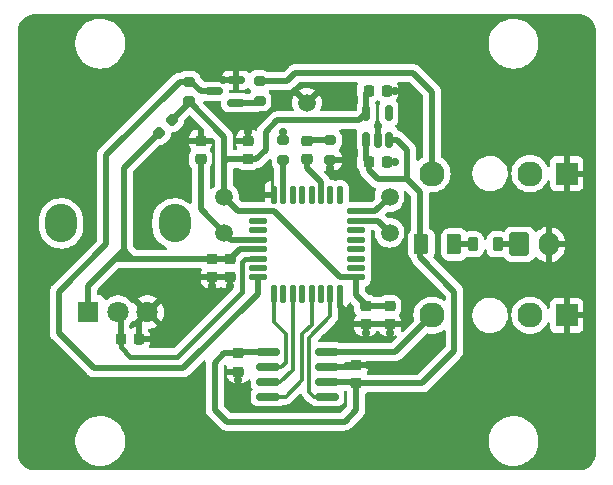
<source format=gbr>
%TF.GenerationSoftware,KiCad,Pcbnew,(6.0.8)*%
%TF.CreationDate,2022-10-28T15:06:33+02:00*%
%TF.ProjectId,eurorack_nvlp_1u,6575726f-7261-4636-9b5f-6e766c705f31,rev?*%
%TF.SameCoordinates,Original*%
%TF.FileFunction,Copper,L1,Top*%
%TF.FilePolarity,Positive*%
%FSLAX46Y46*%
G04 Gerber Fmt 4.6, Leading zero omitted, Abs format (unit mm)*
G04 Created by KiCad (PCBNEW (6.0.8)) date 2022-10-28 15:06:33*
%MOMM*%
%LPD*%
G01*
G04 APERTURE LIST*
G04 Aperture macros list*
%AMRoundRect*
0 Rectangle with rounded corners*
0 $1 Rounding radius*
0 $2 $3 $4 $5 $6 $7 $8 $9 X,Y pos of 4 corners*
0 Add a 4 corners polygon primitive as box body*
4,1,4,$2,$3,$4,$5,$6,$7,$8,$9,$2,$3,0*
0 Add four circle primitives for the rounded corners*
1,1,$1+$1,$2,$3*
1,1,$1+$1,$4,$5*
1,1,$1+$1,$6,$7*
1,1,$1+$1,$8,$9*
0 Add four rect primitives between the rounded corners*
20,1,$1+$1,$2,$3,$4,$5,0*
20,1,$1+$1,$4,$5,$6,$7,0*
20,1,$1+$1,$6,$7,$8,$9,0*
20,1,$1+$1,$8,$9,$2,$3,0*%
G04 Aperture macros list end*
%TA.AperFunction,SMDPad,CuDef*%
%ADD10RoundRect,0.250000X0.375000X0.625000X-0.375000X0.625000X-0.375000X-0.625000X0.375000X-0.625000X0*%
%TD*%
%TA.AperFunction,SMDPad,CuDef*%
%ADD11RoundRect,0.218750X0.218750X0.381250X-0.218750X0.381250X-0.218750X-0.381250X0.218750X-0.381250X0*%
%TD*%
%TA.AperFunction,SMDPad,CuDef*%
%ADD12RoundRect,0.225000X0.250000X-0.225000X0.250000X0.225000X-0.250000X0.225000X-0.250000X-0.225000X0*%
%TD*%
%TA.AperFunction,SMDPad,CuDef*%
%ADD13RoundRect,0.225000X-0.250000X0.225000X-0.250000X-0.225000X0.250000X-0.225000X0.250000X0.225000X0*%
%TD*%
%TA.AperFunction,ComponentPad*%
%ADD14R,1.830000X1.930000*%
%TD*%
%TA.AperFunction,ComponentPad*%
%ADD15C,2.130000*%
%TD*%
%TA.AperFunction,SMDPad,CuDef*%
%ADD16C,1.500000*%
%TD*%
%TA.AperFunction,SMDPad,CuDef*%
%ADD17RoundRect,0.218750X-0.026517X0.335876X-0.335876X0.026517X0.026517X-0.335876X0.335876X-0.026517X0*%
%TD*%
%TA.AperFunction,SMDPad,CuDef*%
%ADD18RoundRect,0.225000X-0.225000X-0.250000X0.225000X-0.250000X0.225000X0.250000X-0.225000X0.250000X0*%
%TD*%
%TA.AperFunction,SMDPad,CuDef*%
%ADD19RoundRect,0.150000X0.587500X0.150000X-0.587500X0.150000X-0.587500X-0.150000X0.587500X-0.150000X0*%
%TD*%
%TA.AperFunction,SMDPad,CuDef*%
%ADD20RoundRect,0.200000X-0.275000X0.200000X-0.275000X-0.200000X0.275000X-0.200000X0.275000X0.200000X0*%
%TD*%
%TA.AperFunction,SMDPad,CuDef*%
%ADD21RoundRect,0.125000X-0.625000X-0.125000X0.625000X-0.125000X0.625000X0.125000X-0.625000X0.125000X0*%
%TD*%
%TA.AperFunction,SMDPad,CuDef*%
%ADD22RoundRect,0.125000X-0.125000X-0.625000X0.125000X-0.625000X0.125000X0.625000X-0.125000X0.625000X0*%
%TD*%
%TA.AperFunction,ComponentPad*%
%ADD23O,2.720000X3.240000*%
%TD*%
%TA.AperFunction,ComponentPad*%
%ADD24R,1.800000X1.800000*%
%TD*%
%TA.AperFunction,ComponentPad*%
%ADD25C,1.800000*%
%TD*%
%TA.AperFunction,SMDPad,CuDef*%
%ADD26RoundRect,0.150000X0.150000X-0.512500X0.150000X0.512500X-0.150000X0.512500X-0.150000X-0.512500X0*%
%TD*%
%TA.AperFunction,SMDPad,CuDef*%
%ADD27RoundRect,0.200000X0.275000X-0.200000X0.275000X0.200000X-0.275000X0.200000X-0.275000X-0.200000X0*%
%TD*%
%TA.AperFunction,SMDPad,CuDef*%
%ADD28RoundRect,0.218750X-0.256250X0.218750X-0.256250X-0.218750X0.256250X-0.218750X0.256250X0.218750X0*%
%TD*%
%TA.AperFunction,SMDPad,CuDef*%
%ADD29RoundRect,0.150000X-0.825000X-0.150000X0.825000X-0.150000X0.825000X0.150000X-0.825000X0.150000X0*%
%TD*%
%TA.AperFunction,ComponentPad*%
%ADD30RoundRect,0.250000X-0.600000X-0.750000X0.600000X-0.750000X0.600000X0.750000X-0.600000X0.750000X0*%
%TD*%
%TA.AperFunction,ComponentPad*%
%ADD31O,1.700000X2.000000*%
%TD*%
%TA.AperFunction,ViaPad*%
%ADD32C,0.700000*%
%TD*%
%TA.AperFunction,Conductor*%
%ADD33C,0.500000*%
%TD*%
%TA.AperFunction,Conductor*%
%ADD34C,0.400000*%
%TD*%
%TA.AperFunction,Conductor*%
%ADD35C,0.300000*%
%TD*%
G04 APERTURE END LIST*
D10*
%TO.P,F101,1*%
%TO.N,Net-(F101-Pad1)*%
X62900000Y-45400000D03*
%TO.P,F101,2*%
%TO.N,+5V*%
X60100000Y-45400000D03*
%TD*%
D11*
%TO.P,FB101,1*%
%TO.N,Net-(J103-Pad1)*%
X66562500Y-45400000D03*
%TO.P,FB101,2*%
%TO.N,Net-(F101-Pad1)*%
X64437500Y-45400000D03*
%TD*%
D12*
%TO.P,C105,1*%
%TO.N,/nRST*%
X41400000Y-38175000D03*
%TO.P,C105,2*%
%TO.N,GND*%
X41400000Y-36625000D03*
%TD*%
D13*
%TO.P,C104,1*%
%TO.N,+3.3V*%
X57400000Y-50625000D03*
%TO.P,C104,2*%
%TO.N,GND*%
X57400000Y-52175000D03*
%TD*%
D14*
%TO.P,J101,S*%
%TO.N,GND*%
X72400000Y-39400000D03*
D15*
%TO.P,J101,T*%
%TO.N,Net-(J101-PadT)*%
X61000000Y-39400000D03*
%TO.P,J101,TN*%
%TO.N,unconnected-(J101-PadTN)*%
X69300000Y-39400000D03*
%TD*%
D16*
%TO.P,TP103,1,1*%
%TO.N,GND*%
X50400000Y-33400000D03*
%TD*%
D14*
%TO.P,J102,S*%
%TO.N,GND*%
X72400000Y-51400000D03*
D15*
%TO.P,J102,T*%
%TO.N,Net-(J102-PadT)*%
X61000000Y-51400000D03*
%TO.P,J102,TN*%
%TO.N,unconnected-(J102-PadTN)*%
X69300000Y-51400000D03*
%TD*%
D17*
%TO.P,L101,1*%
%TO.N,+3.3V*%
X38956847Y-34843153D03*
%TO.P,L101,2*%
%TO.N,+3.3VA*%
X37843153Y-35956847D03*
%TD*%
D18*
%TO.P,C109,1*%
%TO.N,/POT_ENV*%
X34625000Y-53400000D03*
%TO.P,C109,2*%
%TO.N,GND*%
X36175000Y-53400000D03*
%TD*%
D16*
%TO.P,TP102,1,1*%
%TO.N,/SYS_SWCLK*%
X57400000Y-41400000D03*
%TD*%
D12*
%TO.P,C111,1*%
%TO.N,+5V*%
X54600000Y-57175000D03*
%TO.P,C111,2*%
%TO.N,GND*%
X54600000Y-55625000D03*
%TD*%
D13*
%TO.P,C102,1*%
%TO.N,+3.3VA*%
X42400000Y-46625000D03*
%TO.P,C102,2*%
%TO.N,GND*%
X42400000Y-48175000D03*
%TD*%
%TO.P,C106,1*%
%TO.N,+3.3V*%
X55400000Y-50625000D03*
%TO.P,C106,2*%
%TO.N,GND*%
X55400000Y-52175000D03*
%TD*%
D16*
%TO.P,TP101,1,1*%
%TO.N,+3.3V*%
X43400000Y-41400000D03*
%TD*%
D19*
%TO.P,Q101,1,B*%
%TO.N,Net-(Q101-Pad1)*%
X44400000Y-33400000D03*
%TO.P,Q101,2,E*%
%TO.N,GND*%
X44400000Y-31500000D03*
%TO.P,Q101,3,C*%
%TO.N,/GATE*%
X42525000Y-32450000D03*
%TD*%
D16*
%TO.P,TP105,1,1*%
%TO.N,/nRST*%
X43400000Y-44400000D03*
%TD*%
D20*
%TO.P,R103,1*%
%TO.N,Net-(J101-PadT)*%
X46400000Y-31575000D03*
%TO.P,R103,2*%
%TO.N,Net-(Q101-Pad1)*%
X46400000Y-33225000D03*
%TD*%
D12*
%TO.P,C107,1*%
%TO.N,+3.3V*%
X45400000Y-38175000D03*
%TO.P,C107,2*%
%TO.N,GND*%
X45400000Y-36625000D03*
%TD*%
D13*
%TO.P,C110,1*%
%TO.N,+5V*%
X44600000Y-54625000D03*
%TO.P,C110,2*%
%TO.N,GND*%
X44600000Y-56175000D03*
%TD*%
D18*
%TO.P,C103,1*%
%TO.N,+5V*%
X55625000Y-38400000D03*
%TO.P,C103,2*%
%TO.N,GND*%
X57175000Y-38400000D03*
%TD*%
D21*
%TO.P,U101,1,VDD*%
%TO.N,+3.3V*%
X46225000Y-42600000D03*
%TO.P,U101,2,PF0*%
%TO.N,unconnected-(U101-Pad2)*%
X46225000Y-43400000D03*
%TO.P,U101,3,PF1*%
%TO.N,unconnected-(U101-Pad3)*%
X46225000Y-44200000D03*
%TO.P,U101,4,NRST*%
%TO.N,/nRST*%
X46225000Y-45000000D03*
%TO.P,U101,5,VDDA*%
%TO.N,+3.3VA*%
X46225000Y-45800000D03*
%TO.P,U101,6,PA0*%
%TO.N,/POT_ENV*%
X46225000Y-46600000D03*
%TO.P,U101,7,PA1*%
%TO.N,unconnected-(U101-Pad7)*%
X46225000Y-47400000D03*
%TO.P,U101,8,PA2*%
%TO.N,/GATE*%
X46225000Y-48200000D03*
D22*
%TO.P,U101,9,PA3*%
%TO.N,/DAC_SPI_nSS*%
X47600000Y-49575000D03*
%TO.P,U101,10,PA4*%
%TO.N,unconnected-(U101-Pad10)*%
X48400000Y-49575000D03*
%TO.P,U101,11,PA5*%
%TO.N,/DAC_SPI_SCK*%
X49200000Y-49575000D03*
%TO.P,U101,12,PA6*%
%TO.N,unconnected-(U101-Pad12)*%
X50000000Y-49575000D03*
%TO.P,U101,13,PA7*%
%TO.N,/DAC_SPI_MOSI*%
X50800000Y-49575000D03*
%TO.P,U101,14,PB0*%
%TO.N,unconnected-(U101-Pad14)*%
X51600000Y-49575000D03*
%TO.P,U101,15,PB1*%
%TO.N,/DAC_SPI_nLDAC*%
X52400000Y-49575000D03*
%TO.P,U101,16,VSS*%
%TO.N,GND*%
X53200000Y-49575000D03*
D21*
%TO.P,U101,17,VDD*%
%TO.N,+3.3V*%
X54575000Y-48200000D03*
%TO.P,U101,18,PA8*%
%TO.N,unconnected-(U101-Pad18)*%
X54575000Y-47400000D03*
%TO.P,U101,19,PA9*%
%TO.N,unconnected-(U101-Pad19)*%
X54575000Y-46600000D03*
%TO.P,U101,20,PA10*%
%TO.N,unconnected-(U101-Pad20)*%
X54575000Y-45800000D03*
%TO.P,U101,21,PA11*%
%TO.N,unconnected-(U101-Pad21)*%
X54575000Y-45000000D03*
%TO.P,U101,22,PA12*%
%TO.N,unconnected-(U101-Pad22)*%
X54575000Y-44200000D03*
%TO.P,U101,23,PA13*%
%TO.N,/SYS_SWDIO*%
X54575000Y-43400000D03*
%TO.P,U101,24,PA14*%
%TO.N,/SYS_SWCLK*%
X54575000Y-42600000D03*
D22*
%TO.P,U101,25,PA15*%
%TO.N,unconnected-(U101-Pad25)*%
X53200000Y-41225000D03*
%TO.P,U101,26,PB3*%
%TO.N,unconnected-(U101-Pad26)*%
X52400000Y-41225000D03*
%TO.P,U101,27,PB4*%
%TO.N,/LED*%
X51600000Y-41225000D03*
%TO.P,U101,28,PB5*%
%TO.N,unconnected-(U101-Pad28)*%
X50800000Y-41225000D03*
%TO.P,U101,29,PB6*%
%TO.N,unconnected-(U101-Pad29)*%
X50000000Y-41225000D03*
%TO.P,U101,30,PB7*%
%TO.N,unconnected-(U101-Pad30)*%
X49200000Y-41225000D03*
%TO.P,U101,31,BOOT0*%
%TO.N,/BOOT0*%
X48400000Y-41225000D03*
%TO.P,U101,32,VSS*%
%TO.N,GND*%
X47600000Y-41225000D03*
%TD*%
D18*
%TO.P,C108,1*%
%TO.N,+3.3V*%
X55625000Y-32400000D03*
%TO.P,C108,2*%
%TO.N,GND*%
X57175000Y-32400000D03*
%TD*%
D13*
%TO.P,C101,1*%
%TO.N,+3.3VA*%
X43900000Y-46625000D03*
%TO.P,C101,2*%
%TO.N,GND*%
X43900000Y-48175000D03*
%TD*%
D23*
%TO.P,RV101,*%
%TO.N,*%
X39200000Y-43625000D03*
X29600000Y-43625000D03*
D24*
%TO.P,RV101,1,1*%
%TO.N,+3.3VA*%
X31900000Y-51125000D03*
D25*
%TO.P,RV101,2,2*%
%TO.N,/POT_ENV*%
X34400000Y-51125000D03*
%TO.P,RV101,3,3*%
%TO.N,GND*%
X36900000Y-51125000D03*
%TD*%
D26*
%TO.P,U103,1,IN*%
%TO.N,+5V*%
X55450000Y-36537500D03*
%TO.P,U103,2,GND*%
%TO.N,GND*%
X56400000Y-36537500D03*
%TO.P,U103,3,STBY*%
%TO.N,+5V*%
X57350000Y-36537500D03*
%TO.P,U103,4,NC*%
%TO.N,unconnected-(U103-Pad4)*%
X57350000Y-34262500D03*
%TO.P,U103,5,OUT*%
%TO.N,+3.3V*%
X55450000Y-34262500D03*
%TD*%
D16*
%TO.P,TP104,1,1*%
%TO.N,/SYS_SWDIO*%
X57400000Y-44400000D03*
%TD*%
D27*
%TO.P,R104,1*%
%TO.N,+3.3V*%
X40400000Y-33275000D03*
%TO.P,R104,2*%
%TO.N,/GATE*%
X40400000Y-31625000D03*
%TD*%
%TO.P,R101,1*%
%TO.N,/BOOT0*%
X48400000Y-38225000D03*
%TO.P,R101,2*%
%TO.N,GND*%
X48400000Y-36575000D03*
%TD*%
D28*
%TO.P,D101,1,K*%
%TO.N,Net-(D101-Pad1)*%
X50400000Y-36612500D03*
%TO.P,D101,2,A*%
%TO.N,/LED*%
X50400000Y-38187500D03*
%TD*%
D29*
%TO.P,U102,1,Vdd*%
%TO.N,+5V*%
X47125000Y-54495000D03*
%TO.P,U102,2,~{CS}*%
%TO.N,/DAC_SPI_nSS*%
X47125000Y-55765000D03*
%TO.P,U102,3,SCK*%
%TO.N,/DAC_SPI_SCK*%
X47125000Y-57035000D03*
%TO.P,U102,4,SDI*%
%TO.N,/DAC_SPI_MOSI*%
X47125000Y-58305000D03*
%TO.P,U102,5,~{LDAC}*%
%TO.N,/DAC_SPI_nLDAC*%
X52075000Y-58305000D03*
%TO.P,U102,6,Vref*%
%TO.N,+5V*%
X52075000Y-57035000D03*
%TO.P,U102,7,Vss*%
%TO.N,GND*%
X52075000Y-55765000D03*
%TO.P,U102,8,Vout*%
%TO.N,Net-(J102-PadT)*%
X52075000Y-54495000D03*
%TD*%
D20*
%TO.P,R102,1*%
%TO.N,Net-(D101-Pad1)*%
X52400000Y-36575000D03*
%TO.P,R102,2*%
%TO.N,GND*%
X52400000Y-38225000D03*
%TD*%
D30*
%TO.P,J103,1,Pin_1*%
%TO.N,Net-(J103-Pad1)*%
X68400000Y-45400000D03*
D31*
%TO.P,J103,2,Pin_2*%
%TO.N,GND*%
X70900000Y-45400000D03*
%TD*%
D32*
%TO.N,GND*%
X46500000Y-41200000D03*
X39400000Y-28400000D03*
X45400000Y-35900000D03*
X52400000Y-38900000D03*
X59900000Y-36800000D03*
X60900000Y-60900000D03*
X55600000Y-55600000D03*
X49400000Y-32400000D03*
X43300000Y-31500000D03*
X57400000Y-52900000D03*
X42400000Y-48900000D03*
X48552980Y-62853752D03*
X33600000Y-49300000D03*
X55400000Y-52900000D03*
X61900000Y-28900000D03*
X57900000Y-38400000D03*
X54000000Y-36000000D03*
X55800000Y-49200000D03*
X53400000Y-50900000D03*
X57900000Y-32400000D03*
X44600000Y-39500000D03*
X48400000Y-35900000D03*
X36100000Y-40400000D03*
X56400000Y-35400000D03*
X48400000Y-26900000D03*
X44600000Y-56900000D03*
X55600000Y-41100000D03*
X43900000Y-48900000D03*
X56200000Y-45600000D03*
X29400000Y-33400000D03*
X28269205Y-56363576D03*
X61300000Y-53400000D03*
X51900000Y-53300000D03*
X42600000Y-33700000D03*
X40200000Y-41300000D03*
X58800000Y-42800000D03*
X61100000Y-49300000D03*
X37500000Y-45400000D03*
X58800000Y-51900000D03*
X54100000Y-32100000D03*
X40600000Y-35400000D03*
X38900000Y-59400000D03*
%TD*%
D33*
%TO.N,+3.3V*%
X55450000Y-32575000D02*
X55625000Y-32400000D01*
X45400000Y-38175000D02*
X46125000Y-38175000D01*
X43400000Y-41400000D02*
X43400000Y-38400000D01*
X40400000Y-33400000D02*
X40400000Y-33275000D01*
X46125000Y-38175000D02*
X46900000Y-37400000D01*
X44600000Y-42600000D02*
X43400000Y-41400000D01*
X43400000Y-38400000D02*
X43400000Y-36275000D01*
X55450000Y-34262500D02*
X55450000Y-32575000D01*
X54575000Y-48200000D02*
X54575000Y-49700000D01*
X47900000Y-34900000D02*
X54812500Y-34900000D01*
X45400000Y-38175000D02*
X43625000Y-38175000D01*
X46225000Y-42600000D02*
X44600000Y-42600000D01*
X57400000Y-50625000D02*
X55400000Y-50625000D01*
X53200000Y-48200000D02*
X47600000Y-42600000D01*
X46900000Y-35900000D02*
X47900000Y-34900000D01*
X46900000Y-37400000D02*
X46900000Y-35900000D01*
X54575000Y-48200000D02*
X53200000Y-48200000D01*
X43625000Y-38175000D02*
X43400000Y-38400000D01*
X47600000Y-42600000D02*
X46225000Y-42600000D01*
X54812500Y-34900000D02*
X55450000Y-34262500D01*
X43400000Y-36275000D02*
X40400000Y-33275000D01*
X38956847Y-34843153D02*
X40400000Y-33400000D01*
X54575000Y-49700000D02*
X55400000Y-50525000D01*
%TO.N,+3.3VA*%
X44725000Y-45800000D02*
X43900000Y-46625000D01*
X34200000Y-46625000D02*
X34187500Y-46612500D01*
X36725000Y-46625000D02*
X34200000Y-46625000D01*
X34900000Y-38900000D02*
X34900000Y-39900000D01*
X34700000Y-46100000D02*
X35000000Y-46400000D01*
X34700000Y-46100000D02*
X34187500Y-46612500D01*
X31900000Y-48900000D02*
X34187500Y-46612500D01*
X37843153Y-35956847D02*
X34900000Y-38900000D01*
X46225000Y-45800000D02*
X44725000Y-45800000D01*
X43900000Y-46625000D02*
X42400000Y-46625000D01*
X34900000Y-45900000D02*
X34700000Y-46100000D01*
X34900000Y-45900000D02*
X35625000Y-46625000D01*
X42400000Y-46625000D02*
X36725000Y-46625000D01*
X34900000Y-39900000D02*
X34900000Y-45900000D01*
X31900000Y-51125000D02*
X31900000Y-48900000D01*
X35625000Y-46625000D02*
X36725000Y-46625000D01*
%TO.N,GND*%
X45400000Y-36625000D02*
X45400000Y-35900000D01*
X49400000Y-32400000D02*
X50400000Y-33400000D01*
X52400000Y-38900000D02*
X52400000Y-38225000D01*
X48400000Y-35900000D02*
X48400000Y-36575000D01*
X42400000Y-48900000D02*
X42400000Y-48175000D01*
X43300000Y-31500000D02*
X44400000Y-31500000D01*
X44600000Y-56900000D02*
X44600000Y-56175000D01*
X56400000Y-35400000D02*
X56400000Y-36537500D01*
X54460000Y-55765000D02*
X54600000Y-55625000D01*
X53200000Y-49575000D02*
X53200000Y-50700000D01*
X36175000Y-51850000D02*
X36900000Y-51125000D01*
X57400000Y-52900000D02*
X57400000Y-52175000D01*
X36175000Y-53400000D02*
X36175000Y-51850000D01*
X57900000Y-38400000D02*
X57175000Y-38400000D01*
X54600000Y-55625000D02*
X55375000Y-55625000D01*
X57900000Y-32400000D02*
X57175000Y-32400000D01*
X52075000Y-55765000D02*
X54460000Y-55765000D01*
X55400000Y-52900000D02*
X55400000Y-52075000D01*
X53200000Y-50700000D02*
X53400000Y-50900000D01*
%TO.N,+5V*%
X58037500Y-36537500D02*
X57350000Y-36537500D01*
X56400000Y-39900000D02*
X55625000Y-39125000D01*
X62900000Y-49400000D02*
X60000000Y-46500000D01*
X58900000Y-37400000D02*
X58037500Y-36537500D01*
X43600000Y-60400000D02*
X42600000Y-59400000D01*
X60000000Y-41000000D02*
X58900000Y-39900000D01*
X54460000Y-57035000D02*
X54600000Y-57175000D01*
X55450000Y-36537500D02*
X55450000Y-38225000D01*
X55450000Y-38225000D02*
X55625000Y-38400000D01*
X44730000Y-54495000D02*
X44600000Y-54625000D01*
X54600000Y-57175000D02*
X60100000Y-57175000D01*
X52075000Y-57035000D02*
X54460000Y-57035000D01*
X54600000Y-57175000D02*
X54600000Y-59400000D01*
X42600000Y-55400000D02*
X43375000Y-54625000D01*
X43375000Y-54625000D02*
X44600000Y-54625000D01*
X42600000Y-59400000D02*
X42600000Y-55400000D01*
X60125000Y-57175000D02*
X62900000Y-54400000D01*
X62900000Y-54400000D02*
X62900000Y-49400000D01*
X55625000Y-39125000D02*
X55625000Y-38400000D01*
X47125000Y-54495000D02*
X44730000Y-54495000D01*
X60000000Y-46500000D02*
X60000000Y-45400000D01*
X53600000Y-60400000D02*
X43600000Y-60400000D01*
X58900000Y-39900000D02*
X56400000Y-39900000D01*
X54600000Y-59400000D02*
X53600000Y-60400000D01*
X58900000Y-39900000D02*
X58900000Y-37400000D01*
X60000000Y-45400000D02*
X60000000Y-41000000D01*
%TO.N,/nRST*%
X41400000Y-42400000D02*
X43400000Y-44400000D01*
X46225000Y-45000000D02*
X44000000Y-45000000D01*
X41400000Y-38175000D02*
X41400000Y-42400000D01*
X44000000Y-45000000D02*
X43400000Y-44400000D01*
%TO.N,/POT_ENV*%
X34625000Y-51350000D02*
X34400000Y-51125000D01*
D34*
X46225000Y-46600000D02*
X45200000Y-46600000D01*
X44900000Y-49400000D02*
X39400000Y-54900000D01*
X35400000Y-54900000D02*
X34625000Y-54125000D01*
X45200000Y-46600000D02*
X44900000Y-46900000D01*
X44900000Y-46900000D02*
X44900000Y-49400000D01*
D33*
X34625000Y-53400000D02*
X34625000Y-51350000D01*
D34*
X34625000Y-54125000D02*
X34625000Y-53400000D01*
X35400000Y-54900000D02*
X39400000Y-54900000D01*
D33*
%TO.N,Net-(F101-Pad1)*%
X64337500Y-45400000D02*
X62800000Y-45400000D01*
%TO.N,Net-(J103-Pad1)*%
X66462500Y-45400000D02*
X68400000Y-45400000D01*
%TO.N,Net-(J102-PadT)*%
X52075000Y-54495000D02*
X57895000Y-54495000D01*
X57905000Y-54495000D02*
X61000000Y-51400000D01*
%TO.N,/BOOT0*%
X48400000Y-38225000D02*
X48400000Y-41225000D01*
%TO.N,/SYS_SWCLK*%
X54575000Y-42600000D02*
X56200000Y-42600000D01*
X56200000Y-42600000D02*
X57400000Y-41400000D01*
%TO.N,/SYS_SWDIO*%
X54575000Y-43400000D02*
X56400000Y-43400000D01*
X56400000Y-43400000D02*
X57400000Y-44400000D01*
D35*
%TO.N,/DAC_SPI_MOSI*%
X50000000Y-56900000D02*
X50000000Y-53000000D01*
X50800000Y-52200000D02*
X50150000Y-52850000D01*
X50000000Y-53000000D02*
X50150000Y-52850000D01*
X47125000Y-58305000D02*
X48595000Y-58305000D01*
X50800000Y-49575000D02*
X50800000Y-52200000D01*
X48595000Y-58305000D02*
X50000000Y-56900000D01*
%TO.N,/DAC_SPI_SCK*%
X48165000Y-57035000D02*
X49200000Y-56000000D01*
X47125000Y-57035000D02*
X48165000Y-57035000D01*
X49200000Y-56000000D02*
X49200000Y-52700000D01*
X49200000Y-52700000D02*
X49200000Y-49575000D01*
%TO.N,/DAC_SPI_nSS*%
X47600000Y-52000000D02*
X48600000Y-53000000D01*
X48600000Y-55400000D02*
X48235000Y-55765000D01*
X48600000Y-53000000D02*
X48600000Y-55400000D01*
X47600000Y-49575000D02*
X47600000Y-52000000D01*
X48235000Y-55765000D02*
X47125000Y-55765000D01*
%TO.N,/DAC_SPI_nLDAC*%
X51000000Y-58300000D02*
X50600000Y-57900000D01*
X52070000Y-58300000D02*
X51000000Y-58300000D01*
X50600000Y-53300000D02*
X52400000Y-51500000D01*
X50600000Y-57900000D02*
X50600000Y-53300000D01*
X52075000Y-58305000D02*
X52070000Y-58300000D01*
X52400000Y-51500000D02*
X52400000Y-49575000D01*
D33*
%TO.N,Net-(D101-Pad1)*%
X50437500Y-36575000D02*
X50400000Y-36612500D01*
X52400000Y-36575000D02*
X50437500Y-36575000D01*
%TO.N,/LED*%
X50400000Y-38900000D02*
X50400000Y-38187500D01*
X51600000Y-41225000D02*
X51600000Y-40100000D01*
X51600000Y-40100000D02*
X50400000Y-38900000D01*
%TO.N,Net-(J101-PadT)*%
X49400000Y-30900000D02*
X48725000Y-31575000D01*
X48725000Y-31575000D02*
X46400000Y-31575000D01*
X61000000Y-39400000D02*
X61000000Y-32500000D01*
X61000000Y-32500000D02*
X59400000Y-30900000D01*
X59400000Y-30900000D02*
X49400000Y-30900000D01*
%TO.N,Net-(Q101-Pad1)*%
X46225000Y-33400000D02*
X46400000Y-33225000D01*
X44400000Y-33400000D02*
X46225000Y-33400000D01*
%TO.N,/GATE*%
X33400000Y-45400000D02*
X33400000Y-37850000D01*
X29400000Y-49400000D02*
X33400000Y-45400000D01*
X46225000Y-48200000D02*
X46225000Y-49575000D01*
X40625000Y-31625000D02*
X41450000Y-32450000D01*
X41450000Y-32450000D02*
X42525000Y-32450000D01*
X39900000Y-55900000D02*
X32400000Y-55900000D01*
X32400000Y-55900000D02*
X29400000Y-52900000D01*
X33400000Y-37850000D02*
X39625000Y-31625000D01*
X39625000Y-31625000D02*
X40400000Y-31625000D01*
X40400000Y-31625000D02*
X40625000Y-31625000D01*
X29400000Y-52900000D02*
X29400000Y-49400000D01*
X46225000Y-49575000D02*
X39900000Y-55900000D01*
%TD*%
%TA.AperFunction,Conductor*%
%TO.N,GND*%
G36*
X73370018Y-25910000D02*
G01*
X73384851Y-25912310D01*
X73384855Y-25912310D01*
X73393724Y-25913691D01*
X73408981Y-25911696D01*
X73434302Y-25910953D01*
X73603285Y-25923039D01*
X73621064Y-25925596D01*
X73811392Y-25966999D01*
X73828641Y-25972063D01*
X74011150Y-26040136D01*
X74027502Y-26047604D01*
X74198458Y-26140952D01*
X74213582Y-26150672D01*
X74369514Y-26267402D01*
X74383100Y-26279175D01*
X74520825Y-26416900D01*
X74532598Y-26430486D01*
X74649328Y-26586418D01*
X74659048Y-26601542D01*
X74752396Y-26772498D01*
X74759864Y-26788850D01*
X74827937Y-26971359D01*
X74833001Y-26988607D01*
X74874404Y-27178936D01*
X74876962Y-27196721D01*
X74888540Y-27358601D01*
X74887793Y-27376565D01*
X74887692Y-27384845D01*
X74886309Y-27393724D01*
X74887474Y-27402630D01*
X74890436Y-27425283D01*
X74891500Y-27441621D01*
X74891500Y-63000633D01*
X74890000Y-63020018D01*
X74887690Y-63034851D01*
X74887690Y-63034855D01*
X74886309Y-63043724D01*
X74888136Y-63057693D01*
X74888304Y-63058976D01*
X74889047Y-63084305D01*
X74876962Y-63253279D01*
X74874404Y-63271064D01*
X74872986Y-63277586D01*
X74833001Y-63461392D01*
X74827937Y-63478641D01*
X74759864Y-63661150D01*
X74752396Y-63677502D01*
X74659048Y-63848458D01*
X74649328Y-63863582D01*
X74532598Y-64019514D01*
X74520825Y-64033100D01*
X74383100Y-64170825D01*
X74369514Y-64182598D01*
X74213582Y-64299328D01*
X74198458Y-64309048D01*
X74027502Y-64402396D01*
X74011150Y-64409864D01*
X73828641Y-64477937D01*
X73811393Y-64483001D01*
X73621064Y-64524404D01*
X73603285Y-64526961D01*
X73441395Y-64538540D01*
X73423435Y-64537793D01*
X73415155Y-64537692D01*
X73406276Y-64536309D01*
X73374714Y-64540436D01*
X73358379Y-64541500D01*
X27449367Y-64541500D01*
X27429982Y-64540000D01*
X27415149Y-64537690D01*
X27415145Y-64537690D01*
X27406276Y-64536309D01*
X27391019Y-64538304D01*
X27365698Y-64539047D01*
X27196715Y-64526961D01*
X27178936Y-64524404D01*
X26988607Y-64483001D01*
X26971359Y-64477937D01*
X26788850Y-64409864D01*
X26772498Y-64402396D01*
X26601542Y-64309048D01*
X26586418Y-64299328D01*
X26430486Y-64182598D01*
X26416900Y-64170825D01*
X26279175Y-64033100D01*
X26267402Y-64019514D01*
X26150672Y-63863582D01*
X26140952Y-63848458D01*
X26047604Y-63677502D01*
X26040136Y-63661150D01*
X25972063Y-63478641D01*
X25966999Y-63461392D01*
X25927014Y-63277586D01*
X25925596Y-63271064D01*
X25923038Y-63253278D01*
X25911719Y-63095012D01*
X25912805Y-63072245D01*
X25912334Y-63072203D01*
X25912770Y-63067345D01*
X25913576Y-63062552D01*
X25913729Y-63050000D01*
X25909773Y-63022376D01*
X25908500Y-63004514D01*
X25908500Y-62182703D01*
X30790743Y-62182703D01*
X30828268Y-62467734D01*
X30904129Y-62745036D01*
X30905813Y-62748984D01*
X31014807Y-63004514D01*
X31016923Y-63009476D01*
X31164561Y-63256161D01*
X31344313Y-63480528D01*
X31552851Y-63678423D01*
X31786317Y-63846186D01*
X31790112Y-63848195D01*
X31790113Y-63848196D01*
X31811869Y-63859715D01*
X32040392Y-63980712D01*
X32310373Y-64079511D01*
X32591264Y-64140755D01*
X32619841Y-64143004D01*
X32814282Y-64158307D01*
X32814291Y-64158307D01*
X32816739Y-64158500D01*
X32972271Y-64158500D01*
X32974407Y-64158354D01*
X32974418Y-64158354D01*
X33182548Y-64144165D01*
X33182554Y-64144164D01*
X33186825Y-64143873D01*
X33191020Y-64143004D01*
X33191022Y-64143004D01*
X33327584Y-64114723D01*
X33468342Y-64085574D01*
X33739343Y-63989607D01*
X33994812Y-63857750D01*
X33998313Y-63855289D01*
X33998317Y-63855287D01*
X34112417Y-63775096D01*
X34230023Y-63692441D01*
X34440622Y-63496740D01*
X34622713Y-63274268D01*
X34772927Y-63029142D01*
X34888483Y-62765898D01*
X34967244Y-62489406D01*
X35007751Y-62204784D01*
X35007845Y-62186951D01*
X35007867Y-62182703D01*
X65790743Y-62182703D01*
X65828268Y-62467734D01*
X65904129Y-62745036D01*
X65905813Y-62748984D01*
X66014807Y-63004514D01*
X66016923Y-63009476D01*
X66164561Y-63256161D01*
X66344313Y-63480528D01*
X66552851Y-63678423D01*
X66786317Y-63846186D01*
X66790112Y-63848195D01*
X66790113Y-63848196D01*
X66811869Y-63859715D01*
X67040392Y-63980712D01*
X67310373Y-64079511D01*
X67591264Y-64140755D01*
X67619841Y-64143004D01*
X67814282Y-64158307D01*
X67814291Y-64158307D01*
X67816739Y-64158500D01*
X67972271Y-64158500D01*
X67974407Y-64158354D01*
X67974418Y-64158354D01*
X68182548Y-64144165D01*
X68182554Y-64144164D01*
X68186825Y-64143873D01*
X68191020Y-64143004D01*
X68191022Y-64143004D01*
X68327584Y-64114723D01*
X68468342Y-64085574D01*
X68739343Y-63989607D01*
X68994812Y-63857750D01*
X68998313Y-63855289D01*
X68998317Y-63855287D01*
X69112417Y-63775096D01*
X69230023Y-63692441D01*
X69440622Y-63496740D01*
X69622713Y-63274268D01*
X69772927Y-63029142D01*
X69888483Y-62765898D01*
X69967244Y-62489406D01*
X70007751Y-62204784D01*
X70007845Y-62186951D01*
X70009235Y-61921583D01*
X70009235Y-61921576D01*
X70009257Y-61917297D01*
X69971732Y-61632266D01*
X69895871Y-61354964D01*
X69812683Y-61159933D01*
X69784763Y-61094476D01*
X69784761Y-61094472D01*
X69783077Y-61090524D01*
X69677979Y-60914918D01*
X69637643Y-60847521D01*
X69637640Y-60847517D01*
X69635439Y-60843839D01*
X69455687Y-60619472D01*
X69247149Y-60421577D01*
X69013683Y-60253814D01*
X68991843Y-60242250D01*
X68968654Y-60229972D01*
X68759608Y-60119288D01*
X68489627Y-60020489D01*
X68208736Y-59959245D01*
X68177685Y-59956801D01*
X67985718Y-59941693D01*
X67985709Y-59941693D01*
X67983261Y-59941500D01*
X67827729Y-59941500D01*
X67825593Y-59941646D01*
X67825582Y-59941646D01*
X67617452Y-59955835D01*
X67617446Y-59955836D01*
X67613175Y-59956127D01*
X67608980Y-59956996D01*
X67608978Y-59956996D01*
X67539501Y-59971384D01*
X67331658Y-60014426D01*
X67060657Y-60110393D01*
X66805188Y-60242250D01*
X66801687Y-60244711D01*
X66801683Y-60244713D01*
X66791594Y-60251804D01*
X66569977Y-60407559D01*
X66359378Y-60603260D01*
X66177287Y-60825732D01*
X66027073Y-61070858D01*
X66025347Y-61074791D01*
X66025346Y-61074792D01*
X65988581Y-61158546D01*
X65911517Y-61334102D01*
X65832756Y-61610594D01*
X65792249Y-61895216D01*
X65792227Y-61899505D01*
X65792226Y-61899512D01*
X65790765Y-62178417D01*
X65790743Y-62182703D01*
X35007867Y-62182703D01*
X35009235Y-61921583D01*
X35009235Y-61921576D01*
X35009257Y-61917297D01*
X34971732Y-61632266D01*
X34895871Y-61354964D01*
X34812683Y-61159933D01*
X34784763Y-61094476D01*
X34784761Y-61094472D01*
X34783077Y-61090524D01*
X34677979Y-60914918D01*
X34637643Y-60847521D01*
X34637640Y-60847517D01*
X34635439Y-60843839D01*
X34455687Y-60619472D01*
X34247149Y-60421577D01*
X34013683Y-60253814D01*
X33991843Y-60242250D01*
X33968654Y-60229972D01*
X33759608Y-60119288D01*
X33489627Y-60020489D01*
X33208736Y-59959245D01*
X33177685Y-59956801D01*
X32985718Y-59941693D01*
X32985709Y-59941693D01*
X32983261Y-59941500D01*
X32827729Y-59941500D01*
X32825593Y-59941646D01*
X32825582Y-59941646D01*
X32617452Y-59955835D01*
X32617446Y-59955836D01*
X32613175Y-59956127D01*
X32608980Y-59956996D01*
X32608978Y-59956996D01*
X32539501Y-59971384D01*
X32331658Y-60014426D01*
X32060657Y-60110393D01*
X31805188Y-60242250D01*
X31801687Y-60244711D01*
X31801683Y-60244713D01*
X31791594Y-60251804D01*
X31569977Y-60407559D01*
X31359378Y-60603260D01*
X31177287Y-60825732D01*
X31027073Y-61070858D01*
X31025347Y-61074791D01*
X31025346Y-61074792D01*
X30988581Y-61158546D01*
X30911517Y-61334102D01*
X30832756Y-61610594D01*
X30792249Y-61895216D01*
X30792227Y-61899505D01*
X30792226Y-61899512D01*
X30790765Y-62178417D01*
X30790743Y-62182703D01*
X25908500Y-62182703D01*
X25908500Y-52873349D01*
X28636801Y-52873349D01*
X28637394Y-52880641D01*
X28637394Y-52880644D01*
X28641085Y-52926018D01*
X28641500Y-52936233D01*
X28641500Y-52944293D01*
X28641925Y-52947937D01*
X28644789Y-52972507D01*
X28645222Y-52976882D01*
X28647679Y-53007082D01*
X28651140Y-53049637D01*
X28653396Y-53056601D01*
X28654587Y-53062560D01*
X28655971Y-53068415D01*
X28656818Y-53075681D01*
X28681735Y-53144327D01*
X28683152Y-53148455D01*
X28705649Y-53217899D01*
X28709445Y-53224154D01*
X28711951Y-53229628D01*
X28714670Y-53235058D01*
X28717167Y-53241937D01*
X28721180Y-53248057D01*
X28721180Y-53248058D01*
X28757186Y-53302976D01*
X28759523Y-53306680D01*
X28797405Y-53369107D01*
X28801121Y-53373315D01*
X28801122Y-53373316D01*
X28804803Y-53377484D01*
X28804776Y-53377508D01*
X28807429Y-53380500D01*
X28810132Y-53383733D01*
X28814144Y-53389852D01*
X28819456Y-53394884D01*
X28870383Y-53443128D01*
X28872825Y-53445506D01*
X31816230Y-56388911D01*
X31828616Y-56403323D01*
X31837149Y-56414918D01*
X31837154Y-56414923D01*
X31841492Y-56420818D01*
X31847070Y-56425557D01*
X31847073Y-56425560D01*
X31881768Y-56455035D01*
X31889284Y-56461965D01*
X31894980Y-56467661D01*
X31897841Y-56469924D01*
X31897846Y-56469929D01*
X31917266Y-56485293D01*
X31920667Y-56488082D01*
X31976285Y-56535333D01*
X31982798Y-56538659D01*
X31987837Y-56542020D01*
X31992979Y-56545196D01*
X31998716Y-56549734D01*
X32064875Y-56580655D01*
X32068769Y-56582558D01*
X32133808Y-56615769D01*
X32140917Y-56617508D01*
X32146551Y-56619604D01*
X32152321Y-56621523D01*
X32158950Y-56624622D01*
X32166113Y-56626112D01*
X32166116Y-56626113D01*
X32216830Y-56636661D01*
X32230435Y-56639491D01*
X32234701Y-56640457D01*
X32305610Y-56657808D01*
X32311212Y-56658156D01*
X32311215Y-56658156D01*
X32316764Y-56658500D01*
X32316762Y-56658535D01*
X32320734Y-56658775D01*
X32324955Y-56659152D01*
X32332115Y-56660641D01*
X32409542Y-56658546D01*
X32412950Y-56658500D01*
X39832930Y-56658500D01*
X39851880Y-56659933D01*
X39866115Y-56662099D01*
X39866119Y-56662099D01*
X39873349Y-56663199D01*
X39880641Y-56662606D01*
X39880644Y-56662606D01*
X39926018Y-56658915D01*
X39936233Y-56658500D01*
X39944293Y-56658500D01*
X39961680Y-56656473D01*
X39972507Y-56655211D01*
X39976882Y-56654778D01*
X40042339Y-56649454D01*
X40042342Y-56649453D01*
X40049637Y-56648860D01*
X40056601Y-56646604D01*
X40062560Y-56645413D01*
X40068415Y-56644029D01*
X40075681Y-56643182D01*
X40144327Y-56618265D01*
X40148455Y-56616848D01*
X40210936Y-56596607D01*
X40210938Y-56596606D01*
X40217899Y-56594351D01*
X40224154Y-56590555D01*
X40229628Y-56588049D01*
X40235058Y-56585330D01*
X40241937Y-56582833D01*
X40280643Y-56557456D01*
X40302976Y-56542814D01*
X40306680Y-56540477D01*
X40369107Y-56502595D01*
X40377484Y-56495197D01*
X40377508Y-56495224D01*
X40380500Y-56492571D01*
X40383733Y-56489868D01*
X40389852Y-56485856D01*
X40443128Y-56429617D01*
X40445506Y-56427175D01*
X41624362Y-55248319D01*
X41686674Y-55214293D01*
X41757489Y-55219358D01*
X41814325Y-55261905D01*
X41839411Y-55334006D01*
X41841454Y-55409520D01*
X41841500Y-55412928D01*
X41841500Y-59332930D01*
X41840067Y-59351880D01*
X41836801Y-59373349D01*
X41837394Y-59380641D01*
X41837394Y-59380644D01*
X41841085Y-59426018D01*
X41841500Y-59436233D01*
X41841500Y-59444293D01*
X41841925Y-59447937D01*
X41844789Y-59472507D01*
X41845222Y-59476882D01*
X41845328Y-59478178D01*
X41851140Y-59549637D01*
X41853396Y-59556601D01*
X41854587Y-59562560D01*
X41855971Y-59568415D01*
X41856818Y-59575681D01*
X41881735Y-59644327D01*
X41883152Y-59648455D01*
X41905649Y-59717899D01*
X41909445Y-59724154D01*
X41911951Y-59729628D01*
X41914670Y-59735058D01*
X41917167Y-59741937D01*
X41921180Y-59748057D01*
X41921180Y-59748058D01*
X41957186Y-59802976D01*
X41959523Y-59806680D01*
X41997405Y-59869107D01*
X42001121Y-59873315D01*
X42001122Y-59873316D01*
X42004803Y-59877484D01*
X42004776Y-59877508D01*
X42007429Y-59880500D01*
X42010132Y-59883733D01*
X42014144Y-59889852D01*
X42019456Y-59894884D01*
X42070383Y-59943128D01*
X42072825Y-59945506D01*
X43016230Y-60888911D01*
X43028616Y-60903323D01*
X43037149Y-60914918D01*
X43037154Y-60914923D01*
X43041492Y-60920818D01*
X43047070Y-60925557D01*
X43047073Y-60925560D01*
X43081768Y-60955035D01*
X43089284Y-60961965D01*
X43094980Y-60967661D01*
X43097841Y-60969924D01*
X43097846Y-60969929D01*
X43117266Y-60985293D01*
X43120667Y-60988082D01*
X43176285Y-61035333D01*
X43182805Y-61038662D01*
X43187852Y-61042028D01*
X43192976Y-61045193D01*
X43198717Y-61049735D01*
X43205348Y-61052834D01*
X43205351Y-61052836D01*
X43252330Y-61074792D01*
X43260949Y-61078820D01*
X43264830Y-61080634D01*
X43268776Y-61082562D01*
X43333808Y-61115769D01*
X43340914Y-61117508D01*
X43346564Y-61119609D01*
X43352321Y-61121524D01*
X43358950Y-61124622D01*
X43430435Y-61139491D01*
X43434701Y-61140457D01*
X43505610Y-61157808D01*
X43511212Y-61158156D01*
X43511215Y-61158156D01*
X43516764Y-61158500D01*
X43516762Y-61158535D01*
X43520734Y-61158775D01*
X43524955Y-61159152D01*
X43532115Y-61160641D01*
X43609542Y-61158546D01*
X43612950Y-61158500D01*
X53532930Y-61158500D01*
X53551880Y-61159933D01*
X53566115Y-61162099D01*
X53566119Y-61162099D01*
X53573349Y-61163199D01*
X53580641Y-61162606D01*
X53580644Y-61162606D01*
X53626018Y-61158915D01*
X53636233Y-61158500D01*
X53644293Y-61158500D01*
X53661680Y-61156473D01*
X53672507Y-61155211D01*
X53676882Y-61154778D01*
X53742339Y-61149454D01*
X53742342Y-61149453D01*
X53749637Y-61148860D01*
X53756601Y-61146604D01*
X53762560Y-61145413D01*
X53768415Y-61144029D01*
X53775681Y-61143182D01*
X53844327Y-61118265D01*
X53848455Y-61116848D01*
X53910936Y-61096607D01*
X53910938Y-61096606D01*
X53917899Y-61094351D01*
X53924154Y-61090555D01*
X53929628Y-61088049D01*
X53935058Y-61085330D01*
X53941937Y-61082833D01*
X53948058Y-61078820D01*
X54002976Y-61042814D01*
X54006680Y-61040477D01*
X54069107Y-61002595D01*
X54077484Y-60995197D01*
X54077508Y-60995224D01*
X54080500Y-60992571D01*
X54083733Y-60989868D01*
X54089852Y-60985856D01*
X54143128Y-60929617D01*
X54145506Y-60927175D01*
X55088911Y-59983770D01*
X55103323Y-59971384D01*
X55114918Y-59962851D01*
X55114923Y-59962846D01*
X55120818Y-59958508D01*
X55125557Y-59952930D01*
X55125560Y-59952927D01*
X55155035Y-59918232D01*
X55161965Y-59910716D01*
X55167661Y-59905020D01*
X55169924Y-59902159D01*
X55169929Y-59902154D01*
X55185293Y-59882734D01*
X55188082Y-59879333D01*
X55230592Y-59829296D01*
X55230594Y-59829294D01*
X55235333Y-59823715D01*
X55238662Y-59817195D01*
X55242028Y-59812148D01*
X55245193Y-59807024D01*
X55249735Y-59801283D01*
X55280637Y-59735164D01*
X55282565Y-59731218D01*
X55312442Y-59672708D01*
X55312443Y-59672706D01*
X55315769Y-59666192D01*
X55317508Y-59659086D01*
X55319609Y-59653436D01*
X55321524Y-59647679D01*
X55324622Y-59641050D01*
X55339491Y-59569565D01*
X55340461Y-59565282D01*
X55341172Y-59562376D01*
X55357808Y-59494390D01*
X55358500Y-59483236D01*
X55358535Y-59483238D01*
X55358775Y-59479266D01*
X55359152Y-59475045D01*
X55360641Y-59467885D01*
X55358546Y-59390458D01*
X55358500Y-59387050D01*
X55358500Y-58059500D01*
X55378502Y-57991379D01*
X55432158Y-57944886D01*
X55484500Y-57933500D01*
X60057930Y-57933500D01*
X60076880Y-57934933D01*
X60091115Y-57937099D01*
X60091119Y-57937099D01*
X60098349Y-57938199D01*
X60105641Y-57937606D01*
X60105644Y-57937606D01*
X60213374Y-57928843D01*
X60274637Y-57923860D01*
X60281596Y-57921606D01*
X60281599Y-57921605D01*
X60435933Y-57871608D01*
X60435936Y-57871607D01*
X60442899Y-57869351D01*
X60449154Y-57865555D01*
X60449157Y-57865554D01*
X60589314Y-57780504D01*
X60589318Y-57780501D01*
X60594107Y-57777595D01*
X60598306Y-57773886D01*
X60598311Y-57773883D01*
X60601019Y-57771491D01*
X60601023Y-57771488D01*
X60602484Y-57770197D01*
X63388911Y-54983770D01*
X63403323Y-54971384D01*
X63414918Y-54962851D01*
X63414923Y-54962846D01*
X63420818Y-54958508D01*
X63425557Y-54952930D01*
X63425560Y-54952927D01*
X63455035Y-54918232D01*
X63461965Y-54910716D01*
X63467661Y-54905020D01*
X63469924Y-54902159D01*
X63469929Y-54902154D01*
X63485285Y-54882744D01*
X63488074Y-54879342D01*
X63530596Y-54829291D01*
X63530597Y-54829290D01*
X63535333Y-54823715D01*
X63538661Y-54817198D01*
X63542027Y-54812150D01*
X63545190Y-54807028D01*
X63549735Y-54801284D01*
X63580664Y-54735105D01*
X63582563Y-54731221D01*
X63615769Y-54666192D01*
X63617510Y-54659077D01*
X63619613Y-54653422D01*
X63621522Y-54647683D01*
X63624622Y-54641050D01*
X63639491Y-54569565D01*
X63640461Y-54565282D01*
X63657808Y-54494390D01*
X63658500Y-54483236D01*
X63658535Y-54483238D01*
X63658775Y-54479266D01*
X63659152Y-54475045D01*
X63660641Y-54467885D01*
X63658546Y-54390458D01*
X63658500Y-54387050D01*
X63658500Y-51468278D01*
X64416408Y-51468278D01*
X64417064Y-51473398D01*
X64417064Y-51473400D01*
X64422944Y-51519302D01*
X64447750Y-51712936D01*
X64449235Y-51717887D01*
X64449236Y-51717890D01*
X64498751Y-51882930D01*
X64518630Y-51949191D01*
X64520899Y-51953823D01*
X64520900Y-51953825D01*
X64561553Y-52036808D01*
X64627144Y-52170697D01*
X64630143Y-52174902D01*
X64630144Y-52174903D01*
X64733467Y-52319756D01*
X64770379Y-52371505D01*
X64774024Y-52375162D01*
X64774025Y-52375164D01*
X64832133Y-52433475D01*
X64944488Y-52546223D01*
X65144795Y-52690158D01*
X65149431Y-52692449D01*
X65149434Y-52692451D01*
X65203731Y-52719286D01*
X65365921Y-52799445D01*
X65395606Y-52808464D01*
X65596974Y-52869645D01*
X65596980Y-52869646D01*
X65601926Y-52871149D01*
X65697041Y-52883671D01*
X65843152Y-52902907D01*
X65843158Y-52902907D01*
X65846474Y-52903344D01*
X65849825Y-52903426D01*
X65849826Y-52903426D01*
X65916635Y-52905059D01*
X65916640Y-52905059D01*
X65920000Y-52905141D01*
X66017060Y-52897161D01*
X66160678Y-52885354D01*
X66160684Y-52885353D01*
X66165829Y-52884930D01*
X66296241Y-52852173D01*
X66400044Y-52826100D01*
X66400048Y-52826099D01*
X66405055Y-52824841D01*
X66409788Y-52822783D01*
X66409791Y-52822782D01*
X66626519Y-52728546D01*
X66626522Y-52728544D01*
X66631256Y-52726486D01*
X66838355Y-52592508D01*
X66845707Y-52585819D01*
X67016968Y-52429982D01*
X67016969Y-52429980D01*
X67020790Y-52426504D01*
X67023989Y-52422453D01*
X67023993Y-52422449D01*
X67170462Y-52236987D01*
X67170464Y-52236983D01*
X67173664Y-52232932D01*
X67292869Y-52016992D01*
X67301344Y-51993062D01*
X67373480Y-51789357D01*
X67373481Y-51789353D01*
X67375206Y-51784482D01*
X67377554Y-51771304D01*
X67394557Y-51675844D01*
X67418461Y-51541646D01*
X67420192Y-51400000D01*
X67721634Y-51400000D01*
X67741066Y-51646911D01*
X67742220Y-51651718D01*
X67742221Y-51651724D01*
X67759469Y-51723566D01*
X67798885Y-51887742D01*
X67800778Y-51892313D01*
X67800779Y-51892315D01*
X67885110Y-52095906D01*
X67893666Y-52116563D01*
X68023075Y-52327740D01*
X68183927Y-52516073D01*
X68372260Y-52676925D01*
X68583437Y-52806334D01*
X68588007Y-52808227D01*
X68588011Y-52808229D01*
X68807685Y-52899221D01*
X68812258Y-52901115D01*
X68897170Y-52921501D01*
X69048276Y-52957779D01*
X69048282Y-52957780D01*
X69053089Y-52958934D01*
X69300000Y-52978366D01*
X69546911Y-52958934D01*
X69551718Y-52957780D01*
X69551724Y-52957779D01*
X69702830Y-52921501D01*
X69787742Y-52901115D01*
X69792315Y-52899221D01*
X70011989Y-52808229D01*
X70011993Y-52808227D01*
X70016563Y-52806334D01*
X70227740Y-52676925D01*
X70416073Y-52516073D01*
X70576925Y-52327740D01*
X70706334Y-52116563D01*
X70734592Y-52048342D01*
X70779141Y-51993062D01*
X70846504Y-51970641D01*
X70915295Y-51988199D01*
X70963674Y-52040162D01*
X70977001Y-52096561D01*
X70977001Y-52409669D01*
X70977371Y-52416490D01*
X70982895Y-52467352D01*
X70986521Y-52482604D01*
X71031676Y-52603054D01*
X71040214Y-52618649D01*
X71116715Y-52720724D01*
X71129276Y-52733285D01*
X71231351Y-52809786D01*
X71246946Y-52818324D01*
X71367394Y-52863478D01*
X71382649Y-52867105D01*
X71433514Y-52872631D01*
X71440328Y-52873000D01*
X72127885Y-52873000D01*
X72143124Y-52868525D01*
X72144329Y-52867135D01*
X72146000Y-52859452D01*
X72146000Y-52854884D01*
X72654000Y-52854884D01*
X72658475Y-52870123D01*
X72659865Y-52871328D01*
X72667548Y-52872999D01*
X73359669Y-52872999D01*
X73366490Y-52872629D01*
X73417352Y-52867105D01*
X73432604Y-52863479D01*
X73553054Y-52818324D01*
X73568649Y-52809786D01*
X73670724Y-52733285D01*
X73683285Y-52720724D01*
X73759786Y-52618649D01*
X73768324Y-52603054D01*
X73813478Y-52482606D01*
X73817105Y-52467351D01*
X73822631Y-52416486D01*
X73823000Y-52409672D01*
X73823000Y-51672115D01*
X73818525Y-51656876D01*
X73817135Y-51655671D01*
X73809452Y-51654000D01*
X72672115Y-51654000D01*
X72656876Y-51658475D01*
X72655671Y-51659865D01*
X72654000Y-51667548D01*
X72654000Y-52854884D01*
X72146000Y-52854884D01*
X72146000Y-51127885D01*
X72654000Y-51127885D01*
X72658475Y-51143124D01*
X72659865Y-51144329D01*
X72667548Y-51146000D01*
X73804884Y-51146000D01*
X73820123Y-51141525D01*
X73821328Y-51140135D01*
X73822999Y-51132452D01*
X73822999Y-50390331D01*
X73822629Y-50383510D01*
X73817105Y-50332648D01*
X73813479Y-50317396D01*
X73768324Y-50196946D01*
X73759786Y-50181351D01*
X73683285Y-50079276D01*
X73670724Y-50066715D01*
X73568649Y-49990214D01*
X73553054Y-49981676D01*
X73432606Y-49936522D01*
X73417351Y-49932895D01*
X73366486Y-49927369D01*
X73359672Y-49927000D01*
X72672115Y-49927000D01*
X72656876Y-49931475D01*
X72655671Y-49932865D01*
X72654000Y-49940548D01*
X72654000Y-51127885D01*
X72146000Y-51127885D01*
X72146000Y-49945116D01*
X72141525Y-49929877D01*
X72140135Y-49928672D01*
X72132452Y-49927001D01*
X71440331Y-49927001D01*
X71433510Y-49927371D01*
X71382648Y-49932895D01*
X71367396Y-49936521D01*
X71246946Y-49981676D01*
X71231351Y-49990214D01*
X71129276Y-50066715D01*
X71116715Y-50079276D01*
X71040214Y-50181351D01*
X71031676Y-50196946D01*
X70986522Y-50317394D01*
X70982895Y-50332649D01*
X70977369Y-50383514D01*
X70977000Y-50390328D01*
X70977000Y-50703438D01*
X70956998Y-50771559D01*
X70903342Y-50818052D01*
X70833068Y-50828156D01*
X70768488Y-50798662D01*
X70734591Y-50751656D01*
X70708229Y-50688011D01*
X70708227Y-50688007D01*
X70706334Y-50683437D01*
X70576925Y-50472260D01*
X70416073Y-50283927D01*
X70227740Y-50123075D01*
X70016563Y-49993666D01*
X70011993Y-49991773D01*
X70011989Y-49991771D01*
X69792315Y-49900779D01*
X69792313Y-49900778D01*
X69787742Y-49898885D01*
X69702830Y-49878499D01*
X69551724Y-49842221D01*
X69551718Y-49842220D01*
X69546911Y-49841066D01*
X69300000Y-49821634D01*
X69053089Y-49841066D01*
X69048282Y-49842220D01*
X69048276Y-49842221D01*
X68897170Y-49878499D01*
X68812258Y-49898885D01*
X68807687Y-49900778D01*
X68807685Y-49900779D01*
X68588011Y-49991771D01*
X68588007Y-49991773D01*
X68583437Y-49993666D01*
X68372260Y-50123075D01*
X68183927Y-50283927D01*
X68023075Y-50472260D01*
X67893666Y-50683437D01*
X67891773Y-50688007D01*
X67891771Y-50688011D01*
X67800779Y-50907685D01*
X67798885Y-50912258D01*
X67781385Y-50985150D01*
X67742221Y-51148276D01*
X67742220Y-51148282D01*
X67741066Y-51153089D01*
X67721634Y-51400000D01*
X67420192Y-51400000D01*
X67420726Y-51356301D01*
X67421412Y-51300177D01*
X67421412Y-51300175D01*
X67421475Y-51295007D01*
X67384165Y-51051187D01*
X67307534Y-50816734D01*
X67228522Y-50664953D01*
X67196029Y-50602535D01*
X67196028Y-50602534D01*
X67193640Y-50597946D01*
X67144662Y-50532712D01*
X67048647Y-50404832D01*
X67048645Y-50404829D01*
X67045542Y-50400697D01*
X66867216Y-50230286D01*
X66797477Y-50182713D01*
X66683277Y-50104812D01*
X66663452Y-50091288D01*
X66439722Y-49987436D01*
X66418953Y-49981676D01*
X66270651Y-49940548D01*
X66202035Y-49921519D01*
X65956774Y-49895308D01*
X65951622Y-49895605D01*
X65951618Y-49895605D01*
X65749586Y-49907255D01*
X65710525Y-49909507D01*
X65705479Y-49910644D01*
X65705473Y-49910645D01*
X65590650Y-49936522D01*
X65469901Y-49963734D01*
X65465119Y-49965676D01*
X65465115Y-49965677D01*
X65246153Y-50054588D01*
X65246151Y-50054589D01*
X65241366Y-50056532D01*
X65031055Y-50185411D01*
X65027149Y-50188795D01*
X65027147Y-50188796D01*
X65007772Y-50205579D01*
X64844618Y-50346908D01*
X64687061Y-50536687D01*
X64684459Y-50541139D01*
X64684456Y-50541144D01*
X64565220Y-50745192D01*
X64562615Y-50749650D01*
X64474623Y-50980079D01*
X64473592Y-50985147D01*
X64473591Y-50985150D01*
X64449302Y-51104535D01*
X64425447Y-51221785D01*
X64425257Y-51226960D01*
X64425257Y-51226962D01*
X64417284Y-51444395D01*
X64416408Y-51468278D01*
X63658500Y-51468278D01*
X63658500Y-49467063D01*
X63659933Y-49448114D01*
X63662097Y-49433886D01*
X63663198Y-49426651D01*
X63658915Y-49373990D01*
X63658500Y-49363777D01*
X63658500Y-49355707D01*
X63658078Y-49352087D01*
X63658077Y-49352069D01*
X63655208Y-49327461D01*
X63654775Y-49323086D01*
X63654586Y-49320755D01*
X63648860Y-49250363D01*
X63646604Y-49243399D01*
X63645413Y-49237440D01*
X63644029Y-49231585D01*
X63643182Y-49224319D01*
X63618265Y-49155673D01*
X63616848Y-49151545D01*
X63596607Y-49089064D01*
X63596606Y-49089062D01*
X63594351Y-49082101D01*
X63590555Y-49075846D01*
X63588049Y-49070372D01*
X63585330Y-49064942D01*
X63582833Y-49058063D01*
X63542809Y-48997016D01*
X63540472Y-48993312D01*
X63505509Y-48935693D01*
X63505505Y-48935688D01*
X63502595Y-48930892D01*
X63495197Y-48922516D01*
X63495223Y-48922493D01*
X63492574Y-48919503D01*
X63489866Y-48916264D01*
X63485856Y-48910148D01*
X63480549Y-48905121D01*
X63480546Y-48905117D01*
X63429617Y-48856872D01*
X63427175Y-48854494D01*
X61143465Y-46570784D01*
X61109439Y-46508472D01*
X61114504Y-46437657D01*
X61125301Y-46415572D01*
X61128107Y-46411021D01*
X61154055Y-46368925D01*
X61163274Y-46353970D01*
X61163275Y-46353967D01*
X61167115Y-46347738D01*
X61204491Y-46235053D01*
X61220632Y-46186389D01*
X61220632Y-46186387D01*
X61222797Y-46179861D01*
X61224336Y-46164847D01*
X61231177Y-46098070D01*
X61233500Y-46075400D01*
X61766500Y-46075400D01*
X61766837Y-46078646D01*
X61766837Y-46078650D01*
X61775781Y-46164847D01*
X61777474Y-46181166D01*
X61779655Y-46187702D01*
X61779655Y-46187704D01*
X61795786Y-46236055D01*
X61833450Y-46348946D01*
X61926522Y-46499348D01*
X62051697Y-46624305D01*
X62057927Y-46628145D01*
X62057928Y-46628146D01*
X62195090Y-46712694D01*
X62202262Y-46717115D01*
X62281196Y-46743296D01*
X62363611Y-46770632D01*
X62363613Y-46770632D01*
X62370139Y-46772797D01*
X62376975Y-46773497D01*
X62376978Y-46773498D01*
X62420031Y-46777909D01*
X62474600Y-46783500D01*
X63325400Y-46783500D01*
X63328646Y-46783163D01*
X63328650Y-46783163D01*
X63424308Y-46773238D01*
X63424312Y-46773237D01*
X63431166Y-46772526D01*
X63437702Y-46770345D01*
X63437704Y-46770345D01*
X63569806Y-46726272D01*
X63598946Y-46716550D01*
X63749348Y-46623478D01*
X63801950Y-46570784D01*
X63868121Y-46504498D01*
X63930404Y-46470419D01*
X63996961Y-46473923D01*
X64063735Y-46496071D01*
X64063737Y-46496071D01*
X64070269Y-46498238D01*
X64170428Y-46508500D01*
X64704572Y-46508500D01*
X64707818Y-46508163D01*
X64707822Y-46508163D01*
X64751094Y-46503673D01*
X64805982Y-46497978D01*
X64966849Y-46444308D01*
X65111055Y-46355071D01*
X65230864Y-46235053D01*
X65239276Y-46221407D01*
X65265666Y-46178593D01*
X65319849Y-46090692D01*
X65323843Y-46078650D01*
X65371072Y-45936262D01*
X65371072Y-45936260D01*
X65373238Y-45929731D01*
X65374712Y-45915344D01*
X65401554Y-45849617D01*
X65459669Y-45808836D01*
X65530607Y-45805948D01*
X65591845Y-45841870D01*
X65623941Y-45905198D01*
X65625383Y-45915186D01*
X65627022Y-45930982D01*
X65680692Y-46091849D01*
X65769929Y-46236055D01*
X65889947Y-46355864D01*
X65896177Y-46359704D01*
X65896178Y-46359705D01*
X65927514Y-46379020D01*
X66034308Y-46444849D01*
X66041256Y-46447154D01*
X66041257Y-46447154D01*
X66188738Y-46496072D01*
X66188740Y-46496072D01*
X66195269Y-46498238D01*
X66295428Y-46508500D01*
X66829572Y-46508500D01*
X66832818Y-46508163D01*
X66832822Y-46508163D01*
X66876094Y-46503673D01*
X66930982Y-46497978D01*
X66995845Y-46476338D01*
X67066792Y-46473752D01*
X67127877Y-46509936D01*
X67142863Y-46529557D01*
X67201522Y-46624348D01*
X67326697Y-46749305D01*
X67332927Y-46753145D01*
X67332928Y-46753146D01*
X67470090Y-46837694D01*
X67477262Y-46842115D01*
X67520701Y-46856523D01*
X67638611Y-46895632D01*
X67638613Y-46895632D01*
X67645139Y-46897797D01*
X67651975Y-46898497D01*
X67651978Y-46898498D01*
X67695031Y-46902909D01*
X67749600Y-46908500D01*
X69050400Y-46908500D01*
X69053646Y-46908163D01*
X69053650Y-46908163D01*
X69149308Y-46898238D01*
X69149312Y-46898237D01*
X69156166Y-46897526D01*
X69162702Y-46895345D01*
X69162704Y-46895345D01*
X69304439Y-46848058D01*
X69323946Y-46841550D01*
X69474348Y-46748478D01*
X69599305Y-46623303D01*
X69689353Y-46477220D01*
X69742124Y-46429727D01*
X69812196Y-46418303D01*
X69877320Y-46446577D01*
X69887782Y-46456364D01*
X69993234Y-46566906D01*
X70001186Y-46573941D01*
X70177525Y-46705141D01*
X70186562Y-46710745D01*
X70382484Y-46810357D01*
X70392335Y-46814357D01*
X70602240Y-46879534D01*
X70612624Y-46881817D01*
X70628043Y-46883861D01*
X70642207Y-46881665D01*
X70646000Y-46868478D01*
X70646000Y-46866192D01*
X71154000Y-46866192D01*
X71157973Y-46879723D01*
X71168580Y-46881248D01*
X71286421Y-46856523D01*
X71296617Y-46853463D01*
X71501029Y-46772737D01*
X71510561Y-46768006D01*
X71698462Y-46653984D01*
X71707052Y-46647720D01*
X71873052Y-46503673D01*
X71880472Y-46496042D01*
X72019826Y-46326089D01*
X72025850Y-46317322D01*
X72134576Y-46126318D01*
X72139041Y-46116654D01*
X72214031Y-45910059D01*
X72216802Y-45899792D01*
X72256123Y-45682345D01*
X72257056Y-45674116D01*
X72257268Y-45669624D01*
X72253525Y-45656876D01*
X72252135Y-45655671D01*
X72244452Y-45654000D01*
X71172115Y-45654000D01*
X71156876Y-45658475D01*
X71155671Y-45659865D01*
X71154000Y-45667548D01*
X71154000Y-46866192D01*
X70646000Y-46866192D01*
X70646000Y-45127885D01*
X71154000Y-45127885D01*
X71158475Y-45143124D01*
X71159865Y-45144329D01*
X71167548Y-45146000D01*
X72235970Y-45146000D01*
X72250648Y-45141690D01*
X72252711Y-45129807D01*
X72243876Y-45025675D01*
X72242086Y-45015203D01*
X72186870Y-44802465D01*
X72183335Y-44792425D01*
X72093063Y-44592030D01*
X72087894Y-44582744D01*
X71965150Y-44400425D01*
X71958481Y-44392130D01*
X71806772Y-44233100D01*
X71798814Y-44226059D01*
X71622475Y-44094859D01*
X71613438Y-44089255D01*
X71417516Y-43989643D01*
X71407665Y-43985643D01*
X71197760Y-43920466D01*
X71187376Y-43918183D01*
X71171957Y-43916139D01*
X71157793Y-43918335D01*
X71154000Y-43931522D01*
X71154000Y-45127885D01*
X70646000Y-45127885D01*
X70646000Y-43933808D01*
X70642027Y-43920277D01*
X70631420Y-43918752D01*
X70513579Y-43943477D01*
X70503383Y-43946537D01*
X70298971Y-44027263D01*
X70289439Y-44031994D01*
X70101538Y-44146016D01*
X70092948Y-44152280D01*
X69926948Y-44296327D01*
X69919530Y-44303956D01*
X69893609Y-44335569D01*
X69834949Y-44375564D01*
X69763979Y-44377496D01*
X69703230Y-44340752D01*
X69689030Y-44321982D01*
X69676518Y-44301762D01*
X69598478Y-44175652D01*
X69473303Y-44050695D01*
X69439170Y-44029655D01*
X69328968Y-43961725D01*
X69328966Y-43961724D01*
X69322738Y-43957885D01*
X69203498Y-43918335D01*
X69161389Y-43904368D01*
X69161387Y-43904368D01*
X69154861Y-43902203D01*
X69148025Y-43901503D01*
X69148022Y-43901502D01*
X69104969Y-43897091D01*
X69050400Y-43891500D01*
X67749600Y-43891500D01*
X67746354Y-43891837D01*
X67746350Y-43891837D01*
X67650692Y-43901762D01*
X67650688Y-43901763D01*
X67643834Y-43902474D01*
X67637298Y-43904655D01*
X67637296Y-43904655D01*
X67505194Y-43948728D01*
X67476054Y-43958450D01*
X67325652Y-44051522D01*
X67200695Y-44176697D01*
X67196855Y-44182927D01*
X67196854Y-44182928D01*
X67194895Y-44186106D01*
X67158300Y-44245475D01*
X67143003Y-44270291D01*
X67090231Y-44317784D01*
X67020159Y-44329208D01*
X66996079Y-44323769D01*
X66948321Y-44307928D01*
X66936262Y-44303928D01*
X66936260Y-44303928D01*
X66929731Y-44301762D01*
X66829572Y-44291500D01*
X66295428Y-44291500D01*
X66292182Y-44291837D01*
X66292178Y-44291837D01*
X66258397Y-44295342D01*
X66194018Y-44302022D01*
X66033151Y-44355692D01*
X65888945Y-44444929D01*
X65769136Y-44564947D01*
X65765296Y-44571177D01*
X65765295Y-44571178D01*
X65758166Y-44582744D01*
X65680151Y-44709308D01*
X65677846Y-44716256D01*
X65677846Y-44716257D01*
X65637777Y-44837061D01*
X65626762Y-44870269D01*
X65626061Y-44877113D01*
X65625288Y-44884656D01*
X65598446Y-44950383D01*
X65540331Y-44991164D01*
X65469393Y-44994052D01*
X65408155Y-44958130D01*
X65376059Y-44894802D01*
X65374617Y-44884814D01*
X65373690Y-44875876D01*
X65373689Y-44875872D01*
X65372978Y-44869018D01*
X65319308Y-44708151D01*
X65230071Y-44563945D01*
X65110053Y-44444136D01*
X65078829Y-44424889D01*
X65038451Y-44400000D01*
X64965692Y-44355151D01*
X64922281Y-44340752D01*
X64811262Y-44303928D01*
X64811260Y-44303928D01*
X64804731Y-44301762D01*
X64704572Y-44291500D01*
X64170428Y-44291500D01*
X64167182Y-44291837D01*
X64167178Y-44291837D01*
X64133397Y-44295342D01*
X64069018Y-44302022D01*
X63997307Y-44325947D01*
X63926359Y-44328531D01*
X63868415Y-44295596D01*
X63753488Y-44180870D01*
X63753483Y-44180866D01*
X63748303Y-44175695D01*
X63735563Y-44167842D01*
X63603968Y-44086725D01*
X63603966Y-44086724D01*
X63597738Y-44082885D01*
X63500688Y-44050695D01*
X63436389Y-44029368D01*
X63436387Y-44029368D01*
X63429861Y-44027203D01*
X63423025Y-44026503D01*
X63423022Y-44026502D01*
X63379969Y-44022091D01*
X63325400Y-44016500D01*
X62474600Y-44016500D01*
X62471354Y-44016837D01*
X62471350Y-44016837D01*
X62375692Y-44026762D01*
X62375688Y-44026763D01*
X62368834Y-44027474D01*
X62362298Y-44029655D01*
X62362296Y-44029655D01*
X62283733Y-44055866D01*
X62201054Y-44083450D01*
X62050652Y-44176522D01*
X61925695Y-44301697D01*
X61921855Y-44307927D01*
X61921854Y-44307928D01*
X61839778Y-44441080D01*
X61832885Y-44452262D01*
X61830581Y-44459209D01*
X61793443Y-44571178D01*
X61777203Y-44620139D01*
X61776503Y-44626975D01*
X61776502Y-44626978D01*
X61772141Y-44669540D01*
X61766500Y-44724600D01*
X61766500Y-46075400D01*
X61233500Y-46075400D01*
X61233500Y-44724600D01*
X61233163Y-44721350D01*
X61223238Y-44625692D01*
X61223237Y-44625688D01*
X61222526Y-44618834D01*
X61216243Y-44600000D01*
X61168868Y-44458002D01*
X61166550Y-44451054D01*
X61073478Y-44300652D01*
X60948303Y-44175695D01*
X60935563Y-44167842D01*
X60818384Y-44095611D01*
X60770890Y-44042838D01*
X60758500Y-43988351D01*
X60758500Y-41095666D01*
X60778502Y-41027545D01*
X60832158Y-40981052D01*
X60894385Y-40970054D01*
X61000000Y-40978366D01*
X61246911Y-40958934D01*
X61251718Y-40957780D01*
X61251724Y-40957779D01*
X61402830Y-40921501D01*
X61487742Y-40901115D01*
X61492315Y-40899221D01*
X61711989Y-40808229D01*
X61711993Y-40808227D01*
X61716563Y-40806334D01*
X61927740Y-40676925D01*
X62092716Y-40536022D01*
X62112317Y-40519281D01*
X62116073Y-40516073D01*
X62276925Y-40327740D01*
X62406334Y-40116563D01*
X62416584Y-40091819D01*
X62499221Y-39892315D01*
X62499222Y-39892313D01*
X62501115Y-39887742D01*
X62529293Y-39770372D01*
X62557779Y-39651724D01*
X62557780Y-39651718D01*
X62558934Y-39646911D01*
X62572992Y-39468278D01*
X64416408Y-39468278D01*
X64447750Y-39712936D01*
X64449235Y-39717887D01*
X64449236Y-39717890D01*
X64498751Y-39882930D01*
X64518630Y-39949191D01*
X64520899Y-39953823D01*
X64520900Y-39953825D01*
X64551845Y-40016992D01*
X64627144Y-40170697D01*
X64630143Y-40174902D01*
X64630144Y-40174903D01*
X64671536Y-40232932D01*
X64770379Y-40371505D01*
X64774024Y-40375162D01*
X64774025Y-40375164D01*
X64824401Y-40425716D01*
X64944488Y-40546223D01*
X65144795Y-40690158D01*
X65149431Y-40692449D01*
X65149434Y-40692451D01*
X65222467Y-40728546D01*
X65365921Y-40799445D01*
X65398716Y-40809409D01*
X65596974Y-40869645D01*
X65596980Y-40869646D01*
X65601926Y-40871149D01*
X65697041Y-40883671D01*
X65843152Y-40902907D01*
X65843158Y-40902907D01*
X65846474Y-40903344D01*
X65849825Y-40903426D01*
X65849826Y-40903426D01*
X65916635Y-40905059D01*
X65916640Y-40905059D01*
X65920000Y-40905141D01*
X66017060Y-40897161D01*
X66160678Y-40885354D01*
X66160684Y-40885353D01*
X66165829Y-40884930D01*
X66285448Y-40854884D01*
X66400044Y-40826100D01*
X66400048Y-40826099D01*
X66405055Y-40824841D01*
X66409788Y-40822783D01*
X66409791Y-40822782D01*
X66626519Y-40728546D01*
X66626522Y-40728544D01*
X66631256Y-40726486D01*
X66838355Y-40592508D01*
X66849283Y-40582565D01*
X67016968Y-40429982D01*
X67016969Y-40429980D01*
X67020790Y-40426504D01*
X67023989Y-40422453D01*
X67023993Y-40422449D01*
X67170462Y-40236987D01*
X67170464Y-40236983D01*
X67173664Y-40232932D01*
X67292869Y-40016992D01*
X67295350Y-40009988D01*
X67373480Y-39789357D01*
X67373481Y-39789353D01*
X67375206Y-39784482D01*
X67377720Y-39770372D01*
X67407624Y-39602484D01*
X67418461Y-39541646D01*
X67420192Y-39400000D01*
X67721634Y-39400000D01*
X67741066Y-39646911D01*
X67742220Y-39651718D01*
X67742221Y-39651724D01*
X67770707Y-39770372D01*
X67798885Y-39887742D01*
X67800778Y-39892313D01*
X67800779Y-39892315D01*
X67883417Y-40091819D01*
X67893666Y-40116563D01*
X68023075Y-40327740D01*
X68183927Y-40516073D01*
X68187683Y-40519281D01*
X68207284Y-40536022D01*
X68372260Y-40676925D01*
X68583437Y-40806334D01*
X68588007Y-40808227D01*
X68588011Y-40808229D01*
X68807685Y-40899221D01*
X68812258Y-40901115D01*
X68897170Y-40921501D01*
X69048276Y-40957779D01*
X69048282Y-40957780D01*
X69053089Y-40958934D01*
X69300000Y-40978366D01*
X69546911Y-40958934D01*
X69551718Y-40957780D01*
X69551724Y-40957779D01*
X69702830Y-40921501D01*
X69787742Y-40901115D01*
X69792315Y-40899221D01*
X70011989Y-40808229D01*
X70011993Y-40808227D01*
X70016563Y-40806334D01*
X70227740Y-40676925D01*
X70392716Y-40536022D01*
X70412317Y-40519281D01*
X70416073Y-40516073D01*
X70576925Y-40327740D01*
X70706334Y-40116563D01*
X70734592Y-40048342D01*
X70779141Y-39993062D01*
X70846504Y-39970641D01*
X70915295Y-39988199D01*
X70963674Y-40040162D01*
X70977001Y-40096561D01*
X70977001Y-40409669D01*
X70977371Y-40416490D01*
X70982895Y-40467352D01*
X70986521Y-40482604D01*
X71031676Y-40603054D01*
X71040214Y-40618649D01*
X71116715Y-40720724D01*
X71129276Y-40733285D01*
X71231351Y-40809786D01*
X71246946Y-40818324D01*
X71367394Y-40863478D01*
X71382649Y-40867105D01*
X71433514Y-40872631D01*
X71440328Y-40873000D01*
X72127885Y-40873000D01*
X72143124Y-40868525D01*
X72144329Y-40867135D01*
X72146000Y-40859452D01*
X72146000Y-40854884D01*
X72654000Y-40854884D01*
X72658475Y-40870123D01*
X72659865Y-40871328D01*
X72667548Y-40872999D01*
X73359669Y-40872999D01*
X73366490Y-40872629D01*
X73417352Y-40867105D01*
X73432604Y-40863479D01*
X73553054Y-40818324D01*
X73568649Y-40809786D01*
X73670724Y-40733285D01*
X73683285Y-40720724D01*
X73759786Y-40618649D01*
X73768324Y-40603054D01*
X73813478Y-40482606D01*
X73817105Y-40467351D01*
X73822631Y-40416486D01*
X73823000Y-40409672D01*
X73823000Y-39672115D01*
X73818525Y-39656876D01*
X73817135Y-39655671D01*
X73809452Y-39654000D01*
X72672115Y-39654000D01*
X72656876Y-39658475D01*
X72655671Y-39659865D01*
X72654000Y-39667548D01*
X72654000Y-40854884D01*
X72146000Y-40854884D01*
X72146000Y-39127885D01*
X72654000Y-39127885D01*
X72658475Y-39143124D01*
X72659865Y-39144329D01*
X72667548Y-39146000D01*
X73804884Y-39146000D01*
X73820123Y-39141525D01*
X73821328Y-39140135D01*
X73822999Y-39132452D01*
X73822999Y-38390331D01*
X73822629Y-38383510D01*
X73817105Y-38332648D01*
X73813479Y-38317396D01*
X73768324Y-38196946D01*
X73759786Y-38181351D01*
X73683285Y-38079276D01*
X73670724Y-38066715D01*
X73568649Y-37990214D01*
X73553054Y-37981676D01*
X73432606Y-37936522D01*
X73417351Y-37932895D01*
X73366486Y-37927369D01*
X73359672Y-37927000D01*
X72672115Y-37927000D01*
X72656876Y-37931475D01*
X72655671Y-37932865D01*
X72654000Y-37940548D01*
X72654000Y-39127885D01*
X72146000Y-39127885D01*
X72146000Y-37945116D01*
X72141525Y-37929877D01*
X72140135Y-37928672D01*
X72132452Y-37927001D01*
X71440331Y-37927001D01*
X71433510Y-37927371D01*
X71382648Y-37932895D01*
X71367396Y-37936521D01*
X71246946Y-37981676D01*
X71231351Y-37990214D01*
X71129276Y-38066715D01*
X71116715Y-38079276D01*
X71040214Y-38181351D01*
X71031676Y-38196946D01*
X70986522Y-38317394D01*
X70982895Y-38332649D01*
X70977369Y-38383514D01*
X70977000Y-38390328D01*
X70977000Y-38703438D01*
X70956998Y-38771559D01*
X70903342Y-38818052D01*
X70833068Y-38828156D01*
X70768488Y-38798662D01*
X70734591Y-38751656D01*
X70708229Y-38688011D01*
X70708227Y-38688007D01*
X70706334Y-38683437D01*
X70576925Y-38472260D01*
X70421756Y-38290581D01*
X70419281Y-38287683D01*
X70416073Y-38283927D01*
X70227740Y-38123075D01*
X70016563Y-37993666D01*
X70011993Y-37991773D01*
X70011989Y-37991771D01*
X69792315Y-37900779D01*
X69792313Y-37900778D01*
X69787742Y-37898885D01*
X69702830Y-37878499D01*
X69551724Y-37842221D01*
X69551718Y-37842220D01*
X69546911Y-37841066D01*
X69300000Y-37821634D01*
X69053089Y-37841066D01*
X69048282Y-37842220D01*
X69048276Y-37842221D01*
X68897170Y-37878499D01*
X68812258Y-37898885D01*
X68807687Y-37900778D01*
X68807685Y-37900779D01*
X68588011Y-37991771D01*
X68588007Y-37991773D01*
X68583437Y-37993666D01*
X68372260Y-38123075D01*
X68183927Y-38283927D01*
X68180719Y-38287683D01*
X68178244Y-38290581D01*
X68023075Y-38472260D01*
X67893666Y-38683437D01*
X67891773Y-38688007D01*
X67891771Y-38688011D01*
X67804015Y-38899872D01*
X67798885Y-38912258D01*
X67782413Y-38980869D01*
X67742221Y-39148276D01*
X67742220Y-39148282D01*
X67741066Y-39153089D01*
X67721634Y-39400000D01*
X67420192Y-39400000D01*
X67420252Y-39395070D01*
X67421412Y-39300177D01*
X67421412Y-39300175D01*
X67421475Y-39295007D01*
X67384165Y-39051187D01*
X67307534Y-38816734D01*
X67249449Y-38705153D01*
X67196029Y-38602535D01*
X67196028Y-38602534D01*
X67193640Y-38597946D01*
X67166232Y-38561441D01*
X67048647Y-38404832D01*
X67048645Y-38404829D01*
X67045542Y-38400697D01*
X66867216Y-38230286D01*
X66846818Y-38216371D01*
X66746955Y-38148250D01*
X66663452Y-38091288D01*
X66439722Y-37987436D01*
X66421513Y-37982386D01*
X66270651Y-37940548D01*
X66202035Y-37921519D01*
X65956774Y-37895308D01*
X65951622Y-37895605D01*
X65951618Y-37895605D01*
X65749586Y-37907255D01*
X65710525Y-37909507D01*
X65705479Y-37910644D01*
X65705473Y-37910645D01*
X65590650Y-37936522D01*
X65469901Y-37963734D01*
X65465119Y-37965676D01*
X65465115Y-37965677D01*
X65246153Y-38054588D01*
X65246151Y-38054589D01*
X65241366Y-38056532D01*
X65031055Y-38185411D01*
X65027149Y-38188795D01*
X65027147Y-38188796D01*
X65006905Y-38206330D01*
X64844618Y-38346908D01*
X64687061Y-38536687D01*
X64684459Y-38541139D01*
X64684456Y-38541144D01*
X64581782Y-38716849D01*
X64562615Y-38749650D01*
X64474623Y-38980079D01*
X64473592Y-38985147D01*
X64473591Y-38985150D01*
X64456581Y-39068756D01*
X64425447Y-39221785D01*
X64425257Y-39226960D01*
X64425257Y-39226962D01*
X64416909Y-39454628D01*
X64416408Y-39468278D01*
X62572992Y-39468278D01*
X62578366Y-39400000D01*
X62558934Y-39153089D01*
X62557780Y-39148282D01*
X62557779Y-39148276D01*
X62517587Y-38980869D01*
X62501115Y-38912258D01*
X62495985Y-38899872D01*
X62408229Y-38688011D01*
X62408227Y-38688007D01*
X62406334Y-38683437D01*
X62276925Y-38472260D01*
X62121756Y-38290581D01*
X62119281Y-38287683D01*
X62116073Y-38283927D01*
X61927740Y-38123075D01*
X61818665Y-38056234D01*
X61771034Y-38003586D01*
X61758500Y-37948801D01*
X61758500Y-32567070D01*
X61759933Y-32548120D01*
X61762099Y-32533885D01*
X61762099Y-32533881D01*
X61763199Y-32526651D01*
X61762483Y-32517842D01*
X61758915Y-32473982D01*
X61758500Y-32463767D01*
X61758500Y-32455707D01*
X61755209Y-32427480D01*
X61754778Y-32423121D01*
X61748860Y-32350364D01*
X61746605Y-32343403D01*
X61745418Y-32337463D01*
X61744029Y-32331588D01*
X61743182Y-32324319D01*
X61718264Y-32255670D01*
X61716847Y-32251542D01*
X61696607Y-32189064D01*
X61696606Y-32189062D01*
X61694351Y-32182101D01*
X61690555Y-32175846D01*
X61688049Y-32170372D01*
X61685330Y-32164942D01*
X61682833Y-32158063D01*
X61647756Y-32104562D01*
X61642814Y-32097024D01*
X61640467Y-32093305D01*
X61625536Y-32068699D01*
X61602595Y-32030893D01*
X61595197Y-32022516D01*
X61595224Y-32022492D01*
X61592571Y-32019500D01*
X61589868Y-32016267D01*
X61585856Y-32010148D01*
X61529617Y-31956872D01*
X61527175Y-31954494D01*
X59983770Y-30411089D01*
X59971384Y-30396677D01*
X59962851Y-30385082D01*
X59962846Y-30385077D01*
X59958508Y-30379182D01*
X59952930Y-30374443D01*
X59952927Y-30374440D01*
X59918232Y-30344965D01*
X59910716Y-30338035D01*
X59905021Y-30332340D01*
X59888736Y-30319456D01*
X59882749Y-30314719D01*
X59879345Y-30311928D01*
X59829297Y-30269409D01*
X59829295Y-30269408D01*
X59823715Y-30264667D01*
X59817199Y-30261339D01*
X59812150Y-30257972D01*
X59807021Y-30254805D01*
X59801284Y-30250266D01*
X59735125Y-30219345D01*
X59731225Y-30217439D01*
X59666192Y-30184231D01*
X59659084Y-30182492D01*
X59653441Y-30180393D01*
X59647678Y-30178476D01*
X59641050Y-30175378D01*
X59569583Y-30160513D01*
X59565299Y-30159543D01*
X59530958Y-30151140D01*
X59494390Y-30142192D01*
X59488788Y-30141844D01*
X59488785Y-30141844D01*
X59483236Y-30141500D01*
X59483238Y-30141464D01*
X59479245Y-30141225D01*
X59475053Y-30140851D01*
X59467885Y-30139360D01*
X59404120Y-30141085D01*
X59390479Y-30141454D01*
X59387072Y-30141500D01*
X49467069Y-30141500D01*
X49448121Y-30140067D01*
X49440780Y-30138950D01*
X49433883Y-30137901D01*
X49433881Y-30137901D01*
X49426651Y-30136801D01*
X49419359Y-30137394D01*
X49419356Y-30137394D01*
X49373982Y-30141085D01*
X49363767Y-30141500D01*
X49355707Y-30141500D01*
X49342417Y-30143049D01*
X49327493Y-30144789D01*
X49323118Y-30145222D01*
X49257661Y-30150546D01*
X49257658Y-30150547D01*
X49250363Y-30151140D01*
X49243399Y-30153396D01*
X49237440Y-30154587D01*
X49231585Y-30155971D01*
X49224319Y-30156818D01*
X49155673Y-30181735D01*
X49151545Y-30183152D01*
X49089064Y-30203393D01*
X49089062Y-30203394D01*
X49082101Y-30205649D01*
X49075846Y-30209445D01*
X49070372Y-30211951D01*
X49064942Y-30214670D01*
X49058063Y-30217167D01*
X49051943Y-30221180D01*
X49051942Y-30221180D01*
X48997024Y-30257186D01*
X48993320Y-30259523D01*
X48930893Y-30297405D01*
X48922516Y-30304803D01*
X48922492Y-30304776D01*
X48919500Y-30307429D01*
X48916267Y-30310132D01*
X48910148Y-30314144D01*
X48880951Y-30344965D01*
X48856872Y-30370383D01*
X48854494Y-30372825D01*
X48447724Y-30779595D01*
X48385412Y-30813621D01*
X48358629Y-30816500D01*
X47155743Y-30816500D01*
X47090472Y-30798276D01*
X47057757Y-30778463D01*
X46968699Y-30724528D01*
X46961452Y-30722257D01*
X46961450Y-30722256D01*
X46874083Y-30694877D01*
X46805062Y-30673247D01*
X46731635Y-30666500D01*
X46728737Y-30666500D01*
X46399140Y-30666501D01*
X46068366Y-30666501D01*
X46065508Y-30666764D01*
X46065499Y-30666764D01*
X46029996Y-30670026D01*
X45994938Y-30673247D01*
X45988560Y-30675246D01*
X45988559Y-30675246D01*
X45838550Y-30722256D01*
X45838548Y-30722257D01*
X45831301Y-30724528D01*
X45684619Y-30813361D01*
X45622109Y-30875871D01*
X45559801Y-30909894D01*
X45488985Y-30904830D01*
X45443922Y-30875869D01*
X45399604Y-30831551D01*
X45387178Y-30821911D01*
X45257721Y-30745352D01*
X45243290Y-30739107D01*
X45097435Y-30696731D01*
X45084833Y-30694430D01*
X45056416Y-30692193D01*
X45051486Y-30692000D01*
X44672115Y-30692000D01*
X44656876Y-30696475D01*
X44655671Y-30697865D01*
X44654000Y-30705548D01*
X44654000Y-32289884D01*
X44658475Y-32305123D01*
X44659865Y-32306328D01*
X44667548Y-32307999D01*
X45051484Y-32307999D01*
X45056420Y-32307805D01*
X45084836Y-32305570D01*
X45097431Y-32303270D01*
X45243290Y-32260893D01*
X45257721Y-32254648D01*
X45393249Y-32174498D01*
X45462066Y-32157039D01*
X45529397Y-32179556D01*
X45556540Y-32205203D01*
X45559426Y-32208883D01*
X45563361Y-32215381D01*
X45658885Y-32310905D01*
X45692911Y-32373217D01*
X45687846Y-32444032D01*
X45658885Y-32489095D01*
X45563361Y-32584619D01*
X45559425Y-32591118D01*
X45557754Y-32593249D01*
X45499980Y-32634512D01*
X45458602Y-32641500D01*
X45271254Y-32641500D01*
X45236102Y-32636497D01*
X45097511Y-32596233D01*
X45097507Y-32596232D01*
X45091331Y-32594438D01*
X45084926Y-32593934D01*
X45084921Y-32593933D01*
X45056458Y-32591693D01*
X45056450Y-32591693D01*
X45054002Y-32591500D01*
X43897000Y-32591500D01*
X43828879Y-32571498D01*
X43782386Y-32517842D01*
X43771000Y-32465500D01*
X43771000Y-32434000D01*
X43791002Y-32365879D01*
X43844658Y-32319386D01*
X43897000Y-32308000D01*
X44127885Y-32308000D01*
X44143124Y-32303525D01*
X44144329Y-32302135D01*
X44146000Y-32294452D01*
X44146000Y-31772115D01*
X44141525Y-31756876D01*
X44140135Y-31755671D01*
X44132452Y-31754000D01*
X43517342Y-31754000D01*
X43453203Y-31736453D01*
X43396493Y-31702915D01*
X43376101Y-31690855D01*
X43368490Y-31688644D01*
X43368488Y-31688643D01*
X43283506Y-31663954D01*
X43216331Y-31644438D01*
X43209926Y-31643934D01*
X43209921Y-31643933D01*
X43181458Y-31641693D01*
X43181450Y-31641693D01*
X43179002Y-31641500D01*
X41870998Y-31641500D01*
X41868550Y-31641693D01*
X41868542Y-31641693D01*
X41840079Y-31643933D01*
X41840074Y-31643934D01*
X41833669Y-31644438D01*
X41814913Y-31649887D01*
X41743919Y-31649685D01*
X41690666Y-31617985D01*
X41402806Y-31330125D01*
X41371667Y-31278709D01*
X41355965Y-31228605D01*
X43162561Y-31228605D01*
X43162601Y-31242706D01*
X43169870Y-31246000D01*
X44127885Y-31246000D01*
X44143124Y-31241525D01*
X44144329Y-31240135D01*
X44146000Y-31232452D01*
X44146000Y-30710116D01*
X44141525Y-30694877D01*
X44140135Y-30693672D01*
X44132452Y-30692001D01*
X43748517Y-30692001D01*
X43743580Y-30692195D01*
X43715164Y-30694430D01*
X43702569Y-30696730D01*
X43556710Y-30739107D01*
X43542279Y-30745352D01*
X43412822Y-30821911D01*
X43400396Y-30831551D01*
X43294051Y-30937896D01*
X43284411Y-30950322D01*
X43207852Y-31079779D01*
X43201607Y-31094210D01*
X43162561Y-31228605D01*
X41355965Y-31228605D01*
X41327744Y-31138550D01*
X41327743Y-31138548D01*
X41325472Y-31131301D01*
X41236639Y-30984619D01*
X41115381Y-30863361D01*
X40968699Y-30774528D01*
X40961452Y-30772257D01*
X40961450Y-30772256D01*
X40895164Y-30751483D01*
X40805062Y-30723247D01*
X40731635Y-30716500D01*
X40728737Y-30716500D01*
X40399140Y-30716501D01*
X40068366Y-30716501D01*
X40065508Y-30716764D01*
X40065499Y-30716764D01*
X40029996Y-30720026D01*
X39994938Y-30723247D01*
X39988560Y-30725246D01*
X39988559Y-30725246D01*
X39838550Y-30772256D01*
X39838548Y-30772257D01*
X39831301Y-30774528D01*
X39824805Y-30778462D01*
X39824803Y-30778463D01*
X39716061Y-30844319D01*
X39651595Y-30861114D01*
X39651651Y-30861802D01*
X39598991Y-30866085D01*
X39588777Y-30866500D01*
X39580707Y-30866500D01*
X39577087Y-30866922D01*
X39577069Y-30866923D01*
X39552461Y-30869792D01*
X39548100Y-30870224D01*
X39522981Y-30872267D01*
X39482661Y-30875546D01*
X39482658Y-30875547D01*
X39475363Y-30876140D01*
X39468399Y-30878396D01*
X39462440Y-30879587D01*
X39456585Y-30880971D01*
X39449319Y-30881818D01*
X39380673Y-30906735D01*
X39376545Y-30908152D01*
X39314064Y-30928393D01*
X39314062Y-30928394D01*
X39307101Y-30930649D01*
X39300846Y-30934445D01*
X39295372Y-30936951D01*
X39289942Y-30939670D01*
X39283063Y-30942167D01*
X39276943Y-30946180D01*
X39276942Y-30946180D01*
X39265966Y-30953376D01*
X39222016Y-30982191D01*
X39218327Y-30984518D01*
X39207448Y-30991120D01*
X39160693Y-31019491D01*
X39160688Y-31019495D01*
X39155892Y-31022405D01*
X39147516Y-31029803D01*
X39147493Y-31029777D01*
X39144503Y-31032426D01*
X39141264Y-31035134D01*
X39135148Y-31039144D01*
X39130121Y-31044451D01*
X39130117Y-31044454D01*
X39081872Y-31095383D01*
X39079494Y-31097825D01*
X32911089Y-37266230D01*
X32896677Y-37278616D01*
X32885082Y-37287149D01*
X32885077Y-37287154D01*
X32879182Y-37291492D01*
X32874443Y-37297070D01*
X32874440Y-37297073D01*
X32844965Y-37331768D01*
X32838035Y-37339284D01*
X32832340Y-37344979D01*
X32830060Y-37347861D01*
X32814719Y-37367251D01*
X32811928Y-37370655D01*
X32769409Y-37420703D01*
X32764667Y-37426285D01*
X32761339Y-37432801D01*
X32757972Y-37437850D01*
X32754805Y-37442979D01*
X32750266Y-37448716D01*
X32719345Y-37514875D01*
X32717442Y-37518769D01*
X32684231Y-37583808D01*
X32682492Y-37590916D01*
X32680393Y-37596559D01*
X32678476Y-37602322D01*
X32675378Y-37608950D01*
X32673888Y-37616112D01*
X32673888Y-37616113D01*
X32660514Y-37680412D01*
X32659544Y-37684696D01*
X32642192Y-37755610D01*
X32641500Y-37766764D01*
X32641464Y-37766762D01*
X32641225Y-37770755D01*
X32640851Y-37774947D01*
X32639360Y-37782115D01*
X32639558Y-37789432D01*
X32641454Y-37859521D01*
X32641500Y-37862928D01*
X32641500Y-45033629D01*
X32621498Y-45101750D01*
X32604595Y-45122724D01*
X28911089Y-48816230D01*
X28896677Y-48828616D01*
X28885082Y-48837149D01*
X28885077Y-48837154D01*
X28879182Y-48841492D01*
X28874443Y-48847070D01*
X28874440Y-48847073D01*
X28844965Y-48881768D01*
X28838035Y-48889284D01*
X28832340Y-48894979D01*
X28830060Y-48897861D01*
X28814719Y-48917251D01*
X28811928Y-48920655D01*
X28778565Y-48959926D01*
X28764667Y-48976285D01*
X28761339Y-48982801D01*
X28757972Y-48987850D01*
X28754805Y-48992979D01*
X28750266Y-48998716D01*
X28719345Y-49064875D01*
X28717442Y-49068769D01*
X28684231Y-49133808D01*
X28682492Y-49140916D01*
X28680393Y-49146559D01*
X28678476Y-49152322D01*
X28675378Y-49158950D01*
X28673888Y-49166112D01*
X28673888Y-49166113D01*
X28660514Y-49230412D01*
X28659544Y-49234696D01*
X28642192Y-49305610D01*
X28641500Y-49316764D01*
X28641464Y-49316762D01*
X28641225Y-49320755D01*
X28640851Y-49324947D01*
X28639360Y-49332115D01*
X28640217Y-49363777D01*
X28641454Y-49409521D01*
X28641500Y-49412928D01*
X28641500Y-52832930D01*
X28640067Y-52851880D01*
X28639976Y-52852478D01*
X28638303Y-52863478D01*
X28636801Y-52873349D01*
X25908500Y-52873349D01*
X25908500Y-43953884D01*
X27731500Y-43953884D01*
X27731665Y-43956152D01*
X27731665Y-43956164D01*
X27740003Y-44071075D01*
X27746125Y-44155451D01*
X27747109Y-44159906D01*
X27747109Y-44159909D01*
X27798228Y-44391443D01*
X27804585Y-44420237D01*
X27816718Y-44452262D01*
X27879827Y-44618834D01*
X27900655Y-44673810D01*
X27978241Y-44813492D01*
X28017770Y-44884656D01*
X28032324Y-44910859D01*
X28035096Y-44914491D01*
X28194015Y-45122724D01*
X28196833Y-45126417D01*
X28200099Y-45129610D01*
X28200101Y-45129612D01*
X28212456Y-45141690D01*
X28390736Y-45315970D01*
X28609972Y-45475547D01*
X28849947Y-45601804D01*
X28854248Y-45603323D01*
X28854253Y-45603325D01*
X28985674Y-45649734D01*
X29105634Y-45692096D01*
X29203653Y-45711415D01*
X29367206Y-45743652D01*
X29367212Y-45743653D01*
X29371678Y-45744533D01*
X29376232Y-45744760D01*
X29376234Y-45744760D01*
X29637936Y-45757789D01*
X29637942Y-45757789D01*
X29642505Y-45758016D01*
X29912441Y-45732262D01*
X29916870Y-45731178D01*
X29916877Y-45731177D01*
X30076584Y-45692096D01*
X30175832Y-45667810D01*
X30186950Y-45663307D01*
X30422931Y-45567725D01*
X30422932Y-45567725D01*
X30427160Y-45566012D01*
X30661161Y-45428999D01*
X30872932Y-45259641D01*
X30913760Y-45215935D01*
X31054921Y-45064824D01*
X31054923Y-45064821D01*
X31058037Y-45061488D01*
X31212598Y-44838688D01*
X31214627Y-44834610D01*
X31331346Y-44599997D01*
X31331347Y-44599994D01*
X31333379Y-44595910D01*
X31417847Y-44338240D01*
X31419963Y-44326054D01*
X31463579Y-44074856D01*
X31463580Y-44074848D01*
X31464235Y-44071075D01*
X31465641Y-44042838D01*
X31468422Y-43986971D01*
X31468422Y-43986963D01*
X31468500Y-43985400D01*
X31468500Y-43296116D01*
X31466328Y-43266170D01*
X31457674Y-43146908D01*
X31453875Y-43094549D01*
X31445246Y-43055464D01*
X31396400Y-42834223D01*
X31396399Y-42834219D01*
X31395415Y-42829763D01*
X31336296Y-42673721D01*
X31300963Y-42580460D01*
X31300962Y-42580457D01*
X31299345Y-42576190D01*
X31167676Y-42339141D01*
X31003167Y-42123583D01*
X30964537Y-42085819D01*
X30812531Y-41937224D01*
X30809264Y-41934030D01*
X30709866Y-41861680D01*
X30593721Y-41777141D01*
X30590028Y-41774453D01*
X30350053Y-41648196D01*
X30345752Y-41646677D01*
X30345747Y-41646675D01*
X30167998Y-41583906D01*
X30094366Y-41557904D01*
X29996347Y-41538585D01*
X29832794Y-41506348D01*
X29832788Y-41506347D01*
X29828322Y-41505467D01*
X29823768Y-41505240D01*
X29823766Y-41505240D01*
X29562064Y-41492211D01*
X29562058Y-41492211D01*
X29557495Y-41491984D01*
X29287559Y-41517738D01*
X29283130Y-41518822D01*
X29283123Y-41518823D01*
X29153069Y-41550648D01*
X29024168Y-41582190D01*
X29019933Y-41583905D01*
X29019931Y-41583906D01*
X28777069Y-41682275D01*
X28772840Y-41683988D01*
X28538839Y-41821001D01*
X28327068Y-41990359D01*
X28323947Y-41993700D01*
X28199224Y-42127215D01*
X28141963Y-42188512D01*
X27987402Y-42411312D01*
X27985374Y-42415388D01*
X27985373Y-42415390D01*
X27871584Y-42644115D01*
X27866621Y-42654090D01*
X27782153Y-42911760D01*
X27781373Y-42916251D01*
X27781373Y-42916252D01*
X27737721Y-43167660D01*
X27735765Y-43178925D01*
X27735574Y-43182762D01*
X27734146Y-43211457D01*
X27731500Y-43264600D01*
X27731500Y-43953884D01*
X25908500Y-43953884D01*
X25908500Y-28532703D01*
X30790743Y-28532703D01*
X30828268Y-28817734D01*
X30904129Y-29095036D01*
X31016923Y-29359476D01*
X31164561Y-29606161D01*
X31344313Y-29830528D01*
X31552851Y-30028423D01*
X31786317Y-30196186D01*
X31790112Y-30198195D01*
X31790113Y-30198196D01*
X31811869Y-30209715D01*
X32040392Y-30330712D01*
X32060403Y-30338035D01*
X32260033Y-30411089D01*
X32310373Y-30429511D01*
X32591264Y-30490755D01*
X32619841Y-30493004D01*
X32814282Y-30508307D01*
X32814291Y-30508307D01*
X32816739Y-30508500D01*
X32972271Y-30508500D01*
X32974407Y-30508354D01*
X32974418Y-30508354D01*
X33182548Y-30494165D01*
X33182554Y-30494164D01*
X33186825Y-30493873D01*
X33191020Y-30493004D01*
X33191022Y-30493004D01*
X33327584Y-30464723D01*
X33468342Y-30435574D01*
X33739343Y-30339607D01*
X33994812Y-30207750D01*
X33998313Y-30205289D01*
X33998317Y-30205287D01*
X34112417Y-30125096D01*
X34230023Y-30042441D01*
X34440622Y-29846740D01*
X34622713Y-29624268D01*
X34772927Y-29379142D01*
X34888483Y-29115898D01*
X34967244Y-28839406D01*
X35007751Y-28554784D01*
X35007845Y-28536951D01*
X35007867Y-28532703D01*
X65790743Y-28532703D01*
X65828268Y-28817734D01*
X65904129Y-29095036D01*
X66016923Y-29359476D01*
X66164561Y-29606161D01*
X66344313Y-29830528D01*
X66552851Y-30028423D01*
X66786317Y-30196186D01*
X66790112Y-30198195D01*
X66790113Y-30198196D01*
X66811869Y-30209715D01*
X67040392Y-30330712D01*
X67060403Y-30338035D01*
X67260033Y-30411089D01*
X67310373Y-30429511D01*
X67591264Y-30490755D01*
X67619841Y-30493004D01*
X67814282Y-30508307D01*
X67814291Y-30508307D01*
X67816739Y-30508500D01*
X67972271Y-30508500D01*
X67974407Y-30508354D01*
X67974418Y-30508354D01*
X68182548Y-30494165D01*
X68182554Y-30494164D01*
X68186825Y-30493873D01*
X68191020Y-30493004D01*
X68191022Y-30493004D01*
X68327584Y-30464723D01*
X68468342Y-30435574D01*
X68739343Y-30339607D01*
X68994812Y-30207750D01*
X68998313Y-30205289D01*
X68998317Y-30205287D01*
X69112417Y-30125096D01*
X69230023Y-30042441D01*
X69440622Y-29846740D01*
X69622713Y-29624268D01*
X69772927Y-29379142D01*
X69888483Y-29115898D01*
X69967244Y-28839406D01*
X70007751Y-28554784D01*
X70007845Y-28536951D01*
X70009235Y-28271583D01*
X70009235Y-28271576D01*
X70009257Y-28267297D01*
X69971732Y-27982266D01*
X69895871Y-27704964D01*
X69783077Y-27440524D01*
X69635439Y-27193839D01*
X69455687Y-26969472D01*
X69247149Y-26771577D01*
X69013683Y-26603814D01*
X68991843Y-26592250D01*
X68968654Y-26579972D01*
X68759608Y-26469288D01*
X68489627Y-26370489D01*
X68208736Y-26309245D01*
X68177685Y-26306801D01*
X67985718Y-26291693D01*
X67985709Y-26291693D01*
X67983261Y-26291500D01*
X67827729Y-26291500D01*
X67825593Y-26291646D01*
X67825582Y-26291646D01*
X67617452Y-26305835D01*
X67617446Y-26305836D01*
X67613175Y-26306127D01*
X67608980Y-26306996D01*
X67608978Y-26306996D01*
X67472417Y-26335276D01*
X67331658Y-26364426D01*
X67060657Y-26460393D01*
X66805188Y-26592250D01*
X66801687Y-26594711D01*
X66801683Y-26594713D01*
X66791594Y-26601804D01*
X66569977Y-26757559D01*
X66359378Y-26953260D01*
X66177287Y-27175732D01*
X66027073Y-27420858D01*
X66025347Y-27424791D01*
X66025346Y-27424792D01*
X66021559Y-27433420D01*
X65911517Y-27684102D01*
X65832756Y-27960594D01*
X65792249Y-28245216D01*
X65792227Y-28249505D01*
X65792226Y-28249512D01*
X65790765Y-28528417D01*
X65790743Y-28532703D01*
X35007867Y-28532703D01*
X35009235Y-28271583D01*
X35009235Y-28271576D01*
X35009257Y-28267297D01*
X34971732Y-27982266D01*
X34895871Y-27704964D01*
X34783077Y-27440524D01*
X34635439Y-27193839D01*
X34455687Y-26969472D01*
X34247149Y-26771577D01*
X34013683Y-26603814D01*
X33991843Y-26592250D01*
X33968654Y-26579972D01*
X33759608Y-26469288D01*
X33489627Y-26370489D01*
X33208736Y-26309245D01*
X33177685Y-26306801D01*
X32985718Y-26291693D01*
X32985709Y-26291693D01*
X32983261Y-26291500D01*
X32827729Y-26291500D01*
X32825593Y-26291646D01*
X32825582Y-26291646D01*
X32617452Y-26305835D01*
X32617446Y-26305836D01*
X32613175Y-26306127D01*
X32608980Y-26306996D01*
X32608978Y-26306996D01*
X32472417Y-26335276D01*
X32331658Y-26364426D01*
X32060657Y-26460393D01*
X31805188Y-26592250D01*
X31801687Y-26594711D01*
X31801683Y-26594713D01*
X31791594Y-26601804D01*
X31569977Y-26757559D01*
X31359378Y-26953260D01*
X31177287Y-27175732D01*
X31027073Y-27420858D01*
X31025347Y-27424791D01*
X31025346Y-27424792D01*
X31021559Y-27433420D01*
X30911517Y-27684102D01*
X30832756Y-27960594D01*
X30792249Y-28245216D01*
X30792227Y-28249505D01*
X30792226Y-28249512D01*
X30790765Y-28528417D01*
X30790743Y-28532703D01*
X25908500Y-28532703D01*
X25908500Y-27453250D01*
X25910246Y-27432345D01*
X25912770Y-27417344D01*
X25912770Y-27417341D01*
X25913576Y-27412552D01*
X25913729Y-27400000D01*
X25913040Y-27395186D01*
X25913039Y-27395176D01*
X25912157Y-27389017D01*
X25911206Y-27362172D01*
X25923038Y-27196723D01*
X25925596Y-27178934D01*
X25966999Y-26988607D01*
X25972063Y-26971359D01*
X26040136Y-26788850D01*
X26047604Y-26772498D01*
X26140952Y-26601542D01*
X26150672Y-26586418D01*
X26267402Y-26430486D01*
X26279175Y-26416900D01*
X26416900Y-26279175D01*
X26430486Y-26267402D01*
X26586418Y-26150672D01*
X26601542Y-26140952D01*
X26772498Y-26047604D01*
X26788850Y-26040136D01*
X26971359Y-25972063D01*
X26988608Y-25966999D01*
X27178936Y-25925596D01*
X27196715Y-25923039D01*
X27358605Y-25911460D01*
X27376565Y-25912207D01*
X27384845Y-25912308D01*
X27393724Y-25913691D01*
X27425286Y-25909564D01*
X27441621Y-25908500D01*
X73350633Y-25908500D01*
X73370018Y-25910000D01*
G37*
%TD.AperFunction*%
%TA.AperFunction,Conductor*%
G36*
X43560495Y-55616352D02*
G01*
X43617331Y-55658899D01*
X43642142Y-55725419D01*
X43636056Y-55774075D01*
X43629510Y-55793811D01*
X43626642Y-55807190D01*
X43617328Y-55898097D01*
X43617071Y-55903126D01*
X43621475Y-55918124D01*
X43622865Y-55919329D01*
X43630548Y-55921000D01*
X44728000Y-55921000D01*
X44796121Y-55941002D01*
X44842614Y-55994658D01*
X44854000Y-56047000D01*
X44854000Y-57114885D01*
X44858475Y-57130124D01*
X44859865Y-57131329D01*
X44867548Y-57133000D01*
X44895438Y-57133000D01*
X44901953Y-57132663D01*
X44994057Y-57123106D01*
X45007456Y-57120212D01*
X45156107Y-57070619D01*
X45169286Y-57064445D01*
X45302173Y-56982212D01*
X45313574Y-56973176D01*
X45426327Y-56860226D01*
X45488609Y-56826147D01*
X45559429Y-56831150D01*
X45616302Y-56873647D01*
X45641171Y-56940146D01*
X45641500Y-56949244D01*
X45641500Y-57251502D01*
X45644438Y-57288831D01*
X45690855Y-57448601D01*
X45775547Y-57591807D01*
X45778229Y-57594489D01*
X45803502Y-57658861D01*
X45789600Y-57728484D01*
X45779428Y-57744312D01*
X45775547Y-57748193D01*
X45690855Y-57891399D01*
X45688644Y-57899010D01*
X45688643Y-57899012D01*
X45682079Y-57921605D01*
X45644438Y-58051169D01*
X45643934Y-58057574D01*
X45643933Y-58057579D01*
X45641693Y-58086042D01*
X45641500Y-58088498D01*
X45641500Y-58521502D01*
X45644438Y-58558831D01*
X45690855Y-58718601D01*
X45694892Y-58725427D01*
X45771509Y-58854980D01*
X45771511Y-58854983D01*
X45775547Y-58861807D01*
X45893193Y-58979453D01*
X45900017Y-58983489D01*
X45900020Y-58983491D01*
X45984799Y-59033629D01*
X46036399Y-59064145D01*
X46044010Y-59066356D01*
X46044012Y-59066357D01*
X46096231Y-59081528D01*
X46196169Y-59110562D01*
X46202574Y-59111066D01*
X46202579Y-59111067D01*
X46231042Y-59113307D01*
X46231050Y-59113307D01*
X46233498Y-59113500D01*
X48016502Y-59113500D01*
X48018950Y-59113307D01*
X48018958Y-59113307D01*
X48047421Y-59111067D01*
X48047426Y-59111066D01*
X48053831Y-59110562D01*
X48153769Y-59081528D01*
X48205988Y-59066357D01*
X48205990Y-59066356D01*
X48213601Y-59064145D01*
X48354111Y-58981047D01*
X48418251Y-58963500D01*
X48512944Y-58963500D01*
X48524800Y-58964059D01*
X48524803Y-58964059D01*
X48532537Y-58965788D01*
X48603369Y-58963562D01*
X48607327Y-58963500D01*
X48636432Y-58963500D01*
X48640832Y-58962944D01*
X48652664Y-58962012D01*
X48698831Y-58960562D01*
X48719421Y-58954580D01*
X48738782Y-58950570D01*
X48745770Y-58949688D01*
X48752204Y-58948875D01*
X48752205Y-58948875D01*
X48760064Y-58947882D01*
X48767429Y-58944966D01*
X48767433Y-58944965D01*
X48803021Y-58930874D01*
X48814231Y-58927035D01*
X48858600Y-58914145D01*
X48877065Y-58903225D01*
X48894805Y-58894534D01*
X48914756Y-58886635D01*
X48952129Y-58859482D01*
X48962048Y-58852967D01*
X48994977Y-58833493D01*
X48994981Y-58833490D01*
X49001807Y-58829453D01*
X49016971Y-58814289D01*
X49032005Y-58801448D01*
X49049357Y-58788841D01*
X49078803Y-58753247D01*
X49086792Y-58744468D01*
X49767332Y-58063928D01*
X49829644Y-58029902D01*
X49900459Y-58034967D01*
X49957295Y-58077514D01*
X49973566Y-58106608D01*
X49974114Y-58107991D01*
X49977965Y-58119231D01*
X49990855Y-58163600D01*
X50001775Y-58182065D01*
X50010466Y-58199805D01*
X50018365Y-58219756D01*
X50045516Y-58257126D01*
X50052033Y-58267048D01*
X50071507Y-58299977D01*
X50071510Y-58299981D01*
X50075547Y-58306807D01*
X50090711Y-58321971D01*
X50103551Y-58337004D01*
X50116159Y-58354357D01*
X50122265Y-58359408D01*
X50151753Y-58383803D01*
X50160532Y-58391792D01*
X50476346Y-58707605D01*
X50484336Y-58716385D01*
X50488584Y-58723080D01*
X50515839Y-58748674D01*
X50540273Y-58771619D01*
X50543115Y-58774374D01*
X50563667Y-58794926D01*
X50566801Y-58797357D01*
X50567163Y-58797638D01*
X50576191Y-58805348D01*
X50609867Y-58836972D01*
X50616818Y-58840793D01*
X50616819Y-58840794D01*
X50628655Y-58847301D01*
X50645184Y-58858158D01*
X50655869Y-58866447D01*
X50655871Y-58866448D01*
X50662131Y-58871304D01*
X50704544Y-58889657D01*
X50715181Y-58894868D01*
X50755663Y-58917124D01*
X50763341Y-58919095D01*
X50770715Y-58922015D01*
X50769578Y-58924886D01*
X50813945Y-58950205D01*
X50843193Y-58979453D01*
X50850017Y-58983489D01*
X50850020Y-58983491D01*
X50934799Y-59033629D01*
X50986399Y-59064145D01*
X50994010Y-59066356D01*
X50994012Y-59066357D01*
X51046231Y-59081528D01*
X51146169Y-59110562D01*
X51152574Y-59111066D01*
X51152579Y-59111067D01*
X51181042Y-59113307D01*
X51181050Y-59113307D01*
X51183498Y-59113500D01*
X52966502Y-59113500D01*
X52968950Y-59113307D01*
X52968958Y-59113307D01*
X52997421Y-59111067D01*
X52997426Y-59111066D01*
X53003831Y-59110562D01*
X53103769Y-59081528D01*
X53155988Y-59066357D01*
X53155990Y-59066356D01*
X53163601Y-59064145D01*
X53215201Y-59033629D01*
X53299980Y-58983491D01*
X53299983Y-58983489D01*
X53306807Y-58979453D01*
X53424453Y-58861807D01*
X53428489Y-58854983D01*
X53428491Y-58854980D01*
X53505108Y-58725427D01*
X53509145Y-58718601D01*
X53555562Y-58558831D01*
X53558500Y-58521502D01*
X53558500Y-58088498D01*
X53558307Y-58086042D01*
X53556067Y-58057579D01*
X53556066Y-58057574D01*
X53555562Y-58051169D01*
X53553768Y-58044993D01*
X53553767Y-58044989D01*
X53527522Y-57954652D01*
X53527725Y-57883656D01*
X53566279Y-57824040D01*
X53630944Y-57794732D01*
X53648519Y-57793500D01*
X53660691Y-57793500D01*
X53728812Y-57813502D01*
X53762091Y-57847356D01*
X53762851Y-57846753D01*
X53767394Y-57852485D01*
X53771248Y-57858713D01*
X53796235Y-57883656D01*
X53804518Y-57891925D01*
X53838597Y-57954207D01*
X53841500Y-57981098D01*
X53841500Y-59033629D01*
X53821498Y-59101750D01*
X53804595Y-59122724D01*
X53322724Y-59604595D01*
X53260412Y-59638621D01*
X53233629Y-59641500D01*
X43966371Y-59641500D01*
X43898250Y-59621498D01*
X43877276Y-59604595D01*
X43395405Y-59122724D01*
X43361379Y-59060412D01*
X43358500Y-59033629D01*
X43358500Y-56445438D01*
X43617000Y-56445438D01*
X43617337Y-56451953D01*
X43626894Y-56544057D01*
X43629788Y-56557456D01*
X43679381Y-56706107D01*
X43685555Y-56719286D01*
X43767788Y-56852173D01*
X43776824Y-56863574D01*
X43887429Y-56973986D01*
X43898840Y-56982998D01*
X44031880Y-57065004D01*
X44045061Y-57071151D01*
X44193814Y-57120491D01*
X44207190Y-57123358D01*
X44298097Y-57132672D01*
X44304513Y-57133000D01*
X44327885Y-57133000D01*
X44343124Y-57128525D01*
X44344329Y-57127135D01*
X44346000Y-57119452D01*
X44346000Y-56447115D01*
X44341525Y-56431876D01*
X44340135Y-56430671D01*
X44332452Y-56429000D01*
X43635115Y-56429000D01*
X43619876Y-56433475D01*
X43618671Y-56434865D01*
X43617000Y-56442548D01*
X43617000Y-56445438D01*
X43358500Y-56445438D01*
X43358500Y-55766371D01*
X43378502Y-55698250D01*
X43395405Y-55677276D01*
X43427368Y-55645313D01*
X43489680Y-55611287D01*
X43560495Y-55616352D01*
G37*
%TD.AperFunction*%
%TA.AperFunction,Conductor*%
G36*
X62068658Y-52653434D02*
G01*
X62121981Y-52700308D01*
X62141500Y-52767672D01*
X62141500Y-54033630D01*
X62121498Y-54101751D01*
X62104595Y-54122725D01*
X59847724Y-56379595D01*
X59785412Y-56413621D01*
X59758629Y-56416500D01*
X55587583Y-56416500D01*
X55519462Y-56396498D01*
X55472969Y-56342842D01*
X55462865Y-56272568D01*
X55480323Y-56224384D01*
X55515004Y-56168120D01*
X55521151Y-56154939D01*
X55570491Y-56006186D01*
X55573358Y-55992810D01*
X55582672Y-55901903D01*
X55582929Y-55896874D01*
X55578525Y-55881876D01*
X55577135Y-55880671D01*
X55569452Y-55879000D01*
X53635115Y-55879000D01*
X53619876Y-55883475D01*
X53618671Y-55884865D01*
X53617000Y-55892548D01*
X53617000Y-55893000D01*
X53616621Y-55894292D01*
X53614121Y-55905783D01*
X53613299Y-55905604D01*
X53596998Y-55961121D01*
X53543342Y-56007614D01*
X53491000Y-56019000D01*
X51947000Y-56019000D01*
X51878879Y-55998998D01*
X51832386Y-55945342D01*
X51821000Y-55893000D01*
X51821000Y-55637000D01*
X51841002Y-55568879D01*
X51894658Y-55522386D01*
X51947000Y-55511000D01*
X53536878Y-55511000D01*
X53550409Y-55507027D01*
X53554429Y-55479067D01*
X53583922Y-55414487D01*
X53643649Y-55376104D01*
X53679146Y-55371000D01*
X55564885Y-55371000D01*
X55580124Y-55366525D01*
X55581329Y-55365135D01*
X55584030Y-55352717D01*
X55618055Y-55290405D01*
X55680367Y-55256380D01*
X55707151Y-55253500D01*
X57837930Y-55253500D01*
X57856880Y-55254933D01*
X57871115Y-55257099D01*
X57871119Y-55257099D01*
X57878349Y-55258199D01*
X57885641Y-55257606D01*
X57885645Y-55257606D01*
X57935867Y-55253521D01*
X57936167Y-55253500D01*
X57939293Y-55253500D01*
X57942919Y-55253077D01*
X57942938Y-55253076D01*
X57944443Y-55252900D01*
X57948828Y-55252466D01*
X58054637Y-55243860D01*
X58061596Y-55241606D01*
X58061599Y-55241605D01*
X58215933Y-55191608D01*
X58215936Y-55191607D01*
X58222899Y-55189351D01*
X58229154Y-55185555D01*
X58229157Y-55185554D01*
X58369314Y-55100504D01*
X58369318Y-55100501D01*
X58374107Y-55097595D01*
X58378306Y-55093886D01*
X58378311Y-55093883D01*
X58381019Y-55091491D01*
X58381023Y-55091488D01*
X58382484Y-55090197D01*
X60510187Y-52962494D01*
X60572499Y-52928468D01*
X60628696Y-52929070D01*
X60748276Y-52957779D01*
X60748282Y-52957780D01*
X60753089Y-52958934D01*
X61000000Y-52978366D01*
X61246911Y-52958934D01*
X61251718Y-52957780D01*
X61251724Y-52957779D01*
X61402830Y-52921501D01*
X61487742Y-52901115D01*
X61492315Y-52899221D01*
X61711989Y-52808229D01*
X61711993Y-52808227D01*
X61716563Y-52806334D01*
X61927740Y-52676925D01*
X61933668Y-52671862D01*
X61934661Y-52671417D01*
X61935509Y-52670801D01*
X61935638Y-52670979D01*
X61998457Y-52642830D01*
X62068658Y-52653434D01*
G37*
%TD.AperFunction*%
%TA.AperFunction,Conductor*%
G36*
X35548248Y-47383999D02*
G01*
X35549952Y-47384151D01*
X35557115Y-47385641D01*
X35634542Y-47383546D01*
X35637950Y-47383500D01*
X41412417Y-47383500D01*
X41480538Y-47403502D01*
X41527031Y-47457158D01*
X41537135Y-47527432D01*
X41519677Y-47575616D01*
X41484996Y-47631880D01*
X41478849Y-47645061D01*
X41429509Y-47793814D01*
X41426642Y-47807190D01*
X41417328Y-47898097D01*
X41417071Y-47903126D01*
X41421475Y-47918124D01*
X41422865Y-47919329D01*
X41430548Y-47921000D01*
X44028000Y-47921000D01*
X44096121Y-47941002D01*
X44142614Y-47994658D01*
X44154000Y-48047000D01*
X44154000Y-49091839D01*
X44133998Y-49159960D01*
X44117095Y-49180934D01*
X39143435Y-54154595D01*
X39081123Y-54188621D01*
X39054340Y-54191500D01*
X37152993Y-54191500D01*
X37084872Y-54171498D01*
X37038379Y-54117842D01*
X37028275Y-54047568D01*
X37045733Y-53999384D01*
X37065004Y-53968120D01*
X37071151Y-53954939D01*
X37120491Y-53806186D01*
X37123358Y-53792810D01*
X37132672Y-53701903D01*
X37133000Y-53695487D01*
X37133000Y-53672115D01*
X37128525Y-53656876D01*
X37127135Y-53655671D01*
X37119452Y-53654000D01*
X36047000Y-53654000D01*
X35978879Y-53633998D01*
X35932386Y-53580342D01*
X35921000Y-53528000D01*
X35921000Y-53272000D01*
X35941002Y-53203879D01*
X35994658Y-53157386D01*
X36047000Y-53146000D01*
X37114885Y-53146000D01*
X37130124Y-53141525D01*
X37131329Y-53140135D01*
X37133000Y-53132452D01*
X37133000Y-53104562D01*
X37132663Y-53098047D01*
X37123106Y-53005943D01*
X37120212Y-52992544D01*
X37070619Y-52843893D01*
X37064445Y-52830714D01*
X36991289Y-52712495D01*
X36972451Y-52644043D01*
X36993612Y-52576273D01*
X37048053Y-52530702D01*
X37082422Y-52521213D01*
X37188623Y-52507608D01*
X37198688Y-52505468D01*
X37410557Y-52441905D01*
X37420152Y-52438144D01*
X37618778Y-52340838D01*
X37627636Y-52335559D01*
X37685097Y-52294572D01*
X37693497Y-52283874D01*
X37686510Y-52270721D01*
X36912811Y-51497021D01*
X36898868Y-51489408D01*
X36897034Y-51489539D01*
X36890420Y-51493790D01*
X36110180Y-52274031D01*
X36099707Y-52293211D01*
X36087051Y-52351386D01*
X36036849Y-52401588D01*
X35976464Y-52417000D01*
X35904562Y-52417000D01*
X35898047Y-52417337D01*
X35805943Y-52426894D01*
X35792544Y-52429788D01*
X35643893Y-52479381D01*
X35630715Y-52485555D01*
X35575803Y-52519535D01*
X35507351Y-52538373D01*
X35439582Y-52517212D01*
X35394010Y-52462771D01*
X35383500Y-52412391D01*
X35383500Y-52185805D01*
X35403502Y-52117684D01*
X35420560Y-52096554D01*
X35459580Y-52057670D01*
X35476303Y-52041005D01*
X35550714Y-51937451D01*
X35606709Y-51893803D01*
X35677412Y-51887357D01*
X35737572Y-51917543D01*
X35740555Y-51920242D01*
X35749330Y-51916459D01*
X36527979Y-51137811D01*
X36534356Y-51126132D01*
X37264408Y-51126132D01*
X37264539Y-51127966D01*
X37268790Y-51134580D01*
X38046307Y-51912096D01*
X38058313Y-51918652D01*
X38070052Y-51909684D01*
X38108010Y-51856859D01*
X38113321Y-51848020D01*
X38211318Y-51649737D01*
X38215117Y-51640142D01*
X38279415Y-51428517D01*
X38281594Y-51418436D01*
X38310702Y-51197338D01*
X38311221Y-51190663D01*
X38312744Y-51128364D01*
X38312550Y-51121646D01*
X38294279Y-50899400D01*
X38292596Y-50889238D01*
X38238710Y-50674708D01*
X38235389Y-50664953D01*
X38147193Y-50462118D01*
X38142315Y-50453020D01*
X38069224Y-50340038D01*
X38058538Y-50330835D01*
X38048973Y-50335238D01*
X37272021Y-51112189D01*
X37264408Y-51126132D01*
X36534356Y-51126132D01*
X36535592Y-51123868D01*
X36535461Y-51122034D01*
X36531210Y-51115420D01*
X35753862Y-50338073D01*
X35742331Y-50331776D01*
X35732877Y-50339183D01*
X35666918Y-50365450D01*
X35597229Y-50351887D01*
X35549377Y-50308440D01*
X35547845Y-50306071D01*
X35519764Y-50262665D01*
X35511144Y-50253191D01*
X35453509Y-50189852D01*
X35363887Y-50091358D01*
X35359836Y-50088159D01*
X35359832Y-50088155D01*
X35204790Y-49965711D01*
X36105508Y-49965711D01*
X36112251Y-49978040D01*
X36887189Y-50752979D01*
X36901132Y-50760592D01*
X36902966Y-50760461D01*
X36909580Y-50756210D01*
X37688994Y-49976795D01*
X37696011Y-49963944D01*
X37688237Y-49953274D01*
X37685902Y-49951430D01*
X37677320Y-49945729D01*
X37483678Y-49838833D01*
X37474272Y-49834606D01*
X37265772Y-49760772D01*
X37255809Y-49758140D01*
X37038047Y-49719350D01*
X37027796Y-49718381D01*
X36806616Y-49715679D01*
X36796332Y-49716399D01*
X36577693Y-49749855D01*
X36567666Y-49752244D01*
X36357426Y-49820961D01*
X36347916Y-49824958D01*
X36151725Y-49927089D01*
X36143007Y-49932578D01*
X36113961Y-49954386D01*
X36105508Y-49965711D01*
X35204790Y-49965711D01*
X35186177Y-49951011D01*
X35186172Y-49951008D01*
X35182123Y-49947810D01*
X35177607Y-49945317D01*
X35177604Y-49945315D01*
X34983879Y-49838373D01*
X34983875Y-49838371D01*
X34979355Y-49835876D01*
X34974486Y-49834152D01*
X34974482Y-49834150D01*
X34765903Y-49760288D01*
X34765899Y-49760287D01*
X34761028Y-49758562D01*
X34755935Y-49757655D01*
X34755932Y-49757654D01*
X34538095Y-49718851D01*
X34538089Y-49718850D01*
X34533006Y-49717945D01*
X34460096Y-49717054D01*
X34306581Y-49715179D01*
X34306579Y-49715179D01*
X34301411Y-49715116D01*
X34072464Y-49750150D01*
X33852314Y-49822106D01*
X33847726Y-49824494D01*
X33847722Y-49824496D01*
X33662397Y-49920970D01*
X33646872Y-49929052D01*
X33642739Y-49932155D01*
X33642736Y-49932157D01*
X33461655Y-50068117D01*
X33460976Y-50067213D01*
X33401730Y-50095131D01*
X33331341Y-50085869D01*
X33277132Y-50040022D01*
X33264325Y-50014866D01*
X33253768Y-49986705D01*
X33253767Y-49986703D01*
X33250615Y-49978295D01*
X33163261Y-49861739D01*
X33046705Y-49774385D01*
X32910316Y-49723255D01*
X32848134Y-49716500D01*
X32784500Y-49716500D01*
X32716379Y-49696498D01*
X32669886Y-49642842D01*
X32658500Y-49590500D01*
X32658500Y-49266371D01*
X32678502Y-49198250D01*
X32695405Y-49177276D01*
X33427243Y-48445438D01*
X41417000Y-48445438D01*
X41417337Y-48451953D01*
X41426894Y-48544057D01*
X41429788Y-48557456D01*
X41479381Y-48706107D01*
X41485555Y-48719286D01*
X41567788Y-48852173D01*
X41576824Y-48863574D01*
X41687429Y-48973986D01*
X41698840Y-48982998D01*
X41831880Y-49065004D01*
X41845061Y-49071151D01*
X41993814Y-49120491D01*
X42007190Y-49123358D01*
X42098097Y-49132672D01*
X42104513Y-49133000D01*
X42127885Y-49133000D01*
X42143124Y-49128525D01*
X42144329Y-49127135D01*
X42146000Y-49119452D01*
X42146000Y-49114885D01*
X42654000Y-49114885D01*
X42658475Y-49130124D01*
X42659865Y-49131329D01*
X42667548Y-49133000D01*
X42695438Y-49133000D01*
X42701953Y-49132663D01*
X42794057Y-49123106D01*
X42807456Y-49120212D01*
X42956107Y-49070619D01*
X42969285Y-49064445D01*
X43083602Y-48993704D01*
X43152054Y-48974866D01*
X43216021Y-48993588D01*
X43331880Y-49065004D01*
X43345061Y-49071151D01*
X43493814Y-49120491D01*
X43507190Y-49123358D01*
X43598097Y-49132672D01*
X43604513Y-49133000D01*
X43627885Y-49133000D01*
X43643124Y-49128525D01*
X43644329Y-49127135D01*
X43646000Y-49119452D01*
X43646000Y-48447115D01*
X43641525Y-48431876D01*
X43640135Y-48430671D01*
X43632452Y-48429000D01*
X42672115Y-48429000D01*
X42656876Y-48433475D01*
X42655671Y-48434865D01*
X42654000Y-48442548D01*
X42654000Y-49114885D01*
X42146000Y-49114885D01*
X42146000Y-48447115D01*
X42141525Y-48431876D01*
X42140135Y-48430671D01*
X42132452Y-48429000D01*
X41435115Y-48429000D01*
X41419876Y-48433475D01*
X41418671Y-48434865D01*
X41417000Y-48442548D01*
X41417000Y-48445438D01*
X33427243Y-48445438D01*
X34452276Y-47420405D01*
X34514588Y-47386379D01*
X34541371Y-47383500D01*
X35537048Y-47383500D01*
X35548248Y-47383999D01*
G37*
%TD.AperFunction*%
%TA.AperFunction,Conductor*%
G36*
X58772808Y-40855288D02*
G01*
X58806848Y-40879529D01*
X59204595Y-41277276D01*
X59238621Y-41339588D01*
X59241500Y-41366371D01*
X59241500Y-44133563D01*
X59221498Y-44201684D01*
X59204673Y-44222581D01*
X59185787Y-44241500D01*
X59125695Y-44301697D01*
X59121855Y-44307927D01*
X59121854Y-44307928D01*
X59039778Y-44441080D01*
X59032885Y-44452262D01*
X59030581Y-44459209D01*
X58993443Y-44571178D01*
X58977203Y-44620139D01*
X58976503Y-44626975D01*
X58976502Y-44626978D01*
X58972141Y-44669540D01*
X58966500Y-44724600D01*
X58966500Y-46075400D01*
X58966837Y-46078646D01*
X58966837Y-46078650D01*
X58975781Y-46164847D01*
X58977474Y-46181166D01*
X58979655Y-46187702D01*
X58979655Y-46187704D01*
X58995786Y-46236055D01*
X59033450Y-46348946D01*
X59126522Y-46499348D01*
X59131704Y-46504521D01*
X59218708Y-46591373D01*
X59250061Y-46649911D01*
X59251117Y-46649568D01*
X59251402Y-46650446D01*
X59252126Y-46653765D01*
X59253015Y-46655426D01*
X59253397Y-46656605D01*
X59254589Y-46662572D01*
X59255972Y-46668420D01*
X59256818Y-46675681D01*
X59281735Y-46744327D01*
X59283152Y-46748455D01*
X59303206Y-46810357D01*
X59305649Y-46817899D01*
X59309445Y-46824154D01*
X59311951Y-46829628D01*
X59314670Y-46835058D01*
X59317167Y-46841937D01*
X59321180Y-46848057D01*
X59321180Y-46848058D01*
X59357186Y-46902976D01*
X59359523Y-46906680D01*
X59397405Y-46969107D01*
X59401121Y-46973315D01*
X59401122Y-46973316D01*
X59404803Y-46977484D01*
X59404776Y-46977508D01*
X59407429Y-46980500D01*
X59410132Y-46983733D01*
X59414144Y-46989852D01*
X59445017Y-47019098D01*
X59470383Y-47043128D01*
X59472825Y-47045506D01*
X62104595Y-49677276D01*
X62138621Y-49739588D01*
X62141500Y-49766371D01*
X62141500Y-50032328D01*
X62121498Y-50100449D01*
X62067842Y-50146942D01*
X61997568Y-50157046D01*
X61935634Y-50129027D01*
X61935509Y-50129199D01*
X61934677Y-50128594D01*
X61933668Y-50128138D01*
X61931500Y-50126286D01*
X61931497Y-50126284D01*
X61927740Y-50123075D01*
X61716563Y-49993666D01*
X61711993Y-49991773D01*
X61711989Y-49991771D01*
X61492315Y-49900779D01*
X61492313Y-49900778D01*
X61487742Y-49898885D01*
X61402830Y-49878499D01*
X61251724Y-49842221D01*
X61251718Y-49842220D01*
X61246911Y-49841066D01*
X61000000Y-49821634D01*
X60753089Y-49841066D01*
X60748282Y-49842220D01*
X60748276Y-49842221D01*
X60597170Y-49878499D01*
X60512258Y-49898885D01*
X60507687Y-49900778D01*
X60507685Y-49900779D01*
X60288011Y-49991771D01*
X60288007Y-49991773D01*
X60283437Y-49993666D01*
X60072260Y-50123075D01*
X59883927Y-50283927D01*
X59723075Y-50472260D01*
X59593666Y-50683437D01*
X59591773Y-50688007D01*
X59591771Y-50688011D01*
X59500779Y-50907685D01*
X59498885Y-50912258D01*
X59481385Y-50985150D01*
X59442221Y-51148276D01*
X59442220Y-51148282D01*
X59441066Y-51153089D01*
X59421634Y-51400000D01*
X59441066Y-51646911D01*
X59442220Y-51651718D01*
X59442221Y-51651724D01*
X59470930Y-51771304D01*
X59467383Y-51842212D01*
X59437506Y-51889813D01*
X58547816Y-52779503D01*
X58485504Y-52813529D01*
X58414689Y-52808464D01*
X58357853Y-52765917D01*
X58333042Y-52699397D01*
X58339128Y-52650740D01*
X58370491Y-52556186D01*
X58373358Y-52542810D01*
X58382672Y-52451903D01*
X58382929Y-52446874D01*
X58378525Y-52431876D01*
X58377135Y-52430671D01*
X58369452Y-52429000D01*
X57672115Y-52429000D01*
X57656876Y-52433475D01*
X57655671Y-52434865D01*
X57654000Y-52442548D01*
X57654000Y-53114885D01*
X57658475Y-53130124D01*
X57659865Y-53131329D01*
X57667548Y-53133000D01*
X57695438Y-53133000D01*
X57701953Y-53132663D01*
X57794057Y-53123106D01*
X57807456Y-53120212D01*
X57900588Y-53089141D01*
X57971538Y-53086557D01*
X58032621Y-53122741D01*
X58064446Y-53186205D01*
X58056907Y-53256800D01*
X58029559Y-53297760D01*
X57627724Y-53699595D01*
X57565412Y-53733621D01*
X57538629Y-53736500D01*
X53183754Y-53736500D01*
X53148602Y-53731497D01*
X53010011Y-53691233D01*
X53010007Y-53691232D01*
X53003831Y-53689438D01*
X52997426Y-53688934D01*
X52997421Y-53688933D01*
X52968958Y-53686693D01*
X52968950Y-53686693D01*
X52966502Y-53686500D01*
X51448950Y-53686500D01*
X51380829Y-53666498D01*
X51334336Y-53612842D01*
X51324232Y-53542568D01*
X51353726Y-53477988D01*
X51359855Y-53471405D01*
X52385821Y-52445438D01*
X54417000Y-52445438D01*
X54417337Y-52451953D01*
X54426894Y-52544057D01*
X54429788Y-52557456D01*
X54479381Y-52706107D01*
X54485555Y-52719286D01*
X54567788Y-52852173D01*
X54576824Y-52863574D01*
X54687429Y-52973986D01*
X54698840Y-52982998D01*
X54831880Y-53065004D01*
X54845061Y-53071151D01*
X54993814Y-53120491D01*
X55007190Y-53123358D01*
X55098097Y-53132672D01*
X55104513Y-53133000D01*
X55127885Y-53133000D01*
X55143124Y-53128525D01*
X55144329Y-53127135D01*
X55146000Y-53119452D01*
X55146000Y-53114885D01*
X55654000Y-53114885D01*
X55658475Y-53130124D01*
X55659865Y-53131329D01*
X55667548Y-53133000D01*
X55695438Y-53133000D01*
X55701953Y-53132663D01*
X55794057Y-53123106D01*
X55807456Y-53120212D01*
X55956107Y-53070619D01*
X55969286Y-53064445D01*
X56102173Y-52982212D01*
X56113574Y-52973176D01*
X56223986Y-52862571D01*
X56232998Y-52851160D01*
X56292703Y-52754300D01*
X56345475Y-52706807D01*
X56415547Y-52695383D01*
X56480671Y-52723657D01*
X56507108Y-52754113D01*
X56567793Y-52852179D01*
X56576824Y-52863574D01*
X56687429Y-52973986D01*
X56698840Y-52982998D01*
X56831880Y-53065004D01*
X56845061Y-53071151D01*
X56993814Y-53120491D01*
X57007190Y-53123358D01*
X57098097Y-53132672D01*
X57104513Y-53133000D01*
X57127885Y-53133000D01*
X57143124Y-53128525D01*
X57144329Y-53127135D01*
X57146000Y-53119452D01*
X57146000Y-52447115D01*
X57141525Y-52431876D01*
X57140135Y-52430671D01*
X57132452Y-52429000D01*
X56417000Y-52429000D01*
X56417000Y-52428895D01*
X56375746Y-52430369D01*
X56369453Y-52429000D01*
X55672115Y-52429000D01*
X55656876Y-52433475D01*
X55655671Y-52434865D01*
X55654000Y-52442548D01*
X55654000Y-53114885D01*
X55146000Y-53114885D01*
X55146000Y-52447115D01*
X55141525Y-52431876D01*
X55140135Y-52430671D01*
X55132452Y-52429000D01*
X54435115Y-52429000D01*
X54419876Y-52433475D01*
X54418671Y-52434865D01*
X54417000Y-52442548D01*
X54417000Y-52445438D01*
X52385821Y-52445438D01*
X52807600Y-52023659D01*
X52816381Y-52015669D01*
X52816390Y-52015661D01*
X52823080Y-52011416D01*
X52871621Y-51959725D01*
X52874375Y-51956884D01*
X52894926Y-51936333D01*
X52897638Y-51932837D01*
X52905349Y-51923808D01*
X52908698Y-51920242D01*
X52936972Y-51890133D01*
X52947301Y-51871345D01*
X52958158Y-51854816D01*
X52966447Y-51844131D01*
X52966448Y-51844129D01*
X52971304Y-51837869D01*
X52989657Y-51795456D01*
X52994868Y-51784819D01*
X53017124Y-51744337D01*
X53022457Y-51723566D01*
X53028859Y-51704864D01*
X53037379Y-51685177D01*
X53043440Y-51646911D01*
X53044605Y-51639552D01*
X53047013Y-51627926D01*
X53056529Y-51590865D01*
X53056529Y-51590864D01*
X53058500Y-51583188D01*
X53058500Y-51561742D01*
X53060051Y-51542031D01*
X53062166Y-51528678D01*
X53063406Y-51520849D01*
X53059059Y-51474864D01*
X53058500Y-51463006D01*
X53058500Y-50576867D01*
X53076046Y-50512728D01*
X53099978Y-50472260D01*
X53111018Y-50453593D01*
X53141691Y-50348018D01*
X53153878Y-50306071D01*
X53153878Y-50306070D01*
X53155674Y-50299889D01*
X53158262Y-50267004D01*
X53158307Y-50266438D01*
X53158308Y-50266425D01*
X53158500Y-50263979D01*
X53158499Y-49450999D01*
X53178501Y-49382879D01*
X53232157Y-49336386D01*
X53284499Y-49325000D01*
X53324000Y-49325000D01*
X53392121Y-49345002D01*
X53438614Y-49398658D01*
X53450000Y-49451000D01*
X53450000Y-50804743D01*
X53453973Y-50818274D01*
X53461871Y-50819409D01*
X53570780Y-50787768D01*
X53585217Y-50781520D01*
X53709227Y-50708181D01*
X53721665Y-50698532D01*
X53823532Y-50596665D01*
X53833181Y-50584227D01*
X53906520Y-50460217D01*
X53912768Y-50445778D01*
X53928818Y-50390534D01*
X53967030Y-50330698D01*
X54031526Y-50301020D01*
X54101829Y-50310923D01*
X54138910Y-50336591D01*
X54379595Y-50577276D01*
X54413621Y-50639588D01*
X54416500Y-50666371D01*
X54416500Y-50898732D01*
X54427113Y-51001019D01*
X54429295Y-51007559D01*
X54478537Y-51155153D01*
X54481244Y-51163268D01*
X54485096Y-51169492D01*
X54485096Y-51169493D01*
X54500287Y-51194041D01*
X54571248Y-51308713D01*
X54576430Y-51313886D01*
X54580977Y-51319623D01*
X54579170Y-51321055D01*
X54607902Y-51373575D01*
X54602892Y-51444395D01*
X54579501Y-51480853D01*
X54580552Y-51481683D01*
X54567002Y-51498840D01*
X54484996Y-51631880D01*
X54478849Y-51645061D01*
X54429509Y-51793814D01*
X54426642Y-51807190D01*
X54417328Y-51898097D01*
X54417071Y-51903126D01*
X54421475Y-51918124D01*
X54422865Y-51919329D01*
X54430548Y-51921000D01*
X56383000Y-51921000D01*
X56383000Y-51921105D01*
X56424254Y-51919631D01*
X56430547Y-51921000D01*
X58364885Y-51921000D01*
X58380124Y-51916525D01*
X58381329Y-51915135D01*
X58383000Y-51907452D01*
X58383000Y-51904562D01*
X58382663Y-51898047D01*
X58373106Y-51805943D01*
X58370212Y-51792544D01*
X58320619Y-51643893D01*
X58314445Y-51630714D01*
X58232212Y-51497827D01*
X58218629Y-51480689D01*
X58220559Y-51479159D01*
X58192097Y-51427120D01*
X58197113Y-51356301D01*
X58220799Y-51319383D01*
X58219843Y-51318628D01*
X58224381Y-51312882D01*
X58229552Y-51307702D01*
X58233393Y-51301471D01*
X58315462Y-51168331D01*
X58315463Y-51168329D01*
X58319302Y-51162101D01*
X58373149Y-50999757D01*
X58383500Y-50898732D01*
X58383500Y-50351268D01*
X58372887Y-50248981D01*
X58332867Y-50129027D01*
X58321073Y-50093676D01*
X58321072Y-50093674D01*
X58318756Y-50086732D01*
X58314603Y-50080020D01*
X58232606Y-49947515D01*
X58228752Y-49941287D01*
X58208950Y-49921519D01*
X58112882Y-49825619D01*
X58107702Y-49820448D01*
X58041712Y-49779771D01*
X57968331Y-49734538D01*
X57968329Y-49734537D01*
X57962101Y-49730698D01*
X57799757Y-49676851D01*
X57792920Y-49676151D01*
X57792918Y-49676150D01*
X57751599Y-49671917D01*
X57698732Y-49666500D01*
X57101268Y-49666500D01*
X57098022Y-49666837D01*
X57098018Y-49666837D01*
X57063917Y-49670375D01*
X56998981Y-49677113D01*
X56992440Y-49679295D01*
X56992441Y-49679295D01*
X56843676Y-49728927D01*
X56843674Y-49728928D01*
X56836732Y-49731244D01*
X56830508Y-49735096D01*
X56830507Y-49735096D01*
X56789797Y-49760288D01*
X56691287Y-49821248D01*
X56686113Y-49826431D01*
X56683029Y-49829520D01*
X56680401Y-49830958D01*
X56680377Y-49830977D01*
X56680374Y-49830973D01*
X56620746Y-49863598D01*
X56593858Y-49866500D01*
X56205961Y-49866500D01*
X56137840Y-49846498D01*
X56116943Y-49829673D01*
X56112882Y-49825619D01*
X56107702Y-49820448D01*
X56041712Y-49779771D01*
X55968331Y-49734538D01*
X55968329Y-49734537D01*
X55962101Y-49730698D01*
X55799757Y-49676851D01*
X55792920Y-49676151D01*
X55792918Y-49676150D01*
X55751599Y-49671917D01*
X55698732Y-49666500D01*
X55666371Y-49666500D01*
X55598250Y-49646498D01*
X55577276Y-49629595D01*
X55370405Y-49422724D01*
X55336379Y-49360412D01*
X55333500Y-49333629D01*
X55333500Y-49040512D01*
X55353502Y-48972391D01*
X55407158Y-48925898D01*
X55424347Y-48919515D01*
X55445981Y-48913230D01*
X55445984Y-48913229D01*
X55453593Y-48911018D01*
X55480714Y-48894979D01*
X55584543Y-48833576D01*
X55584547Y-48833573D01*
X55591363Y-48829542D01*
X55704542Y-48716363D01*
X55708573Y-48709547D01*
X55708576Y-48709543D01*
X55781984Y-48585414D01*
X55786018Y-48578593D01*
X55824704Y-48445438D01*
X55828878Y-48431072D01*
X55828879Y-48431069D01*
X55830674Y-48424889D01*
X55831670Y-48412238D01*
X55833307Y-48391438D01*
X55833308Y-48391425D01*
X55833500Y-48388979D01*
X55833499Y-48011022D01*
X55830674Y-47975111D01*
X55828880Y-47968937D01*
X55828879Y-47968930D01*
X55790012Y-47835153D01*
X55790012Y-47764847D01*
X55828877Y-47631075D01*
X55828877Y-47631073D01*
X55830674Y-47624889D01*
X55831670Y-47612238D01*
X55833307Y-47591438D01*
X55833308Y-47591425D01*
X55833500Y-47588979D01*
X55833499Y-47211022D01*
X55830674Y-47175111D01*
X55828880Y-47168937D01*
X55828879Y-47168930D01*
X55790012Y-47035153D01*
X55790012Y-46964847D01*
X55828877Y-46831075D01*
X55828878Y-46831070D01*
X55830674Y-46824889D01*
X55831818Y-46810357D01*
X55833307Y-46791438D01*
X55833308Y-46791425D01*
X55833500Y-46788979D01*
X55833499Y-46411022D01*
X55830674Y-46375111D01*
X55828880Y-46368937D01*
X55828879Y-46368930D01*
X55790012Y-46235153D01*
X55790012Y-46164847D01*
X55828877Y-46031075D01*
X55828878Y-46031070D01*
X55830674Y-46024889D01*
X55831670Y-46012238D01*
X55833307Y-45991438D01*
X55833308Y-45991425D01*
X55833500Y-45988979D01*
X55833499Y-45611022D01*
X55831535Y-45586057D01*
X55831179Y-45581526D01*
X55831178Y-45581523D01*
X55830674Y-45575111D01*
X55828880Y-45568937D01*
X55828879Y-45568930D01*
X55790012Y-45435153D01*
X55790012Y-45364847D01*
X55828877Y-45231075D01*
X55828878Y-45231070D01*
X55830674Y-45224889D01*
X55832040Y-45207527D01*
X55833307Y-45191438D01*
X55833308Y-45191425D01*
X55833500Y-45188979D01*
X55833499Y-44811022D01*
X55830674Y-44775111D01*
X55828880Y-44768937D01*
X55828879Y-44768930D01*
X55790012Y-44635153D01*
X55790012Y-44564847D01*
X55828877Y-44431075D01*
X55828878Y-44431070D01*
X55830674Y-44424889D01*
X55833252Y-44392130D01*
X55833307Y-44391437D01*
X55833307Y-44391426D01*
X55833500Y-44388979D01*
X55833500Y-44284500D01*
X55853502Y-44216379D01*
X55907158Y-44169886D01*
X55959500Y-44158500D01*
X56020316Y-44158500D01*
X56088437Y-44178502D01*
X56134930Y-44232158D01*
X56145837Y-44295481D01*
X56137172Y-44394524D01*
X56136693Y-44400000D01*
X56155885Y-44619371D01*
X56212880Y-44832076D01*
X56237472Y-44884814D01*
X56303618Y-45026666D01*
X56303621Y-45026671D01*
X56305944Y-45031653D01*
X56309100Y-45036160D01*
X56309101Y-45036162D01*
X56417827Y-45191438D01*
X56432251Y-45212038D01*
X56587962Y-45367749D01*
X56592471Y-45370906D01*
X56592473Y-45370908D01*
X56634021Y-45400000D01*
X56768346Y-45494056D01*
X56967924Y-45587120D01*
X57180629Y-45644115D01*
X57400000Y-45663307D01*
X57619371Y-45644115D01*
X57832076Y-45587120D01*
X58031654Y-45494056D01*
X58165979Y-45400000D01*
X58207527Y-45370908D01*
X58207529Y-45370906D01*
X58212038Y-45367749D01*
X58367749Y-45212038D01*
X58382174Y-45191438D01*
X58490899Y-45036162D01*
X58490900Y-45036160D01*
X58494056Y-45031653D01*
X58496379Y-45026671D01*
X58496382Y-45026666D01*
X58562528Y-44884814D01*
X58587120Y-44832076D01*
X58644115Y-44619371D01*
X58663307Y-44400000D01*
X58644115Y-44180629D01*
X58587120Y-43967924D01*
X58508816Y-43800000D01*
X58496382Y-43773334D01*
X58496379Y-43773329D01*
X58494056Y-43768347D01*
X58367749Y-43587962D01*
X58212038Y-43432251D01*
X58031654Y-43305944D01*
X57832076Y-43212880D01*
X57619371Y-43155885D01*
X57400000Y-43136693D01*
X57394525Y-43137172D01*
X57394524Y-43137172D01*
X57283239Y-43146908D01*
X57213635Y-43132919D01*
X57183163Y-43110482D01*
X57061776Y-42989095D01*
X57027750Y-42926783D01*
X57032815Y-42855968D01*
X57061776Y-42810905D01*
X57183163Y-42689518D01*
X57245475Y-42655492D01*
X57283239Y-42653092D01*
X57394524Y-42662828D01*
X57394525Y-42662828D01*
X57400000Y-42663307D01*
X57619371Y-42644115D01*
X57832076Y-42587120D01*
X58031654Y-42494056D01*
X58212038Y-42367749D01*
X58367749Y-42212038D01*
X58494056Y-42031653D01*
X58496379Y-42026671D01*
X58496382Y-42026666D01*
X58582725Y-41841501D01*
X58587120Y-41832076D01*
X58644115Y-41619371D01*
X58663307Y-41400000D01*
X58644115Y-41180629D01*
X58596046Y-41001236D01*
X58597736Y-40930259D01*
X58637530Y-40871463D01*
X58702794Y-40843515D01*
X58772808Y-40855288D01*
G37*
%TD.AperFunction*%
%TA.AperFunction,Conductor*%
G36*
X40506532Y-34470315D02*
G01*
X40551595Y-34499276D01*
X41619441Y-35567122D01*
X41653467Y-35629434D01*
X41653466Y-35667000D01*
X41654000Y-35667000D01*
X41654000Y-36352885D01*
X41658475Y-36368124D01*
X41659865Y-36369329D01*
X41667548Y-36371000D01*
X42371129Y-36371000D01*
X42439250Y-36391002D01*
X42460224Y-36407905D01*
X42604595Y-36552276D01*
X42638621Y-36614588D01*
X42641500Y-36641371D01*
X42641500Y-38312059D01*
X42641001Y-38323260D01*
X42640850Y-38324950D01*
X42639360Y-38332115D01*
X42639558Y-38339430D01*
X42641454Y-38409521D01*
X42641500Y-38412928D01*
X42641500Y-40329198D01*
X42621498Y-40397319D01*
X42596496Y-40425716D01*
X42592471Y-40429094D01*
X42587962Y-40432251D01*
X42432251Y-40587962D01*
X42429094Y-40592470D01*
X42429092Y-40592473D01*
X42387713Y-40651569D01*
X42332256Y-40695897D01*
X42261637Y-40703206D01*
X42198276Y-40671176D01*
X42162291Y-40609974D01*
X42158500Y-40579298D01*
X42158500Y-38981005D01*
X42178502Y-38912884D01*
X42195327Y-38891988D01*
X42224377Y-38862887D01*
X42224381Y-38862882D01*
X42229552Y-38857702D01*
X42233393Y-38851471D01*
X42315462Y-38718331D01*
X42315463Y-38718329D01*
X42319302Y-38712101D01*
X42373149Y-38549757D01*
X42374032Y-38541144D01*
X42380129Y-38481634D01*
X42383500Y-38448732D01*
X42383500Y-37901268D01*
X42382913Y-37895605D01*
X42377373Y-37842221D01*
X42372887Y-37798981D01*
X42333329Y-37680412D01*
X42321073Y-37643676D01*
X42321072Y-37643674D01*
X42318756Y-37636732D01*
X42290531Y-37591120D01*
X42232606Y-37497515D01*
X42228752Y-37491287D01*
X42223570Y-37486114D01*
X42219023Y-37480377D01*
X42220830Y-37478945D01*
X42192098Y-37426425D01*
X42197108Y-37355605D01*
X42220499Y-37319147D01*
X42219448Y-37318317D01*
X42232998Y-37301160D01*
X42315004Y-37168120D01*
X42321151Y-37154939D01*
X42370491Y-37006186D01*
X42373358Y-36992810D01*
X42382672Y-36901903D01*
X42382929Y-36896874D01*
X42378525Y-36881876D01*
X42377135Y-36880671D01*
X42369452Y-36879000D01*
X40435115Y-36879000D01*
X40419876Y-36883475D01*
X40418671Y-36884865D01*
X40417000Y-36892548D01*
X40417000Y-36895438D01*
X40417337Y-36901953D01*
X40426894Y-36994057D01*
X40429788Y-37007456D01*
X40479381Y-37156107D01*
X40485555Y-37169286D01*
X40567788Y-37302173D01*
X40581371Y-37319311D01*
X40579441Y-37320841D01*
X40607903Y-37372880D01*
X40602887Y-37443699D01*
X40579201Y-37480617D01*
X40580157Y-37481372D01*
X40575619Y-37487118D01*
X40570448Y-37492298D01*
X40566608Y-37498528D01*
X40566607Y-37498529D01*
X40485255Y-37630507D01*
X40480698Y-37637899D01*
X40426851Y-37800243D01*
X40426151Y-37807080D01*
X40426150Y-37807082D01*
X40423112Y-37836732D01*
X40416500Y-37901268D01*
X40416500Y-38448732D01*
X40416837Y-38451978D01*
X40416837Y-38451982D01*
X40419814Y-38480671D01*
X40427113Y-38551019D01*
X40429295Y-38557559D01*
X40478537Y-38705153D01*
X40481244Y-38713268D01*
X40485096Y-38719492D01*
X40485096Y-38719493D01*
X40521051Y-38777595D01*
X40571248Y-38858713D01*
X40576430Y-38863886D01*
X40604518Y-38891925D01*
X40638597Y-38954207D01*
X40641500Y-38981098D01*
X40641500Y-41861680D01*
X40621498Y-41929801D01*
X40567842Y-41976294D01*
X40497568Y-41986398D01*
X40432988Y-41956904D01*
X40427443Y-41951801D01*
X40409264Y-41934030D01*
X40309866Y-41861680D01*
X40193721Y-41777141D01*
X40190028Y-41774453D01*
X39950053Y-41648196D01*
X39945752Y-41646677D01*
X39945747Y-41646675D01*
X39767998Y-41583906D01*
X39694366Y-41557904D01*
X39596347Y-41538585D01*
X39432794Y-41506348D01*
X39432788Y-41506347D01*
X39428322Y-41505467D01*
X39423768Y-41505240D01*
X39423766Y-41505240D01*
X39162064Y-41492211D01*
X39162058Y-41492211D01*
X39157495Y-41491984D01*
X38887559Y-41517738D01*
X38883130Y-41518822D01*
X38883123Y-41518823D01*
X38753069Y-41550648D01*
X38624168Y-41582190D01*
X38619933Y-41583905D01*
X38619931Y-41583906D01*
X38377069Y-41682275D01*
X38372840Y-41683988D01*
X38138839Y-41821001D01*
X37927068Y-41990359D01*
X37923947Y-41993700D01*
X37799224Y-42127215D01*
X37741963Y-42188512D01*
X37587402Y-42411312D01*
X37585374Y-42415388D01*
X37585373Y-42415390D01*
X37471584Y-42644115D01*
X37466621Y-42654090D01*
X37382153Y-42911760D01*
X37381373Y-42916251D01*
X37381373Y-42916252D01*
X37337721Y-43167660D01*
X37335765Y-43178925D01*
X37335574Y-43182762D01*
X37334146Y-43211457D01*
X37331500Y-43264600D01*
X37331500Y-43953884D01*
X37331665Y-43956152D01*
X37331665Y-43956164D01*
X37340003Y-44071075D01*
X37346125Y-44155451D01*
X37347109Y-44159906D01*
X37347109Y-44159909D01*
X37398228Y-44391443D01*
X37404585Y-44420237D01*
X37416718Y-44452262D01*
X37479827Y-44618834D01*
X37500655Y-44673810D01*
X37578241Y-44813492D01*
X37617770Y-44884656D01*
X37632324Y-44910859D01*
X37635096Y-44914491D01*
X37794015Y-45122724D01*
X37796833Y-45126417D01*
X37800099Y-45129610D01*
X37800101Y-45129612D01*
X37812456Y-45141690D01*
X37990736Y-45315970D01*
X38209972Y-45475547D01*
X38449947Y-45601804D01*
X38454248Y-45603323D01*
X38454253Y-45603325D01*
X38506260Y-45621690D01*
X38563833Y-45663234D01*
X38589806Y-45729309D01*
X38575933Y-45798937D01*
X38526619Y-45850012D01*
X38464304Y-45866500D01*
X35991371Y-45866500D01*
X35923250Y-45846498D01*
X35902276Y-45829595D01*
X35695405Y-45622724D01*
X35661379Y-45560412D01*
X35658500Y-45533629D01*
X35658500Y-39266371D01*
X35678502Y-39198250D01*
X35695405Y-39177276D01*
X37815809Y-37056872D01*
X37878121Y-37022846D01*
X37904794Y-37019967D01*
X37924110Y-37019950D01*
X37955096Y-37019923D01*
X38074767Y-36991524D01*
X38112975Y-36982457D01*
X38112976Y-36982457D01*
X38120096Y-36980767D01*
X38126633Y-36977487D01*
X38126637Y-36977485D01*
X38265517Y-36907788D01*
X38265521Y-36907785D01*
X38271665Y-36904702D01*
X38276997Y-36900361D01*
X38277000Y-36900359D01*
X38347252Y-36843164D01*
X38347254Y-36843162D01*
X38349744Y-36841135D01*
X38727441Y-36463438D01*
X38791708Y-36384290D01*
X38794788Y-36378127D01*
X38794790Y-36378123D01*
X38807280Y-36353126D01*
X40417071Y-36353126D01*
X40421475Y-36368124D01*
X40422865Y-36369329D01*
X40430548Y-36371000D01*
X41127885Y-36371000D01*
X41143124Y-36366525D01*
X41144329Y-36365135D01*
X41146000Y-36357452D01*
X41146000Y-35685115D01*
X41141525Y-35669876D01*
X41140135Y-35668671D01*
X41132452Y-35667000D01*
X41104562Y-35667000D01*
X41098047Y-35667337D01*
X41005943Y-35676894D01*
X40992544Y-35679788D01*
X40843893Y-35729381D01*
X40830714Y-35735555D01*
X40697827Y-35817788D01*
X40686426Y-35826824D01*
X40576014Y-35937429D01*
X40567002Y-35948840D01*
X40484996Y-36081880D01*
X40478849Y-36095061D01*
X40429509Y-36243814D01*
X40426642Y-36257190D01*
X40417328Y-36348097D01*
X40417071Y-36353126D01*
X38807280Y-36353126D01*
X38864237Y-36239137D01*
X38864238Y-36239135D01*
X38867508Y-36232590D01*
X38895795Y-36112461D01*
X38904700Y-36074644D01*
X38904700Y-36074642D01*
X38906377Y-36067521D01*
X38906361Y-36048589D01*
X38906346Y-36032372D01*
X38926288Y-35964234D01*
X38979903Y-35917694D01*
X39032236Y-35906261D01*
X39036554Y-35906257D01*
X39068790Y-35906229D01*
X39206307Y-35873595D01*
X39226669Y-35868763D01*
X39226670Y-35868763D01*
X39233790Y-35867073D01*
X39240327Y-35863793D01*
X39240331Y-35863791D01*
X39379211Y-35794094D01*
X39379215Y-35794091D01*
X39385359Y-35791008D01*
X39390691Y-35786667D01*
X39390694Y-35786665D01*
X39460944Y-35729472D01*
X39460950Y-35729466D01*
X39463438Y-35727441D01*
X39841135Y-35349744D01*
X39905402Y-35270596D01*
X39908482Y-35264433D01*
X39908484Y-35264429D01*
X39977931Y-35125443D01*
X39977932Y-35125441D01*
X39981202Y-35118896D01*
X40020071Y-34953827D01*
X40020028Y-34904952D01*
X40039970Y-34836816D01*
X40056933Y-34815748D01*
X40373405Y-34499276D01*
X40435717Y-34465250D01*
X40506532Y-34470315D01*
G37*
%TD.AperFunction*%
%TA.AperFunction,Conductor*%
G36*
X54621055Y-35678502D02*
G01*
X54667548Y-35732158D01*
X54677652Y-35802432D01*
X54673932Y-35819651D01*
X54644438Y-35921169D01*
X54643934Y-35927574D01*
X54643933Y-35927579D01*
X54642381Y-35947302D01*
X54641500Y-35958498D01*
X54641500Y-37116502D01*
X54641693Y-37118950D01*
X54641693Y-37118958D01*
X54643495Y-37141849D01*
X54644438Y-37153831D01*
X54646232Y-37160007D01*
X54646233Y-37160011D01*
X54686497Y-37298602D01*
X54691500Y-37333754D01*
X54691500Y-37935726D01*
X54685093Y-37975393D01*
X54680177Y-37990214D01*
X54676851Y-38000243D01*
X54676151Y-38007076D01*
X54676150Y-38007080D01*
X54673917Y-38028879D01*
X54666500Y-38101268D01*
X54666500Y-38698732D01*
X54666837Y-38701978D01*
X54666837Y-38701982D01*
X54668572Y-38718699D01*
X54677113Y-38801019D01*
X54679295Y-38807559D01*
X54726977Y-38950477D01*
X54731244Y-38963268D01*
X54735096Y-38969492D01*
X54735096Y-38969493D01*
X54800807Y-39075681D01*
X54821248Y-39108713D01*
X54826430Y-39113886D01*
X54826434Y-39113891D01*
X54833414Y-39120859D01*
X54867493Y-39183141D01*
X54869547Y-39195432D01*
X54869788Y-39197498D01*
X54870222Y-39201882D01*
X54875468Y-39266371D01*
X54876140Y-39274637D01*
X54878396Y-39281601D01*
X54879587Y-39287560D01*
X54880971Y-39293415D01*
X54881818Y-39300681D01*
X54906735Y-39369327D01*
X54908152Y-39373455D01*
X54918349Y-39404930D01*
X54930649Y-39442899D01*
X54934445Y-39449154D01*
X54936951Y-39454628D01*
X54939670Y-39460058D01*
X54942167Y-39466937D01*
X54946180Y-39473057D01*
X54946180Y-39473058D01*
X54982186Y-39527976D01*
X54984523Y-39531680D01*
X55022405Y-39594107D01*
X55026121Y-39598315D01*
X55026122Y-39598316D01*
X55029803Y-39602484D01*
X55029776Y-39602508D01*
X55032429Y-39605500D01*
X55035132Y-39608733D01*
X55039144Y-39614852D01*
X55044456Y-39619884D01*
X55095383Y-39668128D01*
X55097825Y-39670506D01*
X55816230Y-40388911D01*
X55828616Y-40403323D01*
X55837149Y-40414918D01*
X55837154Y-40414923D01*
X55841492Y-40420818D01*
X55847070Y-40425557D01*
X55847073Y-40425560D01*
X55881768Y-40455035D01*
X55889284Y-40461965D01*
X55894980Y-40467661D01*
X55897841Y-40469924D01*
X55897846Y-40469929D01*
X55917266Y-40485293D01*
X55920667Y-40488082D01*
X55957391Y-40519281D01*
X55976285Y-40535333D01*
X55982805Y-40538662D01*
X55987852Y-40542028D01*
X55992976Y-40545193D01*
X55998717Y-40549735D01*
X56005348Y-40552834D01*
X56005351Y-40552836D01*
X56064830Y-40580634D01*
X56068776Y-40582562D01*
X56133808Y-40615769D01*
X56140914Y-40617508D01*
X56146564Y-40619609D01*
X56152321Y-40621524D01*
X56158950Y-40624622D01*
X56194614Y-40632040D01*
X56198261Y-40632799D01*
X56260881Y-40666255D01*
X56295473Y-40728254D01*
X56291054Y-40799113D01*
X56286801Y-40809400D01*
X56212880Y-40967924D01*
X56155885Y-41180629D01*
X56136693Y-41400000D01*
X56137172Y-41405475D01*
X56137172Y-41405476D01*
X56146908Y-41516761D01*
X56132919Y-41586365D01*
X56110482Y-41616837D01*
X55922724Y-41804595D01*
X55860412Y-41838621D01*
X55833629Y-41841500D01*
X54530707Y-41841500D01*
X54530704Y-41841501D01*
X54084500Y-41841501D01*
X54016379Y-41821499D01*
X53969886Y-41767843D01*
X53958500Y-41715501D01*
X53958499Y-40538496D01*
X53958499Y-40536022D01*
X53956634Y-40512317D01*
X53956179Y-40506526D01*
X53956178Y-40506523D01*
X53955674Y-40500111D01*
X53911018Y-40346407D01*
X53896456Y-40321784D01*
X53833576Y-40215457D01*
X53833573Y-40215453D01*
X53829542Y-40208637D01*
X53716363Y-40095458D01*
X53709547Y-40091427D01*
X53709543Y-40091424D01*
X53585414Y-40018016D01*
X53585415Y-40018016D01*
X53578593Y-40013982D01*
X53564846Y-40009988D01*
X53431072Y-39971122D01*
X53431069Y-39971121D01*
X53424889Y-39969326D01*
X53412238Y-39968330D01*
X53391438Y-39966693D01*
X53391425Y-39966692D01*
X53388979Y-39966500D01*
X53200115Y-39966500D01*
X53011022Y-39966501D01*
X53003234Y-39967114D01*
X52981526Y-39968821D01*
X52981523Y-39968822D01*
X52975111Y-39969326D01*
X52968937Y-39971120D01*
X52968930Y-39971121D01*
X52835153Y-40009988D01*
X52764847Y-40009988D01*
X52631075Y-39971123D01*
X52631073Y-39971123D01*
X52624889Y-39969326D01*
X52611408Y-39968265D01*
X52591437Y-39966693D01*
X52591426Y-39966693D01*
X52588979Y-39966500D01*
X52583027Y-39966500D01*
X52446801Y-39966501D01*
X52378681Y-39946499D01*
X52332188Y-39892844D01*
X52328362Y-39883491D01*
X52318276Y-39855704D01*
X52316848Y-39851545D01*
X52296607Y-39789064D01*
X52296606Y-39789062D01*
X52294351Y-39782101D01*
X52290555Y-39775846D01*
X52288049Y-39770372D01*
X52285330Y-39764942D01*
X52282833Y-39758063D01*
X52242809Y-39697016D01*
X52240472Y-39693312D01*
X52205509Y-39635693D01*
X52205505Y-39635688D01*
X52202595Y-39630892D01*
X52195197Y-39622516D01*
X52195223Y-39622493D01*
X52192574Y-39619503D01*
X52189866Y-39616264D01*
X52185856Y-39610148D01*
X52180549Y-39605121D01*
X52180546Y-39605117D01*
X52129617Y-39556872D01*
X52127175Y-39554494D01*
X51915437Y-39342756D01*
X51881411Y-39280444D01*
X51886476Y-39209629D01*
X51929023Y-39152793D01*
X51995543Y-39127982D01*
X52016061Y-39128190D01*
X52065519Y-39132734D01*
X52071309Y-39133000D01*
X52127885Y-39133000D01*
X52143124Y-39128525D01*
X52144329Y-39127135D01*
X52146000Y-39119452D01*
X52146000Y-39114884D01*
X52654000Y-39114884D01*
X52658475Y-39130123D01*
X52659865Y-39131328D01*
X52667548Y-39132999D01*
X52728705Y-39132999D01*
X52734454Y-39132736D01*
X52798315Y-39126868D01*
X52811351Y-39124257D01*
X52961243Y-39077285D01*
X52974988Y-39071079D01*
X53108574Y-38990176D01*
X53120443Y-38980869D01*
X53230869Y-38870443D01*
X53240176Y-38858574D01*
X53321079Y-38724988D01*
X53327285Y-38711243D01*
X53374256Y-38561356D01*
X53376869Y-38548306D01*
X53381913Y-38493414D01*
X53378525Y-38481876D01*
X53377135Y-38480671D01*
X53369452Y-38479000D01*
X52672115Y-38479000D01*
X52656876Y-38483475D01*
X52655671Y-38484865D01*
X52654000Y-38492548D01*
X52654000Y-39114884D01*
X52146000Y-39114884D01*
X52146000Y-38097000D01*
X52166002Y-38028879D01*
X52219658Y-37982386D01*
X52272000Y-37971000D01*
X53364884Y-37971000D01*
X53380123Y-37966525D01*
X53381328Y-37965135D01*
X53382291Y-37960706D01*
X53376868Y-37901685D01*
X53374257Y-37888649D01*
X53327285Y-37738757D01*
X53321079Y-37725012D01*
X53240176Y-37591426D01*
X53230869Y-37579557D01*
X53140761Y-37489449D01*
X53106735Y-37427137D01*
X53111800Y-37356322D01*
X53140761Y-37311259D01*
X53236639Y-37215381D01*
X53325472Y-37068699D01*
X53329179Y-37056872D01*
X53368658Y-36930892D01*
X53376753Y-36905062D01*
X53383500Y-36831635D01*
X53383499Y-36318366D01*
X53381964Y-36301651D01*
X53379974Y-36279996D01*
X53376753Y-36244938D01*
X53374754Y-36238559D01*
X53327744Y-36088550D01*
X53327743Y-36088548D01*
X53325472Y-36081301D01*
X53236639Y-35934619D01*
X53175615Y-35873595D01*
X53141589Y-35811283D01*
X53146654Y-35740468D01*
X53189201Y-35683632D01*
X53255721Y-35658821D01*
X53264710Y-35658500D01*
X54552934Y-35658500D01*
X54621055Y-35678502D01*
G37*
%TD.AperFunction*%
%TA.AperFunction,Conductor*%
G36*
X47334533Y-38142314D02*
G01*
X47391369Y-38184861D01*
X47416180Y-38251381D01*
X47416501Y-38260358D01*
X47416501Y-38481634D01*
X47416764Y-38484492D01*
X47416764Y-38484501D01*
X47417583Y-38493414D01*
X47423247Y-38555062D01*
X47425246Y-38561440D01*
X47425246Y-38561441D01*
X47469350Y-38702175D01*
X47474528Y-38718699D01*
X47563361Y-38865381D01*
X47604595Y-38906615D01*
X47638621Y-38968927D01*
X47641500Y-38995710D01*
X47641500Y-41269283D01*
X47641501Y-41269303D01*
X47641501Y-41349000D01*
X47621499Y-41417121D01*
X47567843Y-41463614D01*
X47515501Y-41475000D01*
X46860116Y-41475000D01*
X46844877Y-41479475D01*
X46843672Y-41480865D01*
X46842001Y-41488548D01*
X46842001Y-41715500D01*
X46821999Y-41783621D01*
X46768343Y-41830114D01*
X46716001Y-41841500D01*
X44966371Y-41841500D01*
X44898250Y-41821498D01*
X44877276Y-41804595D01*
X44689518Y-41616837D01*
X44655492Y-41554525D01*
X44653092Y-41516761D01*
X44662828Y-41405476D01*
X44662828Y-41405475D01*
X44663307Y-41400000D01*
X44644115Y-41180629D01*
X44587120Y-40967924D01*
X44581972Y-40956885D01*
X46842000Y-40956885D01*
X46846475Y-40972124D01*
X46847865Y-40973329D01*
X46855548Y-40975000D01*
X47331885Y-40975000D01*
X47347124Y-40970525D01*
X47348329Y-40969135D01*
X47350000Y-40961452D01*
X47350000Y-39995257D01*
X47346027Y-39981726D01*
X47338129Y-39980591D01*
X47229220Y-40012232D01*
X47214783Y-40018480D01*
X47090773Y-40091819D01*
X47078335Y-40101468D01*
X46976468Y-40203335D01*
X46966819Y-40215773D01*
X46893480Y-40339783D01*
X46887232Y-40354220D01*
X46846618Y-40494013D01*
X46844320Y-40506600D01*
X46842193Y-40533616D01*
X46842000Y-40538543D01*
X46842000Y-40956885D01*
X44581972Y-40956885D01*
X44540121Y-40867135D01*
X44496382Y-40773334D01*
X44496379Y-40773329D01*
X44494056Y-40768347D01*
X44490899Y-40763838D01*
X44370908Y-40592473D01*
X44370906Y-40592470D01*
X44367749Y-40587962D01*
X44212038Y-40432251D01*
X44207529Y-40429094D01*
X44203504Y-40425716D01*
X44164181Y-40366605D01*
X44158500Y-40329198D01*
X44158500Y-39059500D01*
X44178502Y-38991379D01*
X44232158Y-38944886D01*
X44284500Y-38933500D01*
X44594039Y-38933500D01*
X44662160Y-38953502D01*
X44683057Y-38970327D01*
X44692298Y-38979552D01*
X44698528Y-38983392D01*
X44698529Y-38983393D01*
X44805997Y-39049637D01*
X44837899Y-39069302D01*
X45000243Y-39123149D01*
X45007080Y-39123849D01*
X45007082Y-39123850D01*
X45046466Y-39127885D01*
X45101268Y-39133500D01*
X45698732Y-39133500D01*
X45701978Y-39133163D01*
X45701982Y-39133163D01*
X45736083Y-39129625D01*
X45801019Y-39122887D01*
X45937704Y-39077285D01*
X45956324Y-39071073D01*
X45956326Y-39071072D01*
X45963268Y-39068756D01*
X46005958Y-39042339D01*
X46102485Y-38982606D01*
X46108713Y-38978752D01*
X46113886Y-38973570D01*
X46113891Y-38973566D01*
X46120859Y-38966586D01*
X46183141Y-38932507D01*
X46195432Y-38930453D01*
X46197498Y-38930212D01*
X46201882Y-38929778D01*
X46267339Y-38924454D01*
X46267342Y-38924453D01*
X46274637Y-38923860D01*
X46281601Y-38921604D01*
X46287560Y-38920413D01*
X46293415Y-38919029D01*
X46300681Y-38918182D01*
X46369327Y-38893265D01*
X46373455Y-38891848D01*
X46435936Y-38871607D01*
X46435938Y-38871606D01*
X46442899Y-38869351D01*
X46449154Y-38865555D01*
X46454628Y-38863049D01*
X46460058Y-38860330D01*
X46466937Y-38857833D01*
X46527976Y-38817814D01*
X46531680Y-38815477D01*
X46594107Y-38777595D01*
X46602484Y-38770197D01*
X46602508Y-38770224D01*
X46605500Y-38767571D01*
X46608733Y-38764868D01*
X46614852Y-38760856D01*
X46668128Y-38704617D01*
X46670506Y-38702175D01*
X47201406Y-38171275D01*
X47263718Y-38137249D01*
X47334533Y-38142314D01*
G37*
%TD.AperFunction*%
%TA.AperFunction,Conductor*%
G36*
X59101750Y-31678502D02*
G01*
X59122724Y-31695405D01*
X60204595Y-32777276D01*
X60238621Y-32839588D01*
X60241500Y-32866371D01*
X60241500Y-37948801D01*
X60221498Y-38016922D01*
X60181335Y-38056234D01*
X60072260Y-38123075D01*
X59883927Y-38283927D01*
X59880719Y-38287683D01*
X59880717Y-38287685D01*
X59880313Y-38288158D01*
X59880114Y-38288288D01*
X59877211Y-38291191D01*
X59876601Y-38290581D01*
X59820864Y-38326969D01*
X59749869Y-38327477D01*
X59689869Y-38289523D01*
X59659914Y-38225155D01*
X59658500Y-38206330D01*
X59658500Y-37467069D01*
X59659933Y-37448118D01*
X59660562Y-37443988D01*
X59663199Y-37426651D01*
X59662374Y-37416500D01*
X59658915Y-37373982D01*
X59658500Y-37363767D01*
X59658500Y-37355707D01*
X59655211Y-37327493D01*
X59654778Y-37323118D01*
X59649454Y-37257661D01*
X59649453Y-37257658D01*
X59648860Y-37250363D01*
X59646604Y-37243399D01*
X59645413Y-37237440D01*
X59644029Y-37231585D01*
X59643182Y-37224319D01*
X59618265Y-37155673D01*
X59616848Y-37151545D01*
X59596607Y-37089064D01*
X59596606Y-37089062D01*
X59594351Y-37082101D01*
X59590555Y-37075846D01*
X59588049Y-37070372D01*
X59585330Y-37064942D01*
X59582833Y-37058063D01*
X59542809Y-36997016D01*
X59540472Y-36993312D01*
X59540168Y-36992810D01*
X59528229Y-36973135D01*
X59505509Y-36935693D01*
X59505505Y-36935688D01*
X59502595Y-36930892D01*
X59495197Y-36922516D01*
X59495223Y-36922493D01*
X59492574Y-36919503D01*
X59489866Y-36916264D01*
X59485856Y-36910148D01*
X59480549Y-36905121D01*
X59480546Y-36905117D01*
X59429617Y-36856872D01*
X59427175Y-36854494D01*
X58621270Y-36048589D01*
X58608884Y-36034177D01*
X58600351Y-36022582D01*
X58600346Y-36022577D01*
X58596008Y-36016682D01*
X58590430Y-36011943D01*
X58590427Y-36011940D01*
X58555732Y-35982465D01*
X58548216Y-35975535D01*
X58542521Y-35969840D01*
X58528185Y-35958498D01*
X58520249Y-35952219D01*
X58516845Y-35949428D01*
X58466797Y-35906909D01*
X58466795Y-35906908D01*
X58461215Y-35902167D01*
X58454699Y-35898839D01*
X58449650Y-35895472D01*
X58444521Y-35892305D01*
X58438784Y-35887766D01*
X58372625Y-35856845D01*
X58368725Y-35854939D01*
X58303692Y-35821731D01*
X58296584Y-35819992D01*
X58290941Y-35817893D01*
X58285178Y-35815976D01*
X58278550Y-35812878D01*
X58207083Y-35798013D01*
X58202799Y-35797043D01*
X58190748Y-35794094D01*
X58178136Y-35791008D01*
X58169456Y-35788884D01*
X58108041Y-35753264D01*
X58090951Y-35730635D01*
X58090263Y-35729472D01*
X58024453Y-35618193D01*
X57906807Y-35500547D01*
X57902998Y-35498294D01*
X57862345Y-35442004D01*
X57858494Y-35371112D01*
X57893582Y-35309391D01*
X57901276Y-35302724D01*
X57906807Y-35299453D01*
X58024453Y-35181807D01*
X58028489Y-35174983D01*
X58028491Y-35174980D01*
X58105108Y-35045427D01*
X58109145Y-35038601D01*
X58155562Y-34878831D01*
X58158500Y-34841502D01*
X58158500Y-33683498D01*
X58157447Y-33670115D01*
X58156067Y-33652579D01*
X58156066Y-33652574D01*
X58155562Y-33646169D01*
X58109145Y-33486399D01*
X58048882Y-33384500D01*
X58028491Y-33350020D01*
X58028489Y-33350017D01*
X58024453Y-33343193D01*
X57973005Y-33291745D01*
X57938979Y-33229433D01*
X57944044Y-33158618D01*
X57969760Y-33118564D01*
X57969448Y-33118317D01*
X57971965Y-33115131D01*
X57972926Y-33113633D01*
X57973985Y-33112572D01*
X57982998Y-33101160D01*
X58065004Y-32968120D01*
X58071151Y-32954939D01*
X58120491Y-32806186D01*
X58123358Y-32792810D01*
X58132672Y-32701903D01*
X58133000Y-32695478D01*
X58133000Y-32672115D01*
X58128525Y-32656876D01*
X58127135Y-32655671D01*
X58119452Y-32654000D01*
X57047000Y-32654000D01*
X56978879Y-32633998D01*
X56932386Y-32580342D01*
X56921000Y-32528000D01*
X56921000Y-32272000D01*
X56941002Y-32203879D01*
X56994658Y-32157386D01*
X57047000Y-32146000D01*
X58114885Y-32146000D01*
X58130124Y-32141525D01*
X58131329Y-32140135D01*
X58133000Y-32132452D01*
X58133000Y-32104562D01*
X58132663Y-32098047D01*
X58123106Y-32005943D01*
X58120212Y-31992544D01*
X58070618Y-31843889D01*
X58067836Y-31837951D01*
X58057052Y-31767778D01*
X58085917Y-31702915D01*
X58145268Y-31663954D01*
X58181937Y-31658500D01*
X59033629Y-31658500D01*
X59101750Y-31678502D01*
G37*
%TD.AperFunction*%
%TA.AperFunction,Conductor*%
G36*
X54685629Y-31678502D02*
G01*
X54732122Y-31732158D01*
X54742226Y-31802432D01*
X54732558Y-31834881D01*
X54730698Y-31837899D01*
X54676851Y-32000243D01*
X54676151Y-32007080D01*
X54676150Y-32007082D01*
X54673219Y-32035690D01*
X54666500Y-32101268D01*
X54666500Y-32698732D01*
X54666837Y-32701978D01*
X54666837Y-32701982D01*
X54673282Y-32764093D01*
X54677113Y-32801019D01*
X54679294Y-32807555D01*
X54679294Y-32807557D01*
X54685024Y-32824731D01*
X54691500Y-32864607D01*
X54691500Y-33466246D01*
X54686497Y-33501398D01*
X54646233Y-33639989D01*
X54646232Y-33639993D01*
X54644438Y-33646169D01*
X54643934Y-33652574D01*
X54643933Y-33652579D01*
X54642553Y-33670115D01*
X54641500Y-33683498D01*
X54641500Y-33946129D01*
X54621498Y-34014250D01*
X54604595Y-34035224D01*
X54535224Y-34104595D01*
X54472912Y-34138621D01*
X54446129Y-34141500D01*
X51640062Y-34141500D01*
X51571941Y-34121498D01*
X51525448Y-34067842D01*
X51515344Y-33997568D01*
X51525868Y-33962249D01*
X51584324Y-33836892D01*
X51588072Y-33826595D01*
X51642196Y-33624599D01*
X51644099Y-33613804D01*
X51662326Y-33405475D01*
X51662326Y-33394525D01*
X51644099Y-33186196D01*
X51642196Y-33175401D01*
X51588072Y-32973405D01*
X51584326Y-32963113D01*
X51495946Y-32773583D01*
X51490466Y-32764093D01*
X51461589Y-32722851D01*
X51451113Y-32714477D01*
X51437666Y-32721545D01*
X50759210Y-33400000D01*
X50489095Y-33670116D01*
X50426783Y-33704141D01*
X50355967Y-33699076D01*
X50310905Y-33670115D01*
X50040790Y-33400000D01*
X49361613Y-32720824D01*
X49349839Y-32714394D01*
X49337824Y-32723690D01*
X49309534Y-32764093D01*
X49304054Y-32773583D01*
X49215674Y-32963113D01*
X49211928Y-32973405D01*
X49157804Y-33175401D01*
X49155901Y-33186196D01*
X49137674Y-33394525D01*
X49137674Y-33405475D01*
X49155901Y-33613804D01*
X49157804Y-33624599D01*
X49211928Y-33826595D01*
X49215676Y-33836892D01*
X49274132Y-33962249D01*
X49284794Y-34032441D01*
X49255815Y-34097254D01*
X49196395Y-34136110D01*
X49159938Y-34141500D01*
X47967070Y-34141500D01*
X47948120Y-34140067D01*
X47933885Y-34137901D01*
X47933881Y-34137901D01*
X47926651Y-34136801D01*
X47919359Y-34137394D01*
X47919356Y-34137394D01*
X47873982Y-34141085D01*
X47863767Y-34141500D01*
X47855707Y-34141500D01*
X47852073Y-34141924D01*
X47852067Y-34141924D01*
X47839042Y-34143443D01*
X47827480Y-34144791D01*
X47823132Y-34145221D01*
X47801059Y-34147016D01*
X47757662Y-34150546D01*
X47757659Y-34150547D01*
X47750364Y-34151140D01*
X47743400Y-34153396D01*
X47737461Y-34154583D01*
X47731590Y-34155970D01*
X47724319Y-34156818D01*
X47717443Y-34159314D01*
X47717434Y-34159316D01*
X47655702Y-34181725D01*
X47651598Y-34183135D01*
X47582101Y-34205648D01*
X47575846Y-34209444D01*
X47570387Y-34211943D01*
X47564939Y-34214671D01*
X47558063Y-34217167D01*
X47497010Y-34257195D01*
X47493337Y-34259513D01*
X47430893Y-34297405D01*
X47422517Y-34304802D01*
X47422493Y-34304775D01*
X47419499Y-34307430D01*
X47416268Y-34310132D01*
X47410148Y-34314144D01*
X47405116Y-34319456D01*
X47356872Y-34370383D01*
X47354494Y-34372825D01*
X46411089Y-35316230D01*
X46396677Y-35328616D01*
X46385082Y-35337149D01*
X46385077Y-35337154D01*
X46379182Y-35341492D01*
X46374443Y-35347070D01*
X46374440Y-35347073D01*
X46344965Y-35381768D01*
X46338035Y-35389284D01*
X46332340Y-35394979D01*
X46330060Y-35397861D01*
X46314719Y-35417251D01*
X46311928Y-35420655D01*
X46293791Y-35442004D01*
X46264667Y-35476285D01*
X46261339Y-35482801D01*
X46257972Y-35487850D01*
X46254805Y-35492979D01*
X46250266Y-35498716D01*
X46219345Y-35564875D01*
X46217442Y-35568769D01*
X46184231Y-35633808D01*
X46182492Y-35640916D01*
X46180393Y-35646559D01*
X46178476Y-35652322D01*
X46175378Y-35658950D01*
X46173888Y-35666112D01*
X46171575Y-35673066D01*
X46169729Y-35672452D01*
X46140917Y-35726369D01*
X46078915Y-35760956D01*
X46008056Y-35756530D01*
X45984905Y-35745342D01*
X45968120Y-35734995D01*
X45954939Y-35728849D01*
X45806186Y-35679509D01*
X45792810Y-35676642D01*
X45701903Y-35667328D01*
X45695486Y-35667000D01*
X45672115Y-35667000D01*
X45656876Y-35671475D01*
X45655671Y-35672865D01*
X45654000Y-35680548D01*
X45654000Y-36753000D01*
X45633998Y-36821121D01*
X45580342Y-36867614D01*
X45528000Y-36879000D01*
X44435115Y-36879000D01*
X44419876Y-36883475D01*
X44418671Y-36884865D01*
X44417000Y-36892548D01*
X44417000Y-36895438D01*
X44417337Y-36901953D01*
X44426894Y-36994057D01*
X44429788Y-37007456D01*
X44479381Y-37156107D01*
X44485555Y-37169285D01*
X44519535Y-37224197D01*
X44538373Y-37292649D01*
X44517212Y-37360418D01*
X44462771Y-37405990D01*
X44412391Y-37416500D01*
X44284500Y-37416500D01*
X44216379Y-37396498D01*
X44169886Y-37342842D01*
X44158500Y-37290500D01*
X44158500Y-36353126D01*
X44417071Y-36353126D01*
X44421475Y-36368124D01*
X44422865Y-36369329D01*
X44430548Y-36371000D01*
X45127885Y-36371000D01*
X45143124Y-36366525D01*
X45144329Y-36365135D01*
X45146000Y-36357452D01*
X45146000Y-35685115D01*
X45141525Y-35669876D01*
X45140135Y-35668671D01*
X45132452Y-35667000D01*
X45104562Y-35667000D01*
X45098047Y-35667337D01*
X45005943Y-35676894D01*
X44992544Y-35679788D01*
X44843893Y-35729381D01*
X44830714Y-35735555D01*
X44697827Y-35817788D01*
X44686426Y-35826824D01*
X44576014Y-35937429D01*
X44567002Y-35948840D01*
X44484996Y-36081880D01*
X44478849Y-36095061D01*
X44429509Y-36243814D01*
X44426642Y-36257190D01*
X44417328Y-36348097D01*
X44417071Y-36353126D01*
X44158500Y-36353126D01*
X44158500Y-36342070D01*
X44159933Y-36323120D01*
X44162099Y-36308885D01*
X44162099Y-36308881D01*
X44163199Y-36301651D01*
X44158915Y-36248982D01*
X44158500Y-36238767D01*
X44158500Y-36230707D01*
X44155209Y-36202480D01*
X44154778Y-36198121D01*
X44149454Y-36132662D01*
X44149453Y-36132659D01*
X44148860Y-36125364D01*
X44146604Y-36118400D01*
X44145417Y-36112461D01*
X44144030Y-36106590D01*
X44143182Y-36099319D01*
X44140686Y-36092443D01*
X44140684Y-36092434D01*
X44118275Y-36030702D01*
X44116865Y-36026598D01*
X44094352Y-35957101D01*
X44090556Y-35950846D01*
X44088057Y-35945387D01*
X44085329Y-35939939D01*
X44082833Y-35933063D01*
X44042805Y-35872010D01*
X44040481Y-35868327D01*
X44033530Y-35856871D01*
X44018507Y-35832115D01*
X44005504Y-35810686D01*
X44005501Y-35810682D01*
X44002595Y-35805893D01*
X43998886Y-35801694D01*
X43998883Y-35801689D01*
X43995197Y-35797516D01*
X43995224Y-35797492D01*
X43992571Y-35794500D01*
X43989868Y-35791267D01*
X43985856Y-35785148D01*
X43929617Y-35731872D01*
X43927175Y-35729494D01*
X41644463Y-33446782D01*
X41610437Y-33384470D01*
X41615502Y-33313655D01*
X41658049Y-33256819D01*
X41724569Y-33232008D01*
X41768710Y-33236690D01*
X41833669Y-33255562D01*
X41840074Y-33256066D01*
X41840079Y-33256067D01*
X41868542Y-33258307D01*
X41868550Y-33258307D01*
X41870998Y-33258500D01*
X43028000Y-33258500D01*
X43096121Y-33278502D01*
X43142614Y-33332158D01*
X43154000Y-33384500D01*
X43154000Y-33616502D01*
X43154193Y-33618950D01*
X43154193Y-33618958D01*
X43156335Y-33646169D01*
X43156938Y-33653831D01*
X43165557Y-33683498D01*
X43193590Y-33779988D01*
X43203355Y-33813601D01*
X43207392Y-33820427D01*
X43284009Y-33949980D01*
X43284011Y-33949983D01*
X43288047Y-33956807D01*
X43405693Y-34074453D01*
X43412517Y-34078489D01*
X43412520Y-34078491D01*
X43490747Y-34124754D01*
X43548899Y-34159145D01*
X43556510Y-34161356D01*
X43556512Y-34161357D01*
X43563899Y-34163503D01*
X43708669Y-34205562D01*
X43715074Y-34206066D01*
X43715079Y-34206067D01*
X43743542Y-34208307D01*
X43743550Y-34208307D01*
X43745998Y-34208500D01*
X45054002Y-34208500D01*
X45056450Y-34208307D01*
X45056458Y-34208307D01*
X45084921Y-34206067D01*
X45084926Y-34206066D01*
X45091331Y-34205562D01*
X45097507Y-34203768D01*
X45097511Y-34203767D01*
X45236102Y-34163503D01*
X45271254Y-34158500D01*
X46157930Y-34158500D01*
X46176880Y-34159933D01*
X46191115Y-34162099D01*
X46191119Y-34162099D01*
X46198349Y-34163199D01*
X46205641Y-34162606D01*
X46205644Y-34162606D01*
X46251018Y-34158915D01*
X46261233Y-34158500D01*
X46269293Y-34158500D01*
X46283721Y-34156818D01*
X46297507Y-34155211D01*
X46301882Y-34154778D01*
X46367339Y-34149454D01*
X46367342Y-34149453D01*
X46374637Y-34148860D01*
X46381601Y-34146604D01*
X46387540Y-34145417D01*
X46393408Y-34144030D01*
X46400681Y-34143182D01*
X46407565Y-34140683D01*
X46414685Y-34139000D01*
X46414827Y-34139601D01*
X46449517Y-34133499D01*
X46731634Y-34133499D01*
X46734492Y-34133236D01*
X46734501Y-34133236D01*
X46770004Y-34129974D01*
X46805062Y-34126753D01*
X46875768Y-34104595D01*
X46961450Y-34077744D01*
X46961452Y-34077743D01*
X46968699Y-34075472D01*
X47115381Y-33986639D01*
X47236639Y-33865381D01*
X47325472Y-33718699D01*
X47335730Y-33685968D01*
X47357499Y-33616502D01*
X47376753Y-33555062D01*
X47383500Y-33481635D01*
X47383499Y-32968366D01*
X47383017Y-32963113D01*
X47377364Y-32901592D01*
X47376753Y-32894938D01*
X47367248Y-32864607D01*
X47327744Y-32738550D01*
X47327743Y-32738548D01*
X47325472Y-32731301D01*
X47236639Y-32584619D01*
X47200615Y-32548595D01*
X47166589Y-32486283D01*
X47171654Y-32415468D01*
X47214201Y-32358632D01*
X47240328Y-32348887D01*
X49714477Y-32348887D01*
X49721545Y-32362334D01*
X50387189Y-33027979D01*
X50401132Y-33035592D01*
X50402966Y-33035461D01*
X50409580Y-33031210D01*
X51079180Y-32361609D01*
X51085607Y-32349839D01*
X51076313Y-32337825D01*
X51035912Y-32309536D01*
X51026416Y-32304053D01*
X50836887Y-32215674D01*
X50826595Y-32211928D01*
X50624599Y-32157804D01*
X50613804Y-32155901D01*
X50405475Y-32137674D01*
X50394525Y-32137674D01*
X50186196Y-32155901D01*
X50175401Y-32157804D01*
X49973405Y-32211928D01*
X49963113Y-32215674D01*
X49773583Y-32304054D01*
X49764093Y-32309534D01*
X49722851Y-32338411D01*
X49714477Y-32348887D01*
X47240328Y-32348887D01*
X47280721Y-32333821D01*
X47289710Y-32333500D01*
X48657930Y-32333500D01*
X48676880Y-32334933D01*
X48691115Y-32337099D01*
X48691119Y-32337099D01*
X48698349Y-32338199D01*
X48705641Y-32337606D01*
X48705644Y-32337606D01*
X48751018Y-32333915D01*
X48761233Y-32333500D01*
X48769293Y-32333500D01*
X48782583Y-32331951D01*
X48797507Y-32330211D01*
X48801882Y-32329778D01*
X48867339Y-32324454D01*
X48867342Y-32324453D01*
X48874637Y-32323860D01*
X48881601Y-32321604D01*
X48887560Y-32320413D01*
X48893415Y-32319029D01*
X48900681Y-32318182D01*
X48969327Y-32293265D01*
X48973455Y-32291848D01*
X49035936Y-32271607D01*
X49035938Y-32271606D01*
X49042899Y-32269351D01*
X49049154Y-32265555D01*
X49054628Y-32263049D01*
X49060058Y-32260330D01*
X49066937Y-32257833D01*
X49073340Y-32253635D01*
X49127976Y-32217814D01*
X49131680Y-32215477D01*
X49194107Y-32177595D01*
X49202484Y-32170197D01*
X49202508Y-32170224D01*
X49205500Y-32167571D01*
X49208733Y-32164868D01*
X49214852Y-32160856D01*
X49268128Y-32104617D01*
X49270506Y-32102175D01*
X49677276Y-31695405D01*
X49739588Y-31661379D01*
X49766371Y-31658500D01*
X54617508Y-31658500D01*
X54685629Y-31678502D01*
G37*
%TD.AperFunction*%
%TA.AperFunction,Conductor*%
G36*
X56444395Y-33197108D02*
G01*
X56480853Y-33220499D01*
X56481683Y-33219448D01*
X56498840Y-33232998D01*
X56570786Y-33277346D01*
X56618279Y-33330118D01*
X56629703Y-33400190D01*
X56613124Y-33448744D01*
X56590855Y-33486399D01*
X56544438Y-33646169D01*
X56543934Y-33652574D01*
X56543933Y-33652579D01*
X56542553Y-33670115D01*
X56541500Y-33683498D01*
X56541500Y-34841502D01*
X56544438Y-34878831D01*
X56590855Y-35038601D01*
X56675547Y-35181807D01*
X56681156Y-35187416D01*
X56685399Y-35192886D01*
X56711346Y-35258971D01*
X56697445Y-35328594D01*
X56659554Y-35370116D01*
X56654000Y-35382370D01*
X56654000Y-35620158D01*
X56636453Y-35684297D01*
X56590855Y-35761399D01*
X56588644Y-35769010D01*
X56588643Y-35769012D01*
X56576332Y-35811388D01*
X56544438Y-35921169D01*
X56543934Y-35927574D01*
X56543933Y-35927579D01*
X56542381Y-35947302D01*
X56541500Y-35958498D01*
X56541500Y-36665500D01*
X56521498Y-36733621D01*
X56467842Y-36780114D01*
X56415500Y-36791500D01*
X56384500Y-36791500D01*
X56316379Y-36771498D01*
X56269886Y-36717842D01*
X56258500Y-36665500D01*
X56258500Y-35958498D01*
X56257619Y-35947302D01*
X56256067Y-35927579D01*
X56256066Y-35927574D01*
X56255562Y-35921169D01*
X56223668Y-35811388D01*
X56211357Y-35769012D01*
X56211356Y-35769010D01*
X56209145Y-35761399D01*
X56163547Y-35684297D01*
X56146000Y-35620158D01*
X56146000Y-35388122D01*
X56141526Y-35372884D01*
X56132118Y-35364732D01*
X56093734Y-35305006D01*
X56093734Y-35234010D01*
X56115071Y-35192280D01*
X56118845Y-35187415D01*
X56124453Y-35181807D01*
X56128489Y-35174983D01*
X56128491Y-35174980D01*
X56205108Y-35045427D01*
X56209145Y-35038601D01*
X56255562Y-34878831D01*
X56258500Y-34841502D01*
X56258500Y-33683498D01*
X56257447Y-33670115D01*
X56256067Y-33652579D01*
X56256066Y-33652574D01*
X56255562Y-33646169D01*
X56253768Y-33639993D01*
X56253767Y-33639989D01*
X56213503Y-33501398D01*
X56208500Y-33466246D01*
X56208500Y-33360968D01*
X56228502Y-33292847D01*
X56268197Y-33253824D01*
X56302485Y-33232606D01*
X56308713Y-33228752D01*
X56313886Y-33223570D01*
X56319623Y-33219023D01*
X56321055Y-33220830D01*
X56373575Y-33192098D01*
X56444395Y-33197108D01*
G37*
%TD.AperFunction*%
%TD*%
M02*

</source>
